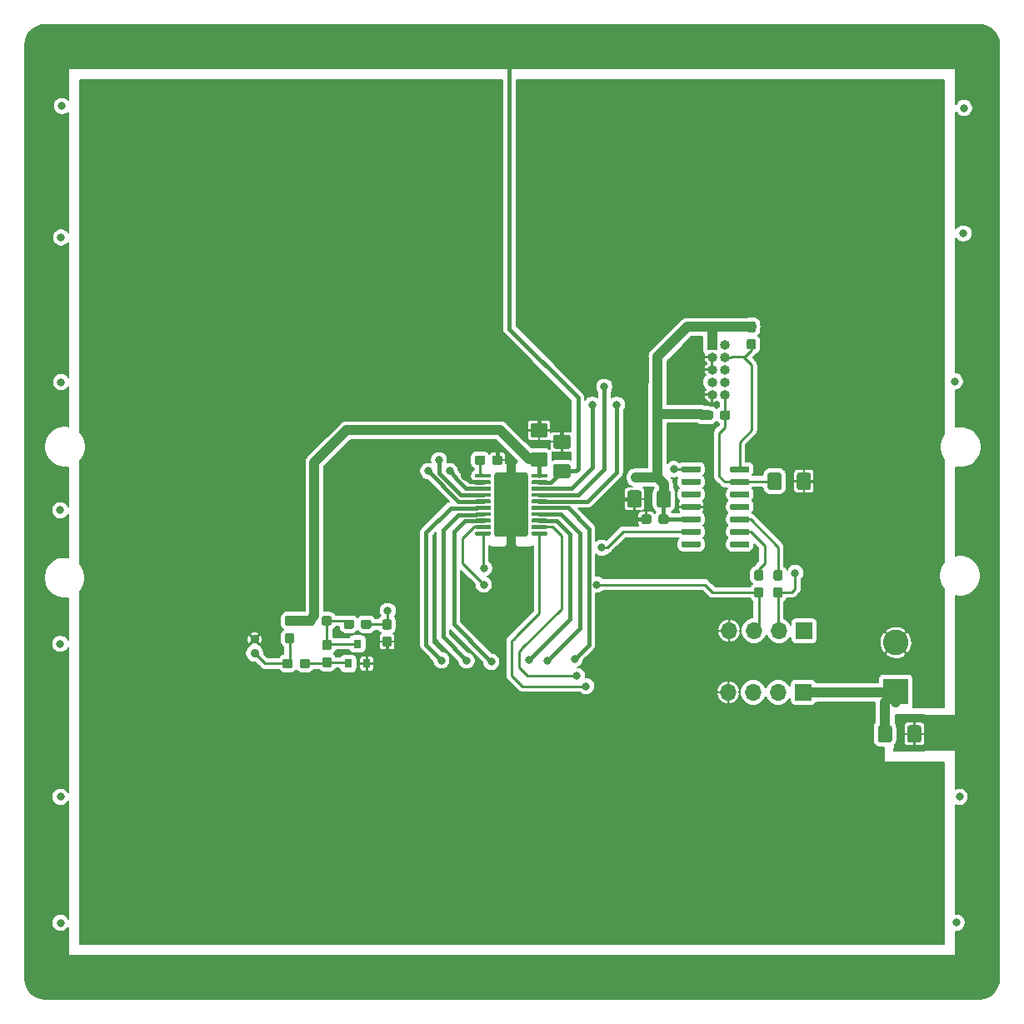
<source format=gtl>
G04 #@! TF.GenerationSoftware,KiCad,Pcbnew,(5.1.2-1)-1*
G04 #@! TF.CreationDate,2019-08-17T07:29:06+01:00*
G04 #@! TF.ProjectId,led_controller,6c65645f-636f-46e7-9472-6f6c6c65722e,rev?*
G04 #@! TF.SameCoordinates,Original*
G04 #@! TF.FileFunction,Copper,L1,Top*
G04 #@! TF.FilePolarity,Positive*
%FSLAX46Y46*%
G04 Gerber Fmt 4.6, Leading zero omitted, Abs format (unit mm)*
G04 Created by KiCad (PCBNEW (5.1.2-1)-1) date 2019-08-17 07:29:06*
%MOMM*%
%LPD*%
G04 APERTURE LIST*
%ADD10C,0.100000*%
%ADD11C,3.400000*%
%ADD12C,0.600000*%
%ADD13C,3.200000*%
%ADD14C,0.400000*%
%ADD15O,1.700000X1.700000*%
%ADD16R,1.700000X1.700000*%
%ADD17C,1.425000*%
%ADD18C,0.950000*%
%ADD19R,2.600000X2.600000*%
%ADD20C,2.600000*%
%ADD21R,1.000000X1.000000*%
%ADD22O,1.000000X1.000000*%
%ADD23R,0.800000X0.900000*%
%ADD24C,0.900000*%
%ADD25C,0.800000*%
%ADD26C,0.400000*%
%ADD27C,0.250000*%
%ADD28C,1.000000*%
%ADD29C,0.200000*%
G04 APERTURE END LIST*
D10*
G36*
X149360561Y-83526212D02*
G01*
X149384985Y-83529834D01*
X149408936Y-83535834D01*
X149432183Y-83544152D01*
X149454503Y-83554709D01*
X149475681Y-83567402D01*
X149495513Y-83582111D01*
X149513808Y-83598692D01*
X149530389Y-83616987D01*
X149545098Y-83636819D01*
X149557791Y-83657997D01*
X149568348Y-83680317D01*
X149576666Y-83703564D01*
X149582666Y-83727515D01*
X149586288Y-83751939D01*
X149587500Y-83776600D01*
X149587500Y-89773400D01*
X149586288Y-89798061D01*
X149582666Y-89822485D01*
X149576666Y-89846436D01*
X149568348Y-89869683D01*
X149557791Y-89892003D01*
X149545098Y-89913181D01*
X149530389Y-89933013D01*
X149513808Y-89951308D01*
X149495513Y-89967889D01*
X149475681Y-89982598D01*
X149454503Y-89995291D01*
X149432183Y-90005848D01*
X149408936Y-90014166D01*
X149384985Y-90020166D01*
X149360561Y-90023788D01*
X149335900Y-90025000D01*
X146439100Y-90025000D01*
X146414439Y-90023788D01*
X146390015Y-90020166D01*
X146366064Y-90014166D01*
X146342817Y-90005848D01*
X146320497Y-89995291D01*
X146299319Y-89982598D01*
X146279487Y-89967889D01*
X146261192Y-89951308D01*
X146244611Y-89933013D01*
X146229902Y-89913181D01*
X146217209Y-89892003D01*
X146206652Y-89869683D01*
X146198334Y-89846436D01*
X146192334Y-89822485D01*
X146188712Y-89798061D01*
X146187500Y-89773400D01*
X146187500Y-83776600D01*
X146188712Y-83751939D01*
X146192334Y-83727515D01*
X146198334Y-83703564D01*
X146206652Y-83680317D01*
X146217209Y-83657997D01*
X146229902Y-83636819D01*
X146244611Y-83616987D01*
X146261192Y-83598692D01*
X146279487Y-83582111D01*
X146299319Y-83567402D01*
X146320497Y-83554709D01*
X146342817Y-83544152D01*
X146366064Y-83535834D01*
X146390015Y-83529834D01*
X146414439Y-83526212D01*
X146439100Y-83525000D01*
X149335900Y-83525000D01*
X149360561Y-83526212D01*
X149360561Y-83526212D01*
G37*
D11*
X147887500Y-86775000D03*
D12*
X146587500Y-84175000D03*
X147887500Y-84175000D03*
X149187500Y-84175000D03*
X146587500Y-85475000D03*
X147887500Y-85475000D03*
X149187500Y-85475000D03*
X146587500Y-86775000D03*
X147887500Y-86775000D03*
X149187500Y-86775000D03*
X146587500Y-88075000D03*
X147887500Y-88075000D03*
X149187500Y-88075000D03*
X146587500Y-89375000D03*
X147887500Y-89375000D03*
X149187500Y-89375000D03*
D10*
G36*
X149262365Y-83876202D02*
G01*
X149286595Y-83879796D01*
X149310355Y-83885748D01*
X149333418Y-83894000D01*
X149355561Y-83904472D01*
X149376570Y-83917065D01*
X149396245Y-83931657D01*
X149414394Y-83948106D01*
X149430843Y-83966255D01*
X149445435Y-83985930D01*
X149458028Y-84006939D01*
X149468500Y-84029082D01*
X149476752Y-84052145D01*
X149482704Y-84075905D01*
X149486298Y-84100135D01*
X149487500Y-84124600D01*
X149487500Y-89425400D01*
X149486298Y-89449865D01*
X149482704Y-89474095D01*
X149476752Y-89497855D01*
X149468500Y-89520918D01*
X149458028Y-89543061D01*
X149445435Y-89564070D01*
X149430843Y-89583745D01*
X149414394Y-89601894D01*
X149396245Y-89618343D01*
X149376570Y-89632935D01*
X149355561Y-89645528D01*
X149333418Y-89656000D01*
X149310355Y-89664252D01*
X149286595Y-89670204D01*
X149262365Y-89673798D01*
X149237900Y-89675000D01*
X146537100Y-89675000D01*
X146512635Y-89673798D01*
X146488405Y-89670204D01*
X146464645Y-89664252D01*
X146441582Y-89656000D01*
X146419439Y-89645528D01*
X146398430Y-89632935D01*
X146378755Y-89618343D01*
X146360606Y-89601894D01*
X146344157Y-89583745D01*
X146329565Y-89564070D01*
X146316972Y-89543061D01*
X146306500Y-89520918D01*
X146298248Y-89497855D01*
X146292296Y-89474095D01*
X146288702Y-89449865D01*
X146287500Y-89425400D01*
X146287500Y-84124600D01*
X146288702Y-84100135D01*
X146292296Y-84075905D01*
X146298248Y-84052145D01*
X146306500Y-84029082D01*
X146316972Y-84006939D01*
X146329565Y-83985930D01*
X146344157Y-83966255D01*
X146360606Y-83948106D01*
X146378755Y-83931657D01*
X146398430Y-83917065D01*
X146419439Y-83904472D01*
X146441582Y-83894000D01*
X146464645Y-83885748D01*
X146488405Y-83879796D01*
X146512635Y-83876202D01*
X146537100Y-83875000D01*
X149237900Y-83875000D01*
X149262365Y-83876202D01*
X149262365Y-83876202D01*
G37*
D13*
X147887500Y-86775000D03*
D10*
G36*
X145722302Y-83650482D02*
G01*
X145732009Y-83651921D01*
X145741528Y-83654306D01*
X145750768Y-83657612D01*
X145759640Y-83661808D01*
X145768057Y-83666853D01*
X145775939Y-83672699D01*
X145783211Y-83679289D01*
X145789801Y-83686561D01*
X145795647Y-83694443D01*
X145800692Y-83702860D01*
X145804888Y-83711732D01*
X145808194Y-83720972D01*
X145810579Y-83730491D01*
X145812018Y-83740198D01*
X145812500Y-83750000D01*
X145812500Y-83950000D01*
X145812018Y-83959802D01*
X145810579Y-83969509D01*
X145808194Y-83979028D01*
X145804888Y-83988268D01*
X145800692Y-83997140D01*
X145795647Y-84005557D01*
X145789801Y-84013439D01*
X145783211Y-84020711D01*
X145775939Y-84027301D01*
X145768057Y-84033147D01*
X145759640Y-84038192D01*
X145750768Y-84042388D01*
X145741528Y-84045694D01*
X145732009Y-84048079D01*
X145722302Y-84049518D01*
X145712500Y-84050000D01*
X144337500Y-84050000D01*
X144327698Y-84049518D01*
X144317991Y-84048079D01*
X144308472Y-84045694D01*
X144299232Y-84042388D01*
X144290360Y-84038192D01*
X144281943Y-84033147D01*
X144274061Y-84027301D01*
X144266789Y-84020711D01*
X144260199Y-84013439D01*
X144254353Y-84005557D01*
X144249308Y-83997140D01*
X144245112Y-83988268D01*
X144241806Y-83979028D01*
X144239421Y-83969509D01*
X144237982Y-83959802D01*
X144237500Y-83950000D01*
X144237500Y-83750000D01*
X144237982Y-83740198D01*
X144239421Y-83730491D01*
X144241806Y-83720972D01*
X144245112Y-83711732D01*
X144249308Y-83702860D01*
X144254353Y-83694443D01*
X144260199Y-83686561D01*
X144266789Y-83679289D01*
X144274061Y-83672699D01*
X144281943Y-83666853D01*
X144290360Y-83661808D01*
X144299232Y-83657612D01*
X144308472Y-83654306D01*
X144317991Y-83651921D01*
X144327698Y-83650482D01*
X144337500Y-83650000D01*
X145712500Y-83650000D01*
X145722302Y-83650482D01*
X145722302Y-83650482D01*
G37*
D14*
X145025000Y-83850000D03*
D10*
G36*
X145722302Y-84300482D02*
G01*
X145732009Y-84301921D01*
X145741528Y-84304306D01*
X145750768Y-84307612D01*
X145759640Y-84311808D01*
X145768057Y-84316853D01*
X145775939Y-84322699D01*
X145783211Y-84329289D01*
X145789801Y-84336561D01*
X145795647Y-84344443D01*
X145800692Y-84352860D01*
X145804888Y-84361732D01*
X145808194Y-84370972D01*
X145810579Y-84380491D01*
X145812018Y-84390198D01*
X145812500Y-84400000D01*
X145812500Y-84600000D01*
X145812018Y-84609802D01*
X145810579Y-84619509D01*
X145808194Y-84629028D01*
X145804888Y-84638268D01*
X145800692Y-84647140D01*
X145795647Y-84655557D01*
X145789801Y-84663439D01*
X145783211Y-84670711D01*
X145775939Y-84677301D01*
X145768057Y-84683147D01*
X145759640Y-84688192D01*
X145750768Y-84692388D01*
X145741528Y-84695694D01*
X145732009Y-84698079D01*
X145722302Y-84699518D01*
X145712500Y-84700000D01*
X144337500Y-84700000D01*
X144327698Y-84699518D01*
X144317991Y-84698079D01*
X144308472Y-84695694D01*
X144299232Y-84692388D01*
X144290360Y-84688192D01*
X144281943Y-84683147D01*
X144274061Y-84677301D01*
X144266789Y-84670711D01*
X144260199Y-84663439D01*
X144254353Y-84655557D01*
X144249308Y-84647140D01*
X144245112Y-84638268D01*
X144241806Y-84629028D01*
X144239421Y-84619509D01*
X144237982Y-84609802D01*
X144237500Y-84600000D01*
X144237500Y-84400000D01*
X144237982Y-84390198D01*
X144239421Y-84380491D01*
X144241806Y-84370972D01*
X144245112Y-84361732D01*
X144249308Y-84352860D01*
X144254353Y-84344443D01*
X144260199Y-84336561D01*
X144266789Y-84329289D01*
X144274061Y-84322699D01*
X144281943Y-84316853D01*
X144290360Y-84311808D01*
X144299232Y-84307612D01*
X144308472Y-84304306D01*
X144317991Y-84301921D01*
X144327698Y-84300482D01*
X144337500Y-84300000D01*
X145712500Y-84300000D01*
X145722302Y-84300482D01*
X145722302Y-84300482D01*
G37*
D14*
X145025000Y-84500000D03*
D10*
G36*
X145722302Y-84950482D02*
G01*
X145732009Y-84951921D01*
X145741528Y-84954306D01*
X145750768Y-84957612D01*
X145759640Y-84961808D01*
X145768057Y-84966853D01*
X145775939Y-84972699D01*
X145783211Y-84979289D01*
X145789801Y-84986561D01*
X145795647Y-84994443D01*
X145800692Y-85002860D01*
X145804888Y-85011732D01*
X145808194Y-85020972D01*
X145810579Y-85030491D01*
X145812018Y-85040198D01*
X145812500Y-85050000D01*
X145812500Y-85250000D01*
X145812018Y-85259802D01*
X145810579Y-85269509D01*
X145808194Y-85279028D01*
X145804888Y-85288268D01*
X145800692Y-85297140D01*
X145795647Y-85305557D01*
X145789801Y-85313439D01*
X145783211Y-85320711D01*
X145775939Y-85327301D01*
X145768057Y-85333147D01*
X145759640Y-85338192D01*
X145750768Y-85342388D01*
X145741528Y-85345694D01*
X145732009Y-85348079D01*
X145722302Y-85349518D01*
X145712500Y-85350000D01*
X144337500Y-85350000D01*
X144327698Y-85349518D01*
X144317991Y-85348079D01*
X144308472Y-85345694D01*
X144299232Y-85342388D01*
X144290360Y-85338192D01*
X144281943Y-85333147D01*
X144274061Y-85327301D01*
X144266789Y-85320711D01*
X144260199Y-85313439D01*
X144254353Y-85305557D01*
X144249308Y-85297140D01*
X144245112Y-85288268D01*
X144241806Y-85279028D01*
X144239421Y-85269509D01*
X144237982Y-85259802D01*
X144237500Y-85250000D01*
X144237500Y-85050000D01*
X144237982Y-85040198D01*
X144239421Y-85030491D01*
X144241806Y-85020972D01*
X144245112Y-85011732D01*
X144249308Y-85002860D01*
X144254353Y-84994443D01*
X144260199Y-84986561D01*
X144266789Y-84979289D01*
X144274061Y-84972699D01*
X144281943Y-84966853D01*
X144290360Y-84961808D01*
X144299232Y-84957612D01*
X144308472Y-84954306D01*
X144317991Y-84951921D01*
X144327698Y-84950482D01*
X144337500Y-84950000D01*
X145712500Y-84950000D01*
X145722302Y-84950482D01*
X145722302Y-84950482D01*
G37*
D14*
X145025000Y-85150000D03*
D10*
G36*
X145722302Y-85600482D02*
G01*
X145732009Y-85601921D01*
X145741528Y-85604306D01*
X145750768Y-85607612D01*
X145759640Y-85611808D01*
X145768057Y-85616853D01*
X145775939Y-85622699D01*
X145783211Y-85629289D01*
X145789801Y-85636561D01*
X145795647Y-85644443D01*
X145800692Y-85652860D01*
X145804888Y-85661732D01*
X145808194Y-85670972D01*
X145810579Y-85680491D01*
X145812018Y-85690198D01*
X145812500Y-85700000D01*
X145812500Y-85900000D01*
X145812018Y-85909802D01*
X145810579Y-85919509D01*
X145808194Y-85929028D01*
X145804888Y-85938268D01*
X145800692Y-85947140D01*
X145795647Y-85955557D01*
X145789801Y-85963439D01*
X145783211Y-85970711D01*
X145775939Y-85977301D01*
X145768057Y-85983147D01*
X145759640Y-85988192D01*
X145750768Y-85992388D01*
X145741528Y-85995694D01*
X145732009Y-85998079D01*
X145722302Y-85999518D01*
X145712500Y-86000000D01*
X144337500Y-86000000D01*
X144327698Y-85999518D01*
X144317991Y-85998079D01*
X144308472Y-85995694D01*
X144299232Y-85992388D01*
X144290360Y-85988192D01*
X144281943Y-85983147D01*
X144274061Y-85977301D01*
X144266789Y-85970711D01*
X144260199Y-85963439D01*
X144254353Y-85955557D01*
X144249308Y-85947140D01*
X144245112Y-85938268D01*
X144241806Y-85929028D01*
X144239421Y-85919509D01*
X144237982Y-85909802D01*
X144237500Y-85900000D01*
X144237500Y-85700000D01*
X144237982Y-85690198D01*
X144239421Y-85680491D01*
X144241806Y-85670972D01*
X144245112Y-85661732D01*
X144249308Y-85652860D01*
X144254353Y-85644443D01*
X144260199Y-85636561D01*
X144266789Y-85629289D01*
X144274061Y-85622699D01*
X144281943Y-85616853D01*
X144290360Y-85611808D01*
X144299232Y-85607612D01*
X144308472Y-85604306D01*
X144317991Y-85601921D01*
X144327698Y-85600482D01*
X144337500Y-85600000D01*
X145712500Y-85600000D01*
X145722302Y-85600482D01*
X145722302Y-85600482D01*
G37*
D14*
X145025000Y-85800000D03*
D10*
G36*
X145722302Y-86250482D02*
G01*
X145732009Y-86251921D01*
X145741528Y-86254306D01*
X145750768Y-86257612D01*
X145759640Y-86261808D01*
X145768057Y-86266853D01*
X145775939Y-86272699D01*
X145783211Y-86279289D01*
X145789801Y-86286561D01*
X145795647Y-86294443D01*
X145800692Y-86302860D01*
X145804888Y-86311732D01*
X145808194Y-86320972D01*
X145810579Y-86330491D01*
X145812018Y-86340198D01*
X145812500Y-86350000D01*
X145812500Y-86550000D01*
X145812018Y-86559802D01*
X145810579Y-86569509D01*
X145808194Y-86579028D01*
X145804888Y-86588268D01*
X145800692Y-86597140D01*
X145795647Y-86605557D01*
X145789801Y-86613439D01*
X145783211Y-86620711D01*
X145775939Y-86627301D01*
X145768057Y-86633147D01*
X145759640Y-86638192D01*
X145750768Y-86642388D01*
X145741528Y-86645694D01*
X145732009Y-86648079D01*
X145722302Y-86649518D01*
X145712500Y-86650000D01*
X144337500Y-86650000D01*
X144327698Y-86649518D01*
X144317991Y-86648079D01*
X144308472Y-86645694D01*
X144299232Y-86642388D01*
X144290360Y-86638192D01*
X144281943Y-86633147D01*
X144274061Y-86627301D01*
X144266789Y-86620711D01*
X144260199Y-86613439D01*
X144254353Y-86605557D01*
X144249308Y-86597140D01*
X144245112Y-86588268D01*
X144241806Y-86579028D01*
X144239421Y-86569509D01*
X144237982Y-86559802D01*
X144237500Y-86550000D01*
X144237500Y-86350000D01*
X144237982Y-86340198D01*
X144239421Y-86330491D01*
X144241806Y-86320972D01*
X144245112Y-86311732D01*
X144249308Y-86302860D01*
X144254353Y-86294443D01*
X144260199Y-86286561D01*
X144266789Y-86279289D01*
X144274061Y-86272699D01*
X144281943Y-86266853D01*
X144290360Y-86261808D01*
X144299232Y-86257612D01*
X144308472Y-86254306D01*
X144317991Y-86251921D01*
X144327698Y-86250482D01*
X144337500Y-86250000D01*
X145712500Y-86250000D01*
X145722302Y-86250482D01*
X145722302Y-86250482D01*
G37*
D14*
X145025000Y-86450000D03*
D10*
G36*
X145722302Y-86900482D02*
G01*
X145732009Y-86901921D01*
X145741528Y-86904306D01*
X145750768Y-86907612D01*
X145759640Y-86911808D01*
X145768057Y-86916853D01*
X145775939Y-86922699D01*
X145783211Y-86929289D01*
X145789801Y-86936561D01*
X145795647Y-86944443D01*
X145800692Y-86952860D01*
X145804888Y-86961732D01*
X145808194Y-86970972D01*
X145810579Y-86980491D01*
X145812018Y-86990198D01*
X145812500Y-87000000D01*
X145812500Y-87200000D01*
X145812018Y-87209802D01*
X145810579Y-87219509D01*
X145808194Y-87229028D01*
X145804888Y-87238268D01*
X145800692Y-87247140D01*
X145795647Y-87255557D01*
X145789801Y-87263439D01*
X145783211Y-87270711D01*
X145775939Y-87277301D01*
X145768057Y-87283147D01*
X145759640Y-87288192D01*
X145750768Y-87292388D01*
X145741528Y-87295694D01*
X145732009Y-87298079D01*
X145722302Y-87299518D01*
X145712500Y-87300000D01*
X144337500Y-87300000D01*
X144327698Y-87299518D01*
X144317991Y-87298079D01*
X144308472Y-87295694D01*
X144299232Y-87292388D01*
X144290360Y-87288192D01*
X144281943Y-87283147D01*
X144274061Y-87277301D01*
X144266789Y-87270711D01*
X144260199Y-87263439D01*
X144254353Y-87255557D01*
X144249308Y-87247140D01*
X144245112Y-87238268D01*
X144241806Y-87229028D01*
X144239421Y-87219509D01*
X144237982Y-87209802D01*
X144237500Y-87200000D01*
X144237500Y-87000000D01*
X144237982Y-86990198D01*
X144239421Y-86980491D01*
X144241806Y-86970972D01*
X144245112Y-86961732D01*
X144249308Y-86952860D01*
X144254353Y-86944443D01*
X144260199Y-86936561D01*
X144266789Y-86929289D01*
X144274061Y-86922699D01*
X144281943Y-86916853D01*
X144290360Y-86911808D01*
X144299232Y-86907612D01*
X144308472Y-86904306D01*
X144317991Y-86901921D01*
X144327698Y-86900482D01*
X144337500Y-86900000D01*
X145712500Y-86900000D01*
X145722302Y-86900482D01*
X145722302Y-86900482D01*
G37*
D14*
X145025000Y-87100000D03*
D10*
G36*
X145722302Y-87550482D02*
G01*
X145732009Y-87551921D01*
X145741528Y-87554306D01*
X145750768Y-87557612D01*
X145759640Y-87561808D01*
X145768057Y-87566853D01*
X145775939Y-87572699D01*
X145783211Y-87579289D01*
X145789801Y-87586561D01*
X145795647Y-87594443D01*
X145800692Y-87602860D01*
X145804888Y-87611732D01*
X145808194Y-87620972D01*
X145810579Y-87630491D01*
X145812018Y-87640198D01*
X145812500Y-87650000D01*
X145812500Y-87850000D01*
X145812018Y-87859802D01*
X145810579Y-87869509D01*
X145808194Y-87879028D01*
X145804888Y-87888268D01*
X145800692Y-87897140D01*
X145795647Y-87905557D01*
X145789801Y-87913439D01*
X145783211Y-87920711D01*
X145775939Y-87927301D01*
X145768057Y-87933147D01*
X145759640Y-87938192D01*
X145750768Y-87942388D01*
X145741528Y-87945694D01*
X145732009Y-87948079D01*
X145722302Y-87949518D01*
X145712500Y-87950000D01*
X144337500Y-87950000D01*
X144327698Y-87949518D01*
X144317991Y-87948079D01*
X144308472Y-87945694D01*
X144299232Y-87942388D01*
X144290360Y-87938192D01*
X144281943Y-87933147D01*
X144274061Y-87927301D01*
X144266789Y-87920711D01*
X144260199Y-87913439D01*
X144254353Y-87905557D01*
X144249308Y-87897140D01*
X144245112Y-87888268D01*
X144241806Y-87879028D01*
X144239421Y-87869509D01*
X144237982Y-87859802D01*
X144237500Y-87850000D01*
X144237500Y-87650000D01*
X144237982Y-87640198D01*
X144239421Y-87630491D01*
X144241806Y-87620972D01*
X144245112Y-87611732D01*
X144249308Y-87602860D01*
X144254353Y-87594443D01*
X144260199Y-87586561D01*
X144266789Y-87579289D01*
X144274061Y-87572699D01*
X144281943Y-87566853D01*
X144290360Y-87561808D01*
X144299232Y-87557612D01*
X144308472Y-87554306D01*
X144317991Y-87551921D01*
X144327698Y-87550482D01*
X144337500Y-87550000D01*
X145712500Y-87550000D01*
X145722302Y-87550482D01*
X145722302Y-87550482D01*
G37*
D14*
X145025000Y-87750000D03*
D10*
G36*
X145722302Y-88200482D02*
G01*
X145732009Y-88201921D01*
X145741528Y-88204306D01*
X145750768Y-88207612D01*
X145759640Y-88211808D01*
X145768057Y-88216853D01*
X145775939Y-88222699D01*
X145783211Y-88229289D01*
X145789801Y-88236561D01*
X145795647Y-88244443D01*
X145800692Y-88252860D01*
X145804888Y-88261732D01*
X145808194Y-88270972D01*
X145810579Y-88280491D01*
X145812018Y-88290198D01*
X145812500Y-88300000D01*
X145812500Y-88500000D01*
X145812018Y-88509802D01*
X145810579Y-88519509D01*
X145808194Y-88529028D01*
X145804888Y-88538268D01*
X145800692Y-88547140D01*
X145795647Y-88555557D01*
X145789801Y-88563439D01*
X145783211Y-88570711D01*
X145775939Y-88577301D01*
X145768057Y-88583147D01*
X145759640Y-88588192D01*
X145750768Y-88592388D01*
X145741528Y-88595694D01*
X145732009Y-88598079D01*
X145722302Y-88599518D01*
X145712500Y-88600000D01*
X144337500Y-88600000D01*
X144327698Y-88599518D01*
X144317991Y-88598079D01*
X144308472Y-88595694D01*
X144299232Y-88592388D01*
X144290360Y-88588192D01*
X144281943Y-88583147D01*
X144274061Y-88577301D01*
X144266789Y-88570711D01*
X144260199Y-88563439D01*
X144254353Y-88555557D01*
X144249308Y-88547140D01*
X144245112Y-88538268D01*
X144241806Y-88529028D01*
X144239421Y-88519509D01*
X144237982Y-88509802D01*
X144237500Y-88500000D01*
X144237500Y-88300000D01*
X144237982Y-88290198D01*
X144239421Y-88280491D01*
X144241806Y-88270972D01*
X144245112Y-88261732D01*
X144249308Y-88252860D01*
X144254353Y-88244443D01*
X144260199Y-88236561D01*
X144266789Y-88229289D01*
X144274061Y-88222699D01*
X144281943Y-88216853D01*
X144290360Y-88211808D01*
X144299232Y-88207612D01*
X144308472Y-88204306D01*
X144317991Y-88201921D01*
X144327698Y-88200482D01*
X144337500Y-88200000D01*
X145712500Y-88200000D01*
X145722302Y-88200482D01*
X145722302Y-88200482D01*
G37*
D14*
X145025000Y-88400000D03*
D10*
G36*
X145722302Y-88850482D02*
G01*
X145732009Y-88851921D01*
X145741528Y-88854306D01*
X145750768Y-88857612D01*
X145759640Y-88861808D01*
X145768057Y-88866853D01*
X145775939Y-88872699D01*
X145783211Y-88879289D01*
X145789801Y-88886561D01*
X145795647Y-88894443D01*
X145800692Y-88902860D01*
X145804888Y-88911732D01*
X145808194Y-88920972D01*
X145810579Y-88930491D01*
X145812018Y-88940198D01*
X145812500Y-88950000D01*
X145812500Y-89150000D01*
X145812018Y-89159802D01*
X145810579Y-89169509D01*
X145808194Y-89179028D01*
X145804888Y-89188268D01*
X145800692Y-89197140D01*
X145795647Y-89205557D01*
X145789801Y-89213439D01*
X145783211Y-89220711D01*
X145775939Y-89227301D01*
X145768057Y-89233147D01*
X145759640Y-89238192D01*
X145750768Y-89242388D01*
X145741528Y-89245694D01*
X145732009Y-89248079D01*
X145722302Y-89249518D01*
X145712500Y-89250000D01*
X144337500Y-89250000D01*
X144327698Y-89249518D01*
X144317991Y-89248079D01*
X144308472Y-89245694D01*
X144299232Y-89242388D01*
X144290360Y-89238192D01*
X144281943Y-89233147D01*
X144274061Y-89227301D01*
X144266789Y-89220711D01*
X144260199Y-89213439D01*
X144254353Y-89205557D01*
X144249308Y-89197140D01*
X144245112Y-89188268D01*
X144241806Y-89179028D01*
X144239421Y-89169509D01*
X144237982Y-89159802D01*
X144237500Y-89150000D01*
X144237500Y-88950000D01*
X144237982Y-88940198D01*
X144239421Y-88930491D01*
X144241806Y-88920972D01*
X144245112Y-88911732D01*
X144249308Y-88902860D01*
X144254353Y-88894443D01*
X144260199Y-88886561D01*
X144266789Y-88879289D01*
X144274061Y-88872699D01*
X144281943Y-88866853D01*
X144290360Y-88861808D01*
X144299232Y-88857612D01*
X144308472Y-88854306D01*
X144317991Y-88851921D01*
X144327698Y-88850482D01*
X144337500Y-88850000D01*
X145712500Y-88850000D01*
X145722302Y-88850482D01*
X145722302Y-88850482D01*
G37*
D14*
X145025000Y-89050000D03*
D10*
G36*
X145722302Y-89500482D02*
G01*
X145732009Y-89501921D01*
X145741528Y-89504306D01*
X145750768Y-89507612D01*
X145759640Y-89511808D01*
X145768057Y-89516853D01*
X145775939Y-89522699D01*
X145783211Y-89529289D01*
X145789801Y-89536561D01*
X145795647Y-89544443D01*
X145800692Y-89552860D01*
X145804888Y-89561732D01*
X145808194Y-89570972D01*
X145810579Y-89580491D01*
X145812018Y-89590198D01*
X145812500Y-89600000D01*
X145812500Y-89800000D01*
X145812018Y-89809802D01*
X145810579Y-89819509D01*
X145808194Y-89829028D01*
X145804888Y-89838268D01*
X145800692Y-89847140D01*
X145795647Y-89855557D01*
X145789801Y-89863439D01*
X145783211Y-89870711D01*
X145775939Y-89877301D01*
X145768057Y-89883147D01*
X145759640Y-89888192D01*
X145750768Y-89892388D01*
X145741528Y-89895694D01*
X145732009Y-89898079D01*
X145722302Y-89899518D01*
X145712500Y-89900000D01*
X144337500Y-89900000D01*
X144327698Y-89899518D01*
X144317991Y-89898079D01*
X144308472Y-89895694D01*
X144299232Y-89892388D01*
X144290360Y-89888192D01*
X144281943Y-89883147D01*
X144274061Y-89877301D01*
X144266789Y-89870711D01*
X144260199Y-89863439D01*
X144254353Y-89855557D01*
X144249308Y-89847140D01*
X144245112Y-89838268D01*
X144241806Y-89829028D01*
X144239421Y-89819509D01*
X144237982Y-89809802D01*
X144237500Y-89800000D01*
X144237500Y-89600000D01*
X144237982Y-89590198D01*
X144239421Y-89580491D01*
X144241806Y-89570972D01*
X144245112Y-89561732D01*
X144249308Y-89552860D01*
X144254353Y-89544443D01*
X144260199Y-89536561D01*
X144266789Y-89529289D01*
X144274061Y-89522699D01*
X144281943Y-89516853D01*
X144290360Y-89511808D01*
X144299232Y-89507612D01*
X144308472Y-89504306D01*
X144317991Y-89501921D01*
X144327698Y-89500482D01*
X144337500Y-89500000D01*
X145712500Y-89500000D01*
X145722302Y-89500482D01*
X145722302Y-89500482D01*
G37*
D14*
X145025000Y-89700000D03*
D10*
G36*
X151447302Y-89500482D02*
G01*
X151457009Y-89501921D01*
X151466528Y-89504306D01*
X151475768Y-89507612D01*
X151484640Y-89511808D01*
X151493057Y-89516853D01*
X151500939Y-89522699D01*
X151508211Y-89529289D01*
X151514801Y-89536561D01*
X151520647Y-89544443D01*
X151525692Y-89552860D01*
X151529888Y-89561732D01*
X151533194Y-89570972D01*
X151535579Y-89580491D01*
X151537018Y-89590198D01*
X151537500Y-89600000D01*
X151537500Y-89800000D01*
X151537018Y-89809802D01*
X151535579Y-89819509D01*
X151533194Y-89829028D01*
X151529888Y-89838268D01*
X151525692Y-89847140D01*
X151520647Y-89855557D01*
X151514801Y-89863439D01*
X151508211Y-89870711D01*
X151500939Y-89877301D01*
X151493057Y-89883147D01*
X151484640Y-89888192D01*
X151475768Y-89892388D01*
X151466528Y-89895694D01*
X151457009Y-89898079D01*
X151447302Y-89899518D01*
X151437500Y-89900000D01*
X150062500Y-89900000D01*
X150052698Y-89899518D01*
X150042991Y-89898079D01*
X150033472Y-89895694D01*
X150024232Y-89892388D01*
X150015360Y-89888192D01*
X150006943Y-89883147D01*
X149999061Y-89877301D01*
X149991789Y-89870711D01*
X149985199Y-89863439D01*
X149979353Y-89855557D01*
X149974308Y-89847140D01*
X149970112Y-89838268D01*
X149966806Y-89829028D01*
X149964421Y-89819509D01*
X149962982Y-89809802D01*
X149962500Y-89800000D01*
X149962500Y-89600000D01*
X149962982Y-89590198D01*
X149964421Y-89580491D01*
X149966806Y-89570972D01*
X149970112Y-89561732D01*
X149974308Y-89552860D01*
X149979353Y-89544443D01*
X149985199Y-89536561D01*
X149991789Y-89529289D01*
X149999061Y-89522699D01*
X150006943Y-89516853D01*
X150015360Y-89511808D01*
X150024232Y-89507612D01*
X150033472Y-89504306D01*
X150042991Y-89501921D01*
X150052698Y-89500482D01*
X150062500Y-89500000D01*
X151437500Y-89500000D01*
X151447302Y-89500482D01*
X151447302Y-89500482D01*
G37*
D14*
X150750000Y-89700000D03*
D10*
G36*
X151447302Y-88850482D02*
G01*
X151457009Y-88851921D01*
X151466528Y-88854306D01*
X151475768Y-88857612D01*
X151484640Y-88861808D01*
X151493057Y-88866853D01*
X151500939Y-88872699D01*
X151508211Y-88879289D01*
X151514801Y-88886561D01*
X151520647Y-88894443D01*
X151525692Y-88902860D01*
X151529888Y-88911732D01*
X151533194Y-88920972D01*
X151535579Y-88930491D01*
X151537018Y-88940198D01*
X151537500Y-88950000D01*
X151537500Y-89150000D01*
X151537018Y-89159802D01*
X151535579Y-89169509D01*
X151533194Y-89179028D01*
X151529888Y-89188268D01*
X151525692Y-89197140D01*
X151520647Y-89205557D01*
X151514801Y-89213439D01*
X151508211Y-89220711D01*
X151500939Y-89227301D01*
X151493057Y-89233147D01*
X151484640Y-89238192D01*
X151475768Y-89242388D01*
X151466528Y-89245694D01*
X151457009Y-89248079D01*
X151447302Y-89249518D01*
X151437500Y-89250000D01*
X150062500Y-89250000D01*
X150052698Y-89249518D01*
X150042991Y-89248079D01*
X150033472Y-89245694D01*
X150024232Y-89242388D01*
X150015360Y-89238192D01*
X150006943Y-89233147D01*
X149999061Y-89227301D01*
X149991789Y-89220711D01*
X149985199Y-89213439D01*
X149979353Y-89205557D01*
X149974308Y-89197140D01*
X149970112Y-89188268D01*
X149966806Y-89179028D01*
X149964421Y-89169509D01*
X149962982Y-89159802D01*
X149962500Y-89150000D01*
X149962500Y-88950000D01*
X149962982Y-88940198D01*
X149964421Y-88930491D01*
X149966806Y-88920972D01*
X149970112Y-88911732D01*
X149974308Y-88902860D01*
X149979353Y-88894443D01*
X149985199Y-88886561D01*
X149991789Y-88879289D01*
X149999061Y-88872699D01*
X150006943Y-88866853D01*
X150015360Y-88861808D01*
X150024232Y-88857612D01*
X150033472Y-88854306D01*
X150042991Y-88851921D01*
X150052698Y-88850482D01*
X150062500Y-88850000D01*
X151437500Y-88850000D01*
X151447302Y-88850482D01*
X151447302Y-88850482D01*
G37*
D14*
X150750000Y-89050000D03*
D10*
G36*
X151447302Y-88200482D02*
G01*
X151457009Y-88201921D01*
X151466528Y-88204306D01*
X151475768Y-88207612D01*
X151484640Y-88211808D01*
X151493057Y-88216853D01*
X151500939Y-88222699D01*
X151508211Y-88229289D01*
X151514801Y-88236561D01*
X151520647Y-88244443D01*
X151525692Y-88252860D01*
X151529888Y-88261732D01*
X151533194Y-88270972D01*
X151535579Y-88280491D01*
X151537018Y-88290198D01*
X151537500Y-88300000D01*
X151537500Y-88500000D01*
X151537018Y-88509802D01*
X151535579Y-88519509D01*
X151533194Y-88529028D01*
X151529888Y-88538268D01*
X151525692Y-88547140D01*
X151520647Y-88555557D01*
X151514801Y-88563439D01*
X151508211Y-88570711D01*
X151500939Y-88577301D01*
X151493057Y-88583147D01*
X151484640Y-88588192D01*
X151475768Y-88592388D01*
X151466528Y-88595694D01*
X151457009Y-88598079D01*
X151447302Y-88599518D01*
X151437500Y-88600000D01*
X150062500Y-88600000D01*
X150052698Y-88599518D01*
X150042991Y-88598079D01*
X150033472Y-88595694D01*
X150024232Y-88592388D01*
X150015360Y-88588192D01*
X150006943Y-88583147D01*
X149999061Y-88577301D01*
X149991789Y-88570711D01*
X149985199Y-88563439D01*
X149979353Y-88555557D01*
X149974308Y-88547140D01*
X149970112Y-88538268D01*
X149966806Y-88529028D01*
X149964421Y-88519509D01*
X149962982Y-88509802D01*
X149962500Y-88500000D01*
X149962500Y-88300000D01*
X149962982Y-88290198D01*
X149964421Y-88280491D01*
X149966806Y-88270972D01*
X149970112Y-88261732D01*
X149974308Y-88252860D01*
X149979353Y-88244443D01*
X149985199Y-88236561D01*
X149991789Y-88229289D01*
X149999061Y-88222699D01*
X150006943Y-88216853D01*
X150015360Y-88211808D01*
X150024232Y-88207612D01*
X150033472Y-88204306D01*
X150042991Y-88201921D01*
X150052698Y-88200482D01*
X150062500Y-88200000D01*
X151437500Y-88200000D01*
X151447302Y-88200482D01*
X151447302Y-88200482D01*
G37*
D14*
X150750000Y-88400000D03*
D10*
G36*
X151447302Y-87550482D02*
G01*
X151457009Y-87551921D01*
X151466528Y-87554306D01*
X151475768Y-87557612D01*
X151484640Y-87561808D01*
X151493057Y-87566853D01*
X151500939Y-87572699D01*
X151508211Y-87579289D01*
X151514801Y-87586561D01*
X151520647Y-87594443D01*
X151525692Y-87602860D01*
X151529888Y-87611732D01*
X151533194Y-87620972D01*
X151535579Y-87630491D01*
X151537018Y-87640198D01*
X151537500Y-87650000D01*
X151537500Y-87850000D01*
X151537018Y-87859802D01*
X151535579Y-87869509D01*
X151533194Y-87879028D01*
X151529888Y-87888268D01*
X151525692Y-87897140D01*
X151520647Y-87905557D01*
X151514801Y-87913439D01*
X151508211Y-87920711D01*
X151500939Y-87927301D01*
X151493057Y-87933147D01*
X151484640Y-87938192D01*
X151475768Y-87942388D01*
X151466528Y-87945694D01*
X151457009Y-87948079D01*
X151447302Y-87949518D01*
X151437500Y-87950000D01*
X150062500Y-87950000D01*
X150052698Y-87949518D01*
X150042991Y-87948079D01*
X150033472Y-87945694D01*
X150024232Y-87942388D01*
X150015360Y-87938192D01*
X150006943Y-87933147D01*
X149999061Y-87927301D01*
X149991789Y-87920711D01*
X149985199Y-87913439D01*
X149979353Y-87905557D01*
X149974308Y-87897140D01*
X149970112Y-87888268D01*
X149966806Y-87879028D01*
X149964421Y-87869509D01*
X149962982Y-87859802D01*
X149962500Y-87850000D01*
X149962500Y-87650000D01*
X149962982Y-87640198D01*
X149964421Y-87630491D01*
X149966806Y-87620972D01*
X149970112Y-87611732D01*
X149974308Y-87602860D01*
X149979353Y-87594443D01*
X149985199Y-87586561D01*
X149991789Y-87579289D01*
X149999061Y-87572699D01*
X150006943Y-87566853D01*
X150015360Y-87561808D01*
X150024232Y-87557612D01*
X150033472Y-87554306D01*
X150042991Y-87551921D01*
X150052698Y-87550482D01*
X150062500Y-87550000D01*
X151437500Y-87550000D01*
X151447302Y-87550482D01*
X151447302Y-87550482D01*
G37*
D14*
X150750000Y-87750000D03*
D10*
G36*
X151447302Y-86900482D02*
G01*
X151457009Y-86901921D01*
X151466528Y-86904306D01*
X151475768Y-86907612D01*
X151484640Y-86911808D01*
X151493057Y-86916853D01*
X151500939Y-86922699D01*
X151508211Y-86929289D01*
X151514801Y-86936561D01*
X151520647Y-86944443D01*
X151525692Y-86952860D01*
X151529888Y-86961732D01*
X151533194Y-86970972D01*
X151535579Y-86980491D01*
X151537018Y-86990198D01*
X151537500Y-87000000D01*
X151537500Y-87200000D01*
X151537018Y-87209802D01*
X151535579Y-87219509D01*
X151533194Y-87229028D01*
X151529888Y-87238268D01*
X151525692Y-87247140D01*
X151520647Y-87255557D01*
X151514801Y-87263439D01*
X151508211Y-87270711D01*
X151500939Y-87277301D01*
X151493057Y-87283147D01*
X151484640Y-87288192D01*
X151475768Y-87292388D01*
X151466528Y-87295694D01*
X151457009Y-87298079D01*
X151447302Y-87299518D01*
X151437500Y-87300000D01*
X150062500Y-87300000D01*
X150052698Y-87299518D01*
X150042991Y-87298079D01*
X150033472Y-87295694D01*
X150024232Y-87292388D01*
X150015360Y-87288192D01*
X150006943Y-87283147D01*
X149999061Y-87277301D01*
X149991789Y-87270711D01*
X149985199Y-87263439D01*
X149979353Y-87255557D01*
X149974308Y-87247140D01*
X149970112Y-87238268D01*
X149966806Y-87229028D01*
X149964421Y-87219509D01*
X149962982Y-87209802D01*
X149962500Y-87200000D01*
X149962500Y-87000000D01*
X149962982Y-86990198D01*
X149964421Y-86980491D01*
X149966806Y-86970972D01*
X149970112Y-86961732D01*
X149974308Y-86952860D01*
X149979353Y-86944443D01*
X149985199Y-86936561D01*
X149991789Y-86929289D01*
X149999061Y-86922699D01*
X150006943Y-86916853D01*
X150015360Y-86911808D01*
X150024232Y-86907612D01*
X150033472Y-86904306D01*
X150042991Y-86901921D01*
X150052698Y-86900482D01*
X150062500Y-86900000D01*
X151437500Y-86900000D01*
X151447302Y-86900482D01*
X151447302Y-86900482D01*
G37*
D14*
X150750000Y-87100000D03*
D10*
G36*
X151447302Y-86250482D02*
G01*
X151457009Y-86251921D01*
X151466528Y-86254306D01*
X151475768Y-86257612D01*
X151484640Y-86261808D01*
X151493057Y-86266853D01*
X151500939Y-86272699D01*
X151508211Y-86279289D01*
X151514801Y-86286561D01*
X151520647Y-86294443D01*
X151525692Y-86302860D01*
X151529888Y-86311732D01*
X151533194Y-86320972D01*
X151535579Y-86330491D01*
X151537018Y-86340198D01*
X151537500Y-86350000D01*
X151537500Y-86550000D01*
X151537018Y-86559802D01*
X151535579Y-86569509D01*
X151533194Y-86579028D01*
X151529888Y-86588268D01*
X151525692Y-86597140D01*
X151520647Y-86605557D01*
X151514801Y-86613439D01*
X151508211Y-86620711D01*
X151500939Y-86627301D01*
X151493057Y-86633147D01*
X151484640Y-86638192D01*
X151475768Y-86642388D01*
X151466528Y-86645694D01*
X151457009Y-86648079D01*
X151447302Y-86649518D01*
X151437500Y-86650000D01*
X150062500Y-86650000D01*
X150052698Y-86649518D01*
X150042991Y-86648079D01*
X150033472Y-86645694D01*
X150024232Y-86642388D01*
X150015360Y-86638192D01*
X150006943Y-86633147D01*
X149999061Y-86627301D01*
X149991789Y-86620711D01*
X149985199Y-86613439D01*
X149979353Y-86605557D01*
X149974308Y-86597140D01*
X149970112Y-86588268D01*
X149966806Y-86579028D01*
X149964421Y-86569509D01*
X149962982Y-86559802D01*
X149962500Y-86550000D01*
X149962500Y-86350000D01*
X149962982Y-86340198D01*
X149964421Y-86330491D01*
X149966806Y-86320972D01*
X149970112Y-86311732D01*
X149974308Y-86302860D01*
X149979353Y-86294443D01*
X149985199Y-86286561D01*
X149991789Y-86279289D01*
X149999061Y-86272699D01*
X150006943Y-86266853D01*
X150015360Y-86261808D01*
X150024232Y-86257612D01*
X150033472Y-86254306D01*
X150042991Y-86251921D01*
X150052698Y-86250482D01*
X150062500Y-86250000D01*
X151437500Y-86250000D01*
X151447302Y-86250482D01*
X151447302Y-86250482D01*
G37*
D14*
X150750000Y-86450000D03*
D10*
G36*
X151447302Y-85600482D02*
G01*
X151457009Y-85601921D01*
X151466528Y-85604306D01*
X151475768Y-85607612D01*
X151484640Y-85611808D01*
X151493057Y-85616853D01*
X151500939Y-85622699D01*
X151508211Y-85629289D01*
X151514801Y-85636561D01*
X151520647Y-85644443D01*
X151525692Y-85652860D01*
X151529888Y-85661732D01*
X151533194Y-85670972D01*
X151535579Y-85680491D01*
X151537018Y-85690198D01*
X151537500Y-85700000D01*
X151537500Y-85900000D01*
X151537018Y-85909802D01*
X151535579Y-85919509D01*
X151533194Y-85929028D01*
X151529888Y-85938268D01*
X151525692Y-85947140D01*
X151520647Y-85955557D01*
X151514801Y-85963439D01*
X151508211Y-85970711D01*
X151500939Y-85977301D01*
X151493057Y-85983147D01*
X151484640Y-85988192D01*
X151475768Y-85992388D01*
X151466528Y-85995694D01*
X151457009Y-85998079D01*
X151447302Y-85999518D01*
X151437500Y-86000000D01*
X150062500Y-86000000D01*
X150052698Y-85999518D01*
X150042991Y-85998079D01*
X150033472Y-85995694D01*
X150024232Y-85992388D01*
X150015360Y-85988192D01*
X150006943Y-85983147D01*
X149999061Y-85977301D01*
X149991789Y-85970711D01*
X149985199Y-85963439D01*
X149979353Y-85955557D01*
X149974308Y-85947140D01*
X149970112Y-85938268D01*
X149966806Y-85929028D01*
X149964421Y-85919509D01*
X149962982Y-85909802D01*
X149962500Y-85900000D01*
X149962500Y-85700000D01*
X149962982Y-85690198D01*
X149964421Y-85680491D01*
X149966806Y-85670972D01*
X149970112Y-85661732D01*
X149974308Y-85652860D01*
X149979353Y-85644443D01*
X149985199Y-85636561D01*
X149991789Y-85629289D01*
X149999061Y-85622699D01*
X150006943Y-85616853D01*
X150015360Y-85611808D01*
X150024232Y-85607612D01*
X150033472Y-85604306D01*
X150042991Y-85601921D01*
X150052698Y-85600482D01*
X150062500Y-85600000D01*
X151437500Y-85600000D01*
X151447302Y-85600482D01*
X151447302Y-85600482D01*
G37*
D14*
X150750000Y-85800000D03*
D10*
G36*
X151447302Y-84950482D02*
G01*
X151457009Y-84951921D01*
X151466528Y-84954306D01*
X151475768Y-84957612D01*
X151484640Y-84961808D01*
X151493057Y-84966853D01*
X151500939Y-84972699D01*
X151508211Y-84979289D01*
X151514801Y-84986561D01*
X151520647Y-84994443D01*
X151525692Y-85002860D01*
X151529888Y-85011732D01*
X151533194Y-85020972D01*
X151535579Y-85030491D01*
X151537018Y-85040198D01*
X151537500Y-85050000D01*
X151537500Y-85250000D01*
X151537018Y-85259802D01*
X151535579Y-85269509D01*
X151533194Y-85279028D01*
X151529888Y-85288268D01*
X151525692Y-85297140D01*
X151520647Y-85305557D01*
X151514801Y-85313439D01*
X151508211Y-85320711D01*
X151500939Y-85327301D01*
X151493057Y-85333147D01*
X151484640Y-85338192D01*
X151475768Y-85342388D01*
X151466528Y-85345694D01*
X151457009Y-85348079D01*
X151447302Y-85349518D01*
X151437500Y-85350000D01*
X150062500Y-85350000D01*
X150052698Y-85349518D01*
X150042991Y-85348079D01*
X150033472Y-85345694D01*
X150024232Y-85342388D01*
X150015360Y-85338192D01*
X150006943Y-85333147D01*
X149999061Y-85327301D01*
X149991789Y-85320711D01*
X149985199Y-85313439D01*
X149979353Y-85305557D01*
X149974308Y-85297140D01*
X149970112Y-85288268D01*
X149966806Y-85279028D01*
X149964421Y-85269509D01*
X149962982Y-85259802D01*
X149962500Y-85250000D01*
X149962500Y-85050000D01*
X149962982Y-85040198D01*
X149964421Y-85030491D01*
X149966806Y-85020972D01*
X149970112Y-85011732D01*
X149974308Y-85002860D01*
X149979353Y-84994443D01*
X149985199Y-84986561D01*
X149991789Y-84979289D01*
X149999061Y-84972699D01*
X150006943Y-84966853D01*
X150015360Y-84961808D01*
X150024232Y-84957612D01*
X150033472Y-84954306D01*
X150042991Y-84951921D01*
X150052698Y-84950482D01*
X150062500Y-84950000D01*
X151437500Y-84950000D01*
X151447302Y-84950482D01*
X151447302Y-84950482D01*
G37*
D14*
X150750000Y-85150000D03*
D10*
G36*
X151447302Y-84300482D02*
G01*
X151457009Y-84301921D01*
X151466528Y-84304306D01*
X151475768Y-84307612D01*
X151484640Y-84311808D01*
X151493057Y-84316853D01*
X151500939Y-84322699D01*
X151508211Y-84329289D01*
X151514801Y-84336561D01*
X151520647Y-84344443D01*
X151525692Y-84352860D01*
X151529888Y-84361732D01*
X151533194Y-84370972D01*
X151535579Y-84380491D01*
X151537018Y-84390198D01*
X151537500Y-84400000D01*
X151537500Y-84600000D01*
X151537018Y-84609802D01*
X151535579Y-84619509D01*
X151533194Y-84629028D01*
X151529888Y-84638268D01*
X151525692Y-84647140D01*
X151520647Y-84655557D01*
X151514801Y-84663439D01*
X151508211Y-84670711D01*
X151500939Y-84677301D01*
X151493057Y-84683147D01*
X151484640Y-84688192D01*
X151475768Y-84692388D01*
X151466528Y-84695694D01*
X151457009Y-84698079D01*
X151447302Y-84699518D01*
X151437500Y-84700000D01*
X150062500Y-84700000D01*
X150052698Y-84699518D01*
X150042991Y-84698079D01*
X150033472Y-84695694D01*
X150024232Y-84692388D01*
X150015360Y-84688192D01*
X150006943Y-84683147D01*
X149999061Y-84677301D01*
X149991789Y-84670711D01*
X149985199Y-84663439D01*
X149979353Y-84655557D01*
X149974308Y-84647140D01*
X149970112Y-84638268D01*
X149966806Y-84629028D01*
X149964421Y-84619509D01*
X149962982Y-84609802D01*
X149962500Y-84600000D01*
X149962500Y-84400000D01*
X149962982Y-84390198D01*
X149964421Y-84380491D01*
X149966806Y-84370972D01*
X149970112Y-84361732D01*
X149974308Y-84352860D01*
X149979353Y-84344443D01*
X149985199Y-84336561D01*
X149991789Y-84329289D01*
X149999061Y-84322699D01*
X150006943Y-84316853D01*
X150015360Y-84311808D01*
X150024232Y-84307612D01*
X150033472Y-84304306D01*
X150042991Y-84301921D01*
X150052698Y-84300482D01*
X150062500Y-84300000D01*
X151437500Y-84300000D01*
X151447302Y-84300482D01*
X151447302Y-84300482D01*
G37*
D14*
X150750000Y-84500000D03*
D10*
G36*
X151447302Y-83650482D02*
G01*
X151457009Y-83651921D01*
X151466528Y-83654306D01*
X151475768Y-83657612D01*
X151484640Y-83661808D01*
X151493057Y-83666853D01*
X151500939Y-83672699D01*
X151508211Y-83679289D01*
X151514801Y-83686561D01*
X151520647Y-83694443D01*
X151525692Y-83702860D01*
X151529888Y-83711732D01*
X151533194Y-83720972D01*
X151535579Y-83730491D01*
X151537018Y-83740198D01*
X151537500Y-83750000D01*
X151537500Y-83950000D01*
X151537018Y-83959802D01*
X151535579Y-83969509D01*
X151533194Y-83979028D01*
X151529888Y-83988268D01*
X151525692Y-83997140D01*
X151520647Y-84005557D01*
X151514801Y-84013439D01*
X151508211Y-84020711D01*
X151500939Y-84027301D01*
X151493057Y-84033147D01*
X151484640Y-84038192D01*
X151475768Y-84042388D01*
X151466528Y-84045694D01*
X151457009Y-84048079D01*
X151447302Y-84049518D01*
X151437500Y-84050000D01*
X150062500Y-84050000D01*
X150052698Y-84049518D01*
X150042991Y-84048079D01*
X150033472Y-84045694D01*
X150024232Y-84042388D01*
X150015360Y-84038192D01*
X150006943Y-84033147D01*
X149999061Y-84027301D01*
X149991789Y-84020711D01*
X149985199Y-84013439D01*
X149979353Y-84005557D01*
X149974308Y-83997140D01*
X149970112Y-83988268D01*
X149966806Y-83979028D01*
X149964421Y-83969509D01*
X149962982Y-83959802D01*
X149962500Y-83950000D01*
X149962500Y-83750000D01*
X149962982Y-83740198D01*
X149964421Y-83730491D01*
X149966806Y-83720972D01*
X149970112Y-83711732D01*
X149974308Y-83702860D01*
X149979353Y-83694443D01*
X149985199Y-83686561D01*
X149991789Y-83679289D01*
X149999061Y-83672699D01*
X150006943Y-83666853D01*
X150015360Y-83661808D01*
X150024232Y-83657612D01*
X150033472Y-83654306D01*
X150042991Y-83651921D01*
X150052698Y-83650482D01*
X150062500Y-83650000D01*
X151437500Y-83650000D01*
X151447302Y-83650482D01*
X151447302Y-83650482D01*
G37*
D14*
X150750000Y-83850000D03*
D15*
X169955000Y-105850000D03*
X172495000Y-105850000D03*
X175035000Y-105850000D03*
D16*
X177575000Y-105850000D03*
D10*
G36*
X178124504Y-83526204D02*
G01*
X178148773Y-83529804D01*
X178172571Y-83535765D01*
X178195671Y-83544030D01*
X178217849Y-83554520D01*
X178238893Y-83567133D01*
X178258598Y-83581747D01*
X178276777Y-83598223D01*
X178293253Y-83616402D01*
X178307867Y-83636107D01*
X178320480Y-83657151D01*
X178330970Y-83679329D01*
X178339235Y-83702429D01*
X178345196Y-83726227D01*
X178348796Y-83750496D01*
X178350000Y-83775000D01*
X178350000Y-85025000D01*
X178348796Y-85049504D01*
X178345196Y-85073773D01*
X178339235Y-85097571D01*
X178330970Y-85120671D01*
X178320480Y-85142849D01*
X178307867Y-85163893D01*
X178293253Y-85183598D01*
X178276777Y-85201777D01*
X178258598Y-85218253D01*
X178238893Y-85232867D01*
X178217849Y-85245480D01*
X178195671Y-85255970D01*
X178172571Y-85264235D01*
X178148773Y-85270196D01*
X178124504Y-85273796D01*
X178100000Y-85275000D01*
X177175000Y-85275000D01*
X177150496Y-85273796D01*
X177126227Y-85270196D01*
X177102429Y-85264235D01*
X177079329Y-85255970D01*
X177057151Y-85245480D01*
X177036107Y-85232867D01*
X177016402Y-85218253D01*
X176998223Y-85201777D01*
X176981747Y-85183598D01*
X176967133Y-85163893D01*
X176954520Y-85142849D01*
X176944030Y-85120671D01*
X176935765Y-85097571D01*
X176929804Y-85073773D01*
X176926204Y-85049504D01*
X176925000Y-85025000D01*
X176925000Y-83775000D01*
X176926204Y-83750496D01*
X176929804Y-83726227D01*
X176935765Y-83702429D01*
X176944030Y-83679329D01*
X176954520Y-83657151D01*
X176967133Y-83636107D01*
X176981747Y-83616402D01*
X176998223Y-83598223D01*
X177016402Y-83581747D01*
X177036107Y-83567133D01*
X177057151Y-83554520D01*
X177079329Y-83544030D01*
X177102429Y-83535765D01*
X177126227Y-83529804D01*
X177150496Y-83526204D01*
X177175000Y-83525000D01*
X178100000Y-83525000D01*
X178124504Y-83526204D01*
X178124504Y-83526204D01*
G37*
D17*
X177637500Y-84400000D03*
D10*
G36*
X175149504Y-83526204D02*
G01*
X175173773Y-83529804D01*
X175197571Y-83535765D01*
X175220671Y-83544030D01*
X175242849Y-83554520D01*
X175263893Y-83567133D01*
X175283598Y-83581747D01*
X175301777Y-83598223D01*
X175318253Y-83616402D01*
X175332867Y-83636107D01*
X175345480Y-83657151D01*
X175355970Y-83679329D01*
X175364235Y-83702429D01*
X175370196Y-83726227D01*
X175373796Y-83750496D01*
X175375000Y-83775000D01*
X175375000Y-85025000D01*
X175373796Y-85049504D01*
X175370196Y-85073773D01*
X175364235Y-85097571D01*
X175355970Y-85120671D01*
X175345480Y-85142849D01*
X175332867Y-85163893D01*
X175318253Y-85183598D01*
X175301777Y-85201777D01*
X175283598Y-85218253D01*
X175263893Y-85232867D01*
X175242849Y-85245480D01*
X175220671Y-85255970D01*
X175197571Y-85264235D01*
X175173773Y-85270196D01*
X175149504Y-85273796D01*
X175125000Y-85275000D01*
X174200000Y-85275000D01*
X174175496Y-85273796D01*
X174151227Y-85270196D01*
X174127429Y-85264235D01*
X174104329Y-85255970D01*
X174082151Y-85245480D01*
X174061107Y-85232867D01*
X174041402Y-85218253D01*
X174023223Y-85201777D01*
X174006747Y-85183598D01*
X173992133Y-85163893D01*
X173979520Y-85142849D01*
X173969030Y-85120671D01*
X173960765Y-85097571D01*
X173954804Y-85073773D01*
X173951204Y-85049504D01*
X173950000Y-85025000D01*
X173950000Y-83775000D01*
X173951204Y-83750496D01*
X173954804Y-83726227D01*
X173960765Y-83702429D01*
X173969030Y-83679329D01*
X173979520Y-83657151D01*
X173992133Y-83636107D01*
X174006747Y-83616402D01*
X174023223Y-83598223D01*
X174041402Y-83581747D01*
X174061107Y-83567133D01*
X174082151Y-83554520D01*
X174104329Y-83544030D01*
X174127429Y-83535765D01*
X174151227Y-83529804D01*
X174175496Y-83526204D01*
X174200000Y-83525000D01*
X175125000Y-83525000D01*
X175149504Y-83526204D01*
X175149504Y-83526204D01*
G37*
D17*
X174662500Y-84400000D03*
D10*
G36*
X163887004Y-85326204D02*
G01*
X163911273Y-85329804D01*
X163935071Y-85335765D01*
X163958171Y-85344030D01*
X163980349Y-85354520D01*
X164001393Y-85367133D01*
X164021098Y-85381747D01*
X164039277Y-85398223D01*
X164055753Y-85416402D01*
X164070367Y-85436107D01*
X164082980Y-85457151D01*
X164093470Y-85479329D01*
X164101735Y-85502429D01*
X164107696Y-85526227D01*
X164111296Y-85550496D01*
X164112500Y-85575000D01*
X164112500Y-86825000D01*
X164111296Y-86849504D01*
X164107696Y-86873773D01*
X164101735Y-86897571D01*
X164093470Y-86920671D01*
X164082980Y-86942849D01*
X164070367Y-86963893D01*
X164055753Y-86983598D01*
X164039277Y-87001777D01*
X164021098Y-87018253D01*
X164001393Y-87032867D01*
X163980349Y-87045480D01*
X163958171Y-87055970D01*
X163935071Y-87064235D01*
X163911273Y-87070196D01*
X163887004Y-87073796D01*
X163862500Y-87075000D01*
X162937500Y-87075000D01*
X162912996Y-87073796D01*
X162888727Y-87070196D01*
X162864929Y-87064235D01*
X162841829Y-87055970D01*
X162819651Y-87045480D01*
X162798607Y-87032867D01*
X162778902Y-87018253D01*
X162760723Y-87001777D01*
X162744247Y-86983598D01*
X162729633Y-86963893D01*
X162717020Y-86942849D01*
X162706530Y-86920671D01*
X162698265Y-86897571D01*
X162692304Y-86873773D01*
X162688704Y-86849504D01*
X162687500Y-86825000D01*
X162687500Y-85575000D01*
X162688704Y-85550496D01*
X162692304Y-85526227D01*
X162698265Y-85502429D01*
X162706530Y-85479329D01*
X162717020Y-85457151D01*
X162729633Y-85436107D01*
X162744247Y-85416402D01*
X162760723Y-85398223D01*
X162778902Y-85381747D01*
X162798607Y-85367133D01*
X162819651Y-85354520D01*
X162841829Y-85344030D01*
X162864929Y-85335765D01*
X162888727Y-85329804D01*
X162912996Y-85326204D01*
X162937500Y-85325000D01*
X163862500Y-85325000D01*
X163887004Y-85326204D01*
X163887004Y-85326204D01*
G37*
D17*
X163400000Y-86200000D03*
D10*
G36*
X160912004Y-85326204D02*
G01*
X160936273Y-85329804D01*
X160960071Y-85335765D01*
X160983171Y-85344030D01*
X161005349Y-85354520D01*
X161026393Y-85367133D01*
X161046098Y-85381747D01*
X161064277Y-85398223D01*
X161080753Y-85416402D01*
X161095367Y-85436107D01*
X161107980Y-85457151D01*
X161118470Y-85479329D01*
X161126735Y-85502429D01*
X161132696Y-85526227D01*
X161136296Y-85550496D01*
X161137500Y-85575000D01*
X161137500Y-86825000D01*
X161136296Y-86849504D01*
X161132696Y-86873773D01*
X161126735Y-86897571D01*
X161118470Y-86920671D01*
X161107980Y-86942849D01*
X161095367Y-86963893D01*
X161080753Y-86983598D01*
X161064277Y-87001777D01*
X161046098Y-87018253D01*
X161026393Y-87032867D01*
X161005349Y-87045480D01*
X160983171Y-87055970D01*
X160960071Y-87064235D01*
X160936273Y-87070196D01*
X160912004Y-87073796D01*
X160887500Y-87075000D01*
X159962500Y-87075000D01*
X159937996Y-87073796D01*
X159913727Y-87070196D01*
X159889929Y-87064235D01*
X159866829Y-87055970D01*
X159844651Y-87045480D01*
X159823607Y-87032867D01*
X159803902Y-87018253D01*
X159785723Y-87001777D01*
X159769247Y-86983598D01*
X159754633Y-86963893D01*
X159742020Y-86942849D01*
X159731530Y-86920671D01*
X159723265Y-86897571D01*
X159717304Y-86873773D01*
X159713704Y-86849504D01*
X159712500Y-86825000D01*
X159712500Y-85575000D01*
X159713704Y-85550496D01*
X159717304Y-85526227D01*
X159723265Y-85502429D01*
X159731530Y-85479329D01*
X159742020Y-85457151D01*
X159754633Y-85436107D01*
X159769247Y-85416402D01*
X159785723Y-85398223D01*
X159803902Y-85381747D01*
X159823607Y-85367133D01*
X159844651Y-85354520D01*
X159866829Y-85344030D01*
X159889929Y-85335765D01*
X159913727Y-85329804D01*
X159937996Y-85326204D01*
X159962500Y-85325000D01*
X160887500Y-85325000D01*
X160912004Y-85326204D01*
X160912004Y-85326204D01*
G37*
D17*
X160425000Y-86200000D03*
D10*
G36*
X161935779Y-87776144D02*
G01*
X161958834Y-87779563D01*
X161981443Y-87785227D01*
X162003387Y-87793079D01*
X162024457Y-87803044D01*
X162044448Y-87815026D01*
X162063168Y-87828910D01*
X162080438Y-87844562D01*
X162096090Y-87861832D01*
X162109974Y-87880552D01*
X162121956Y-87900543D01*
X162131921Y-87921613D01*
X162139773Y-87943557D01*
X162145437Y-87966166D01*
X162148856Y-87989221D01*
X162150000Y-88012500D01*
X162150000Y-88487500D01*
X162148856Y-88510779D01*
X162145437Y-88533834D01*
X162139773Y-88556443D01*
X162131921Y-88578387D01*
X162121956Y-88599457D01*
X162109974Y-88619448D01*
X162096090Y-88638168D01*
X162080438Y-88655438D01*
X162063168Y-88671090D01*
X162044448Y-88684974D01*
X162024457Y-88696956D01*
X162003387Y-88706921D01*
X161981443Y-88714773D01*
X161958834Y-88720437D01*
X161935779Y-88723856D01*
X161912500Y-88725000D01*
X161337500Y-88725000D01*
X161314221Y-88723856D01*
X161291166Y-88720437D01*
X161268557Y-88714773D01*
X161246613Y-88706921D01*
X161225543Y-88696956D01*
X161205552Y-88684974D01*
X161186832Y-88671090D01*
X161169562Y-88655438D01*
X161153910Y-88638168D01*
X161140026Y-88619448D01*
X161128044Y-88599457D01*
X161118079Y-88578387D01*
X161110227Y-88556443D01*
X161104563Y-88533834D01*
X161101144Y-88510779D01*
X161100000Y-88487500D01*
X161100000Y-88012500D01*
X161101144Y-87989221D01*
X161104563Y-87966166D01*
X161110227Y-87943557D01*
X161118079Y-87921613D01*
X161128044Y-87900543D01*
X161140026Y-87880552D01*
X161153910Y-87861832D01*
X161169562Y-87844562D01*
X161186832Y-87828910D01*
X161205552Y-87815026D01*
X161225543Y-87803044D01*
X161246613Y-87793079D01*
X161268557Y-87785227D01*
X161291166Y-87779563D01*
X161314221Y-87776144D01*
X161337500Y-87775000D01*
X161912500Y-87775000D01*
X161935779Y-87776144D01*
X161935779Y-87776144D01*
G37*
D18*
X161625000Y-88250000D03*
D10*
G36*
X163685779Y-87776144D02*
G01*
X163708834Y-87779563D01*
X163731443Y-87785227D01*
X163753387Y-87793079D01*
X163774457Y-87803044D01*
X163794448Y-87815026D01*
X163813168Y-87828910D01*
X163830438Y-87844562D01*
X163846090Y-87861832D01*
X163859974Y-87880552D01*
X163871956Y-87900543D01*
X163881921Y-87921613D01*
X163889773Y-87943557D01*
X163895437Y-87966166D01*
X163898856Y-87989221D01*
X163900000Y-88012500D01*
X163900000Y-88487500D01*
X163898856Y-88510779D01*
X163895437Y-88533834D01*
X163889773Y-88556443D01*
X163881921Y-88578387D01*
X163871956Y-88599457D01*
X163859974Y-88619448D01*
X163846090Y-88638168D01*
X163830438Y-88655438D01*
X163813168Y-88671090D01*
X163794448Y-88684974D01*
X163774457Y-88696956D01*
X163753387Y-88706921D01*
X163731443Y-88714773D01*
X163708834Y-88720437D01*
X163685779Y-88723856D01*
X163662500Y-88725000D01*
X163087500Y-88725000D01*
X163064221Y-88723856D01*
X163041166Y-88720437D01*
X163018557Y-88714773D01*
X162996613Y-88706921D01*
X162975543Y-88696956D01*
X162955552Y-88684974D01*
X162936832Y-88671090D01*
X162919562Y-88655438D01*
X162903910Y-88638168D01*
X162890026Y-88619448D01*
X162878044Y-88599457D01*
X162868079Y-88578387D01*
X162860227Y-88556443D01*
X162854563Y-88533834D01*
X162851144Y-88510779D01*
X162850000Y-88487500D01*
X162850000Y-88012500D01*
X162851144Y-87989221D01*
X162854563Y-87966166D01*
X162860227Y-87943557D01*
X162868079Y-87921613D01*
X162878044Y-87900543D01*
X162890026Y-87880552D01*
X162903910Y-87861832D01*
X162919562Y-87844562D01*
X162936832Y-87828910D01*
X162955552Y-87815026D01*
X162975543Y-87803044D01*
X162996613Y-87793079D01*
X163018557Y-87785227D01*
X163041166Y-87779563D01*
X163064221Y-87776144D01*
X163087500Y-87775000D01*
X163662500Y-87775000D01*
X163685779Y-87776144D01*
X163685779Y-87776144D01*
G37*
D18*
X163375000Y-88250000D03*
D10*
G36*
X151374504Y-78501204D02*
G01*
X151398773Y-78504804D01*
X151422571Y-78510765D01*
X151445671Y-78519030D01*
X151467849Y-78529520D01*
X151488893Y-78542133D01*
X151508598Y-78556747D01*
X151526777Y-78573223D01*
X151543253Y-78591402D01*
X151557867Y-78611107D01*
X151570480Y-78632151D01*
X151580970Y-78654329D01*
X151589235Y-78677429D01*
X151595196Y-78701227D01*
X151598796Y-78725496D01*
X151600000Y-78750000D01*
X151600000Y-79675000D01*
X151598796Y-79699504D01*
X151595196Y-79723773D01*
X151589235Y-79747571D01*
X151580970Y-79770671D01*
X151570480Y-79792849D01*
X151557867Y-79813893D01*
X151543253Y-79833598D01*
X151526777Y-79851777D01*
X151508598Y-79868253D01*
X151488893Y-79882867D01*
X151467849Y-79895480D01*
X151445671Y-79905970D01*
X151422571Y-79914235D01*
X151398773Y-79920196D01*
X151374504Y-79923796D01*
X151350000Y-79925000D01*
X150100000Y-79925000D01*
X150075496Y-79923796D01*
X150051227Y-79920196D01*
X150027429Y-79914235D01*
X150004329Y-79905970D01*
X149982151Y-79895480D01*
X149961107Y-79882867D01*
X149941402Y-79868253D01*
X149923223Y-79851777D01*
X149906747Y-79833598D01*
X149892133Y-79813893D01*
X149879520Y-79792849D01*
X149869030Y-79770671D01*
X149860765Y-79747571D01*
X149854804Y-79723773D01*
X149851204Y-79699504D01*
X149850000Y-79675000D01*
X149850000Y-78750000D01*
X149851204Y-78725496D01*
X149854804Y-78701227D01*
X149860765Y-78677429D01*
X149869030Y-78654329D01*
X149879520Y-78632151D01*
X149892133Y-78611107D01*
X149906747Y-78591402D01*
X149923223Y-78573223D01*
X149941402Y-78556747D01*
X149961107Y-78542133D01*
X149982151Y-78529520D01*
X150004329Y-78519030D01*
X150027429Y-78510765D01*
X150051227Y-78504804D01*
X150075496Y-78501204D01*
X150100000Y-78500000D01*
X151350000Y-78500000D01*
X151374504Y-78501204D01*
X151374504Y-78501204D01*
G37*
D17*
X150725000Y-79212500D03*
D10*
G36*
X151374504Y-81476204D02*
G01*
X151398773Y-81479804D01*
X151422571Y-81485765D01*
X151445671Y-81494030D01*
X151467849Y-81504520D01*
X151488893Y-81517133D01*
X151508598Y-81531747D01*
X151526777Y-81548223D01*
X151543253Y-81566402D01*
X151557867Y-81586107D01*
X151570480Y-81607151D01*
X151580970Y-81629329D01*
X151589235Y-81652429D01*
X151595196Y-81676227D01*
X151598796Y-81700496D01*
X151600000Y-81725000D01*
X151600000Y-82650000D01*
X151598796Y-82674504D01*
X151595196Y-82698773D01*
X151589235Y-82722571D01*
X151580970Y-82745671D01*
X151570480Y-82767849D01*
X151557867Y-82788893D01*
X151543253Y-82808598D01*
X151526777Y-82826777D01*
X151508598Y-82843253D01*
X151488893Y-82857867D01*
X151467849Y-82870480D01*
X151445671Y-82880970D01*
X151422571Y-82889235D01*
X151398773Y-82895196D01*
X151374504Y-82898796D01*
X151350000Y-82900000D01*
X150100000Y-82900000D01*
X150075496Y-82898796D01*
X150051227Y-82895196D01*
X150027429Y-82889235D01*
X150004329Y-82880970D01*
X149982151Y-82870480D01*
X149961107Y-82857867D01*
X149941402Y-82843253D01*
X149923223Y-82826777D01*
X149906747Y-82808598D01*
X149892133Y-82788893D01*
X149879520Y-82767849D01*
X149869030Y-82745671D01*
X149860765Y-82722571D01*
X149854804Y-82698773D01*
X149851204Y-82674504D01*
X149850000Y-82650000D01*
X149850000Y-81725000D01*
X149851204Y-81700496D01*
X149854804Y-81676227D01*
X149860765Y-81652429D01*
X149869030Y-81629329D01*
X149879520Y-81607151D01*
X149892133Y-81586107D01*
X149906747Y-81566402D01*
X149923223Y-81548223D01*
X149941402Y-81531747D01*
X149961107Y-81517133D01*
X149982151Y-81504520D01*
X150004329Y-81494030D01*
X150027429Y-81485765D01*
X150051227Y-81479804D01*
X150075496Y-81476204D01*
X150100000Y-81475000D01*
X151350000Y-81475000D01*
X151374504Y-81476204D01*
X151374504Y-81476204D01*
G37*
D17*
X150725000Y-82187500D03*
D10*
G36*
X153699504Y-82651204D02*
G01*
X153723773Y-82654804D01*
X153747571Y-82660765D01*
X153770671Y-82669030D01*
X153792849Y-82679520D01*
X153813893Y-82692133D01*
X153833598Y-82706747D01*
X153851777Y-82723223D01*
X153868253Y-82741402D01*
X153882867Y-82761107D01*
X153895480Y-82782151D01*
X153905970Y-82804329D01*
X153914235Y-82827429D01*
X153920196Y-82851227D01*
X153923796Y-82875496D01*
X153925000Y-82900000D01*
X153925000Y-83825000D01*
X153923796Y-83849504D01*
X153920196Y-83873773D01*
X153914235Y-83897571D01*
X153905970Y-83920671D01*
X153895480Y-83942849D01*
X153882867Y-83963893D01*
X153868253Y-83983598D01*
X153851777Y-84001777D01*
X153833598Y-84018253D01*
X153813893Y-84032867D01*
X153792849Y-84045480D01*
X153770671Y-84055970D01*
X153747571Y-84064235D01*
X153723773Y-84070196D01*
X153699504Y-84073796D01*
X153675000Y-84075000D01*
X152425000Y-84075000D01*
X152400496Y-84073796D01*
X152376227Y-84070196D01*
X152352429Y-84064235D01*
X152329329Y-84055970D01*
X152307151Y-84045480D01*
X152286107Y-84032867D01*
X152266402Y-84018253D01*
X152248223Y-84001777D01*
X152231747Y-83983598D01*
X152217133Y-83963893D01*
X152204520Y-83942849D01*
X152194030Y-83920671D01*
X152185765Y-83897571D01*
X152179804Y-83873773D01*
X152176204Y-83849504D01*
X152175000Y-83825000D01*
X152175000Y-82900000D01*
X152176204Y-82875496D01*
X152179804Y-82851227D01*
X152185765Y-82827429D01*
X152194030Y-82804329D01*
X152204520Y-82782151D01*
X152217133Y-82761107D01*
X152231747Y-82741402D01*
X152248223Y-82723223D01*
X152266402Y-82706747D01*
X152286107Y-82692133D01*
X152307151Y-82679520D01*
X152329329Y-82669030D01*
X152352429Y-82660765D01*
X152376227Y-82654804D01*
X152400496Y-82651204D01*
X152425000Y-82650000D01*
X153675000Y-82650000D01*
X153699504Y-82651204D01*
X153699504Y-82651204D01*
G37*
D17*
X153050000Y-83362500D03*
D10*
G36*
X153699504Y-79676204D02*
G01*
X153723773Y-79679804D01*
X153747571Y-79685765D01*
X153770671Y-79694030D01*
X153792849Y-79704520D01*
X153813893Y-79717133D01*
X153833598Y-79731747D01*
X153851777Y-79748223D01*
X153868253Y-79766402D01*
X153882867Y-79786107D01*
X153895480Y-79807151D01*
X153905970Y-79829329D01*
X153914235Y-79852429D01*
X153920196Y-79876227D01*
X153923796Y-79900496D01*
X153925000Y-79925000D01*
X153925000Y-80850000D01*
X153923796Y-80874504D01*
X153920196Y-80898773D01*
X153914235Y-80922571D01*
X153905970Y-80945671D01*
X153895480Y-80967849D01*
X153882867Y-80988893D01*
X153868253Y-81008598D01*
X153851777Y-81026777D01*
X153833598Y-81043253D01*
X153813893Y-81057867D01*
X153792849Y-81070480D01*
X153770671Y-81080970D01*
X153747571Y-81089235D01*
X153723773Y-81095196D01*
X153699504Y-81098796D01*
X153675000Y-81100000D01*
X152425000Y-81100000D01*
X152400496Y-81098796D01*
X152376227Y-81095196D01*
X152352429Y-81089235D01*
X152329329Y-81080970D01*
X152307151Y-81070480D01*
X152286107Y-81057867D01*
X152266402Y-81043253D01*
X152248223Y-81026777D01*
X152231747Y-81008598D01*
X152217133Y-80988893D01*
X152204520Y-80967849D01*
X152194030Y-80945671D01*
X152185765Y-80922571D01*
X152179804Y-80898773D01*
X152176204Y-80874504D01*
X152175000Y-80850000D01*
X152175000Y-79925000D01*
X152176204Y-79900496D01*
X152179804Y-79876227D01*
X152185765Y-79852429D01*
X152194030Y-79829329D01*
X152204520Y-79807151D01*
X152217133Y-79786107D01*
X152231747Y-79766402D01*
X152248223Y-79748223D01*
X152266402Y-79731747D01*
X152286107Y-79717133D01*
X152307151Y-79704520D01*
X152329329Y-79694030D01*
X152352429Y-79685765D01*
X152376227Y-79679804D01*
X152400496Y-79676204D01*
X152425000Y-79675000D01*
X153675000Y-79675000D01*
X153699504Y-79676204D01*
X153699504Y-79676204D01*
G37*
D17*
X153050000Y-80387500D03*
D10*
G36*
X127235779Y-102451144D02*
G01*
X127258834Y-102454563D01*
X127281443Y-102460227D01*
X127303387Y-102468079D01*
X127324457Y-102478044D01*
X127344448Y-102490026D01*
X127363168Y-102503910D01*
X127380438Y-102519562D01*
X127396090Y-102536832D01*
X127409974Y-102555552D01*
X127421956Y-102575543D01*
X127431921Y-102596613D01*
X127439773Y-102618557D01*
X127445437Y-102641166D01*
X127448856Y-102664221D01*
X127450000Y-102687500D01*
X127450000Y-103162500D01*
X127448856Y-103185779D01*
X127445437Y-103208834D01*
X127439773Y-103231443D01*
X127431921Y-103253387D01*
X127421956Y-103274457D01*
X127409974Y-103294448D01*
X127396090Y-103313168D01*
X127380438Y-103330438D01*
X127363168Y-103346090D01*
X127344448Y-103359974D01*
X127324457Y-103371956D01*
X127303387Y-103381921D01*
X127281443Y-103389773D01*
X127258834Y-103395437D01*
X127235779Y-103398856D01*
X127212500Y-103400000D01*
X126637500Y-103400000D01*
X126614221Y-103398856D01*
X126591166Y-103395437D01*
X126568557Y-103389773D01*
X126546613Y-103381921D01*
X126525543Y-103371956D01*
X126505552Y-103359974D01*
X126486832Y-103346090D01*
X126469562Y-103330438D01*
X126453910Y-103313168D01*
X126440026Y-103294448D01*
X126428044Y-103274457D01*
X126418079Y-103253387D01*
X126410227Y-103231443D01*
X126404563Y-103208834D01*
X126401144Y-103185779D01*
X126400000Y-103162500D01*
X126400000Y-102687500D01*
X126401144Y-102664221D01*
X126404563Y-102641166D01*
X126410227Y-102618557D01*
X126418079Y-102596613D01*
X126428044Y-102575543D01*
X126440026Y-102555552D01*
X126453910Y-102536832D01*
X126469562Y-102519562D01*
X126486832Y-102503910D01*
X126505552Y-102490026D01*
X126525543Y-102478044D01*
X126546613Y-102468079D01*
X126568557Y-102460227D01*
X126591166Y-102454563D01*
X126614221Y-102451144D01*
X126637500Y-102450000D01*
X127212500Y-102450000D01*
X127235779Y-102451144D01*
X127235779Y-102451144D01*
G37*
D18*
X126925000Y-102925000D03*
D10*
G36*
X125485779Y-102451144D02*
G01*
X125508834Y-102454563D01*
X125531443Y-102460227D01*
X125553387Y-102468079D01*
X125574457Y-102478044D01*
X125594448Y-102490026D01*
X125613168Y-102503910D01*
X125630438Y-102519562D01*
X125646090Y-102536832D01*
X125659974Y-102555552D01*
X125671956Y-102575543D01*
X125681921Y-102596613D01*
X125689773Y-102618557D01*
X125695437Y-102641166D01*
X125698856Y-102664221D01*
X125700000Y-102687500D01*
X125700000Y-103162500D01*
X125698856Y-103185779D01*
X125695437Y-103208834D01*
X125689773Y-103231443D01*
X125681921Y-103253387D01*
X125671956Y-103274457D01*
X125659974Y-103294448D01*
X125646090Y-103313168D01*
X125630438Y-103330438D01*
X125613168Y-103346090D01*
X125594448Y-103359974D01*
X125574457Y-103371956D01*
X125553387Y-103381921D01*
X125531443Y-103389773D01*
X125508834Y-103395437D01*
X125485779Y-103398856D01*
X125462500Y-103400000D01*
X124887500Y-103400000D01*
X124864221Y-103398856D01*
X124841166Y-103395437D01*
X124818557Y-103389773D01*
X124796613Y-103381921D01*
X124775543Y-103371956D01*
X124755552Y-103359974D01*
X124736832Y-103346090D01*
X124719562Y-103330438D01*
X124703910Y-103313168D01*
X124690026Y-103294448D01*
X124678044Y-103274457D01*
X124668079Y-103253387D01*
X124660227Y-103231443D01*
X124654563Y-103208834D01*
X124651144Y-103185779D01*
X124650000Y-103162500D01*
X124650000Y-102687500D01*
X124651144Y-102664221D01*
X124654563Y-102641166D01*
X124660227Y-102618557D01*
X124668079Y-102596613D01*
X124678044Y-102575543D01*
X124690026Y-102555552D01*
X124703910Y-102536832D01*
X124719562Y-102519562D01*
X124736832Y-102503910D01*
X124755552Y-102490026D01*
X124775543Y-102478044D01*
X124796613Y-102468079D01*
X124818557Y-102460227D01*
X124841166Y-102454563D01*
X124864221Y-102451144D01*
X124887500Y-102450000D01*
X125462500Y-102450000D01*
X125485779Y-102451144D01*
X125485779Y-102451144D01*
G37*
D18*
X125175000Y-102925000D03*
D10*
G36*
X135535779Y-100176144D02*
G01*
X135558834Y-100179563D01*
X135581443Y-100185227D01*
X135603387Y-100193079D01*
X135624457Y-100203044D01*
X135644448Y-100215026D01*
X135663168Y-100228910D01*
X135680438Y-100244562D01*
X135696090Y-100261832D01*
X135709974Y-100280552D01*
X135721956Y-100300543D01*
X135731921Y-100321613D01*
X135739773Y-100343557D01*
X135745437Y-100366166D01*
X135748856Y-100389221D01*
X135750000Y-100412500D01*
X135750000Y-100987500D01*
X135748856Y-101010779D01*
X135745437Y-101033834D01*
X135739773Y-101056443D01*
X135731921Y-101078387D01*
X135721956Y-101099457D01*
X135709974Y-101119448D01*
X135696090Y-101138168D01*
X135680438Y-101155438D01*
X135663168Y-101171090D01*
X135644448Y-101184974D01*
X135624457Y-101196956D01*
X135603387Y-101206921D01*
X135581443Y-101214773D01*
X135558834Y-101220437D01*
X135535779Y-101223856D01*
X135512500Y-101225000D01*
X135037500Y-101225000D01*
X135014221Y-101223856D01*
X134991166Y-101220437D01*
X134968557Y-101214773D01*
X134946613Y-101206921D01*
X134925543Y-101196956D01*
X134905552Y-101184974D01*
X134886832Y-101171090D01*
X134869562Y-101155438D01*
X134853910Y-101138168D01*
X134840026Y-101119448D01*
X134828044Y-101099457D01*
X134818079Y-101078387D01*
X134810227Y-101056443D01*
X134804563Y-101033834D01*
X134801144Y-101010779D01*
X134800000Y-100987500D01*
X134800000Y-100412500D01*
X134801144Y-100389221D01*
X134804563Y-100366166D01*
X134810227Y-100343557D01*
X134818079Y-100321613D01*
X134828044Y-100300543D01*
X134840026Y-100280552D01*
X134853910Y-100261832D01*
X134869562Y-100244562D01*
X134886832Y-100228910D01*
X134905552Y-100215026D01*
X134925543Y-100203044D01*
X134946613Y-100193079D01*
X134968557Y-100185227D01*
X134991166Y-100179563D01*
X135014221Y-100176144D01*
X135037500Y-100175000D01*
X135512500Y-100175000D01*
X135535779Y-100176144D01*
X135535779Y-100176144D01*
G37*
D18*
X135275000Y-100700000D03*
D10*
G36*
X135535779Y-98426144D02*
G01*
X135558834Y-98429563D01*
X135581443Y-98435227D01*
X135603387Y-98443079D01*
X135624457Y-98453044D01*
X135644448Y-98465026D01*
X135663168Y-98478910D01*
X135680438Y-98494562D01*
X135696090Y-98511832D01*
X135709974Y-98530552D01*
X135721956Y-98550543D01*
X135731921Y-98571613D01*
X135739773Y-98593557D01*
X135745437Y-98616166D01*
X135748856Y-98639221D01*
X135750000Y-98662500D01*
X135750000Y-99237500D01*
X135748856Y-99260779D01*
X135745437Y-99283834D01*
X135739773Y-99306443D01*
X135731921Y-99328387D01*
X135721956Y-99349457D01*
X135709974Y-99369448D01*
X135696090Y-99388168D01*
X135680438Y-99405438D01*
X135663168Y-99421090D01*
X135644448Y-99434974D01*
X135624457Y-99446956D01*
X135603387Y-99456921D01*
X135581443Y-99464773D01*
X135558834Y-99470437D01*
X135535779Y-99473856D01*
X135512500Y-99475000D01*
X135037500Y-99475000D01*
X135014221Y-99473856D01*
X134991166Y-99470437D01*
X134968557Y-99464773D01*
X134946613Y-99456921D01*
X134925543Y-99446956D01*
X134905552Y-99434974D01*
X134886832Y-99421090D01*
X134869562Y-99405438D01*
X134853910Y-99388168D01*
X134840026Y-99369448D01*
X134828044Y-99349457D01*
X134818079Y-99328387D01*
X134810227Y-99306443D01*
X134804563Y-99283834D01*
X134801144Y-99260779D01*
X134800000Y-99237500D01*
X134800000Y-98662500D01*
X134801144Y-98639221D01*
X134804563Y-98616166D01*
X134810227Y-98593557D01*
X134818079Y-98571613D01*
X134828044Y-98550543D01*
X134840026Y-98530552D01*
X134853910Y-98511832D01*
X134869562Y-98494562D01*
X134886832Y-98478910D01*
X134905552Y-98465026D01*
X134925543Y-98453044D01*
X134946613Y-98443079D01*
X134968557Y-98435227D01*
X134991166Y-98429563D01*
X135014221Y-98426144D01*
X135037500Y-98425000D01*
X135512500Y-98425000D01*
X135535779Y-98426144D01*
X135535779Y-98426144D01*
G37*
D18*
X135275000Y-98950000D03*
D16*
X177650000Y-99600000D03*
D15*
X175110000Y-99600000D03*
X172570000Y-99600000D03*
X170030000Y-99600000D03*
D19*
X186975000Y-105800000D03*
D20*
X186975000Y-100800000D03*
D21*
X168300000Y-70525000D03*
D22*
X169570000Y-70525000D03*
X168300000Y-71795000D03*
X169570000Y-71795000D03*
X168300000Y-73065000D03*
X169570000Y-73065000D03*
X168300000Y-74335000D03*
X169570000Y-74335000D03*
X168300000Y-75605000D03*
X169570000Y-75605000D03*
D23*
X131325000Y-102925000D03*
X133225000Y-102925000D03*
X132275000Y-100925000D03*
D10*
G36*
X172560779Y-68201144D02*
G01*
X172583834Y-68204563D01*
X172606443Y-68210227D01*
X172628387Y-68218079D01*
X172649457Y-68228044D01*
X172669448Y-68240026D01*
X172688168Y-68253910D01*
X172705438Y-68269562D01*
X172721090Y-68286832D01*
X172734974Y-68305552D01*
X172746956Y-68325543D01*
X172756921Y-68346613D01*
X172764773Y-68368557D01*
X172770437Y-68391166D01*
X172773856Y-68414221D01*
X172775000Y-68437500D01*
X172775000Y-69012500D01*
X172773856Y-69035779D01*
X172770437Y-69058834D01*
X172764773Y-69081443D01*
X172756921Y-69103387D01*
X172746956Y-69124457D01*
X172734974Y-69144448D01*
X172721090Y-69163168D01*
X172705438Y-69180438D01*
X172688168Y-69196090D01*
X172669448Y-69209974D01*
X172649457Y-69221956D01*
X172628387Y-69231921D01*
X172606443Y-69239773D01*
X172583834Y-69245437D01*
X172560779Y-69248856D01*
X172537500Y-69250000D01*
X172062500Y-69250000D01*
X172039221Y-69248856D01*
X172016166Y-69245437D01*
X171993557Y-69239773D01*
X171971613Y-69231921D01*
X171950543Y-69221956D01*
X171930552Y-69209974D01*
X171911832Y-69196090D01*
X171894562Y-69180438D01*
X171878910Y-69163168D01*
X171865026Y-69144448D01*
X171853044Y-69124457D01*
X171843079Y-69103387D01*
X171835227Y-69081443D01*
X171829563Y-69058834D01*
X171826144Y-69035779D01*
X171825000Y-69012500D01*
X171825000Y-68437500D01*
X171826144Y-68414221D01*
X171829563Y-68391166D01*
X171835227Y-68368557D01*
X171843079Y-68346613D01*
X171853044Y-68325543D01*
X171865026Y-68305552D01*
X171878910Y-68286832D01*
X171894562Y-68269562D01*
X171911832Y-68253910D01*
X171930552Y-68240026D01*
X171950543Y-68228044D01*
X171971613Y-68218079D01*
X171993557Y-68210227D01*
X172016166Y-68204563D01*
X172039221Y-68201144D01*
X172062500Y-68200000D01*
X172537500Y-68200000D01*
X172560779Y-68201144D01*
X172560779Y-68201144D01*
G37*
D18*
X172300000Y-68725000D03*
D10*
G36*
X172560779Y-69951144D02*
G01*
X172583834Y-69954563D01*
X172606443Y-69960227D01*
X172628387Y-69968079D01*
X172649457Y-69978044D01*
X172669448Y-69990026D01*
X172688168Y-70003910D01*
X172705438Y-70019562D01*
X172721090Y-70036832D01*
X172734974Y-70055552D01*
X172746956Y-70075543D01*
X172756921Y-70096613D01*
X172764773Y-70118557D01*
X172770437Y-70141166D01*
X172773856Y-70164221D01*
X172775000Y-70187500D01*
X172775000Y-70762500D01*
X172773856Y-70785779D01*
X172770437Y-70808834D01*
X172764773Y-70831443D01*
X172756921Y-70853387D01*
X172746956Y-70874457D01*
X172734974Y-70894448D01*
X172721090Y-70913168D01*
X172705438Y-70930438D01*
X172688168Y-70946090D01*
X172669448Y-70959974D01*
X172649457Y-70971956D01*
X172628387Y-70981921D01*
X172606443Y-70989773D01*
X172583834Y-70995437D01*
X172560779Y-70998856D01*
X172537500Y-71000000D01*
X172062500Y-71000000D01*
X172039221Y-70998856D01*
X172016166Y-70995437D01*
X171993557Y-70989773D01*
X171971613Y-70981921D01*
X171950543Y-70971956D01*
X171930552Y-70959974D01*
X171911832Y-70946090D01*
X171894562Y-70930438D01*
X171878910Y-70913168D01*
X171865026Y-70894448D01*
X171853044Y-70874457D01*
X171843079Y-70853387D01*
X171835227Y-70831443D01*
X171829563Y-70808834D01*
X171826144Y-70785779D01*
X171825000Y-70762500D01*
X171825000Y-70187500D01*
X171826144Y-70164221D01*
X171829563Y-70141166D01*
X171835227Y-70118557D01*
X171843079Y-70096613D01*
X171853044Y-70075543D01*
X171865026Y-70055552D01*
X171878910Y-70036832D01*
X171894562Y-70019562D01*
X171911832Y-70003910D01*
X171930552Y-69990026D01*
X171950543Y-69978044D01*
X171971613Y-69968079D01*
X171993557Y-69960227D01*
X172016166Y-69954563D01*
X172039221Y-69951144D01*
X172062500Y-69950000D01*
X172537500Y-69950000D01*
X172560779Y-69951144D01*
X172560779Y-69951144D01*
G37*
D18*
X172300000Y-70475000D03*
D10*
G36*
X168185779Y-77201144D02*
G01*
X168208834Y-77204563D01*
X168231443Y-77210227D01*
X168253387Y-77218079D01*
X168274457Y-77228044D01*
X168294448Y-77240026D01*
X168313168Y-77253910D01*
X168330438Y-77269562D01*
X168346090Y-77286832D01*
X168359974Y-77305552D01*
X168371956Y-77325543D01*
X168381921Y-77346613D01*
X168389773Y-77368557D01*
X168395437Y-77391166D01*
X168398856Y-77414221D01*
X168400000Y-77437500D01*
X168400000Y-77912500D01*
X168398856Y-77935779D01*
X168395437Y-77958834D01*
X168389773Y-77981443D01*
X168381921Y-78003387D01*
X168371956Y-78024457D01*
X168359974Y-78044448D01*
X168346090Y-78063168D01*
X168330438Y-78080438D01*
X168313168Y-78096090D01*
X168294448Y-78109974D01*
X168274457Y-78121956D01*
X168253387Y-78131921D01*
X168231443Y-78139773D01*
X168208834Y-78145437D01*
X168185779Y-78148856D01*
X168162500Y-78150000D01*
X167587500Y-78150000D01*
X167564221Y-78148856D01*
X167541166Y-78145437D01*
X167518557Y-78139773D01*
X167496613Y-78131921D01*
X167475543Y-78121956D01*
X167455552Y-78109974D01*
X167436832Y-78096090D01*
X167419562Y-78080438D01*
X167403910Y-78063168D01*
X167390026Y-78044448D01*
X167378044Y-78024457D01*
X167368079Y-78003387D01*
X167360227Y-77981443D01*
X167354563Y-77958834D01*
X167351144Y-77935779D01*
X167350000Y-77912500D01*
X167350000Y-77437500D01*
X167351144Y-77414221D01*
X167354563Y-77391166D01*
X167360227Y-77368557D01*
X167368079Y-77346613D01*
X167378044Y-77325543D01*
X167390026Y-77305552D01*
X167403910Y-77286832D01*
X167419562Y-77269562D01*
X167436832Y-77253910D01*
X167455552Y-77240026D01*
X167475543Y-77228044D01*
X167496613Y-77218079D01*
X167518557Y-77210227D01*
X167541166Y-77204563D01*
X167564221Y-77201144D01*
X167587500Y-77200000D01*
X168162500Y-77200000D01*
X168185779Y-77201144D01*
X168185779Y-77201144D01*
G37*
D18*
X167875000Y-77675000D03*
D10*
G36*
X169935779Y-77201144D02*
G01*
X169958834Y-77204563D01*
X169981443Y-77210227D01*
X170003387Y-77218079D01*
X170024457Y-77228044D01*
X170044448Y-77240026D01*
X170063168Y-77253910D01*
X170080438Y-77269562D01*
X170096090Y-77286832D01*
X170109974Y-77305552D01*
X170121956Y-77325543D01*
X170131921Y-77346613D01*
X170139773Y-77368557D01*
X170145437Y-77391166D01*
X170148856Y-77414221D01*
X170150000Y-77437500D01*
X170150000Y-77912500D01*
X170148856Y-77935779D01*
X170145437Y-77958834D01*
X170139773Y-77981443D01*
X170131921Y-78003387D01*
X170121956Y-78024457D01*
X170109974Y-78044448D01*
X170096090Y-78063168D01*
X170080438Y-78080438D01*
X170063168Y-78096090D01*
X170044448Y-78109974D01*
X170024457Y-78121956D01*
X170003387Y-78131921D01*
X169981443Y-78139773D01*
X169958834Y-78145437D01*
X169935779Y-78148856D01*
X169912500Y-78150000D01*
X169337500Y-78150000D01*
X169314221Y-78148856D01*
X169291166Y-78145437D01*
X169268557Y-78139773D01*
X169246613Y-78131921D01*
X169225543Y-78121956D01*
X169205552Y-78109974D01*
X169186832Y-78096090D01*
X169169562Y-78080438D01*
X169153910Y-78063168D01*
X169140026Y-78044448D01*
X169128044Y-78024457D01*
X169118079Y-78003387D01*
X169110227Y-77981443D01*
X169104563Y-77958834D01*
X169101144Y-77935779D01*
X169100000Y-77912500D01*
X169100000Y-77437500D01*
X169101144Y-77414221D01*
X169104563Y-77391166D01*
X169110227Y-77368557D01*
X169118079Y-77346613D01*
X169128044Y-77325543D01*
X169140026Y-77305552D01*
X169153910Y-77286832D01*
X169169562Y-77269562D01*
X169186832Y-77253910D01*
X169205552Y-77240026D01*
X169225543Y-77228044D01*
X169246613Y-77218079D01*
X169268557Y-77210227D01*
X169291166Y-77204563D01*
X169314221Y-77201144D01*
X169337500Y-77200000D01*
X169912500Y-77200000D01*
X169935779Y-77201144D01*
X169935779Y-77201144D01*
G37*
D18*
X169625000Y-77675000D03*
D10*
G36*
X175260779Y-93426144D02*
G01*
X175283834Y-93429563D01*
X175306443Y-93435227D01*
X175328387Y-93443079D01*
X175349457Y-93453044D01*
X175369448Y-93465026D01*
X175388168Y-93478910D01*
X175405438Y-93494562D01*
X175421090Y-93511832D01*
X175434974Y-93530552D01*
X175446956Y-93550543D01*
X175456921Y-93571613D01*
X175464773Y-93593557D01*
X175470437Y-93616166D01*
X175473856Y-93639221D01*
X175475000Y-93662500D01*
X175475000Y-94237500D01*
X175473856Y-94260779D01*
X175470437Y-94283834D01*
X175464773Y-94306443D01*
X175456921Y-94328387D01*
X175446956Y-94349457D01*
X175434974Y-94369448D01*
X175421090Y-94388168D01*
X175405438Y-94405438D01*
X175388168Y-94421090D01*
X175369448Y-94434974D01*
X175349457Y-94446956D01*
X175328387Y-94456921D01*
X175306443Y-94464773D01*
X175283834Y-94470437D01*
X175260779Y-94473856D01*
X175237500Y-94475000D01*
X174762500Y-94475000D01*
X174739221Y-94473856D01*
X174716166Y-94470437D01*
X174693557Y-94464773D01*
X174671613Y-94456921D01*
X174650543Y-94446956D01*
X174630552Y-94434974D01*
X174611832Y-94421090D01*
X174594562Y-94405438D01*
X174578910Y-94388168D01*
X174565026Y-94369448D01*
X174553044Y-94349457D01*
X174543079Y-94328387D01*
X174535227Y-94306443D01*
X174529563Y-94283834D01*
X174526144Y-94260779D01*
X174525000Y-94237500D01*
X174525000Y-93662500D01*
X174526144Y-93639221D01*
X174529563Y-93616166D01*
X174535227Y-93593557D01*
X174543079Y-93571613D01*
X174553044Y-93550543D01*
X174565026Y-93530552D01*
X174578910Y-93511832D01*
X174594562Y-93494562D01*
X174611832Y-93478910D01*
X174630552Y-93465026D01*
X174650543Y-93453044D01*
X174671613Y-93443079D01*
X174693557Y-93435227D01*
X174716166Y-93429563D01*
X174739221Y-93426144D01*
X174762500Y-93425000D01*
X175237500Y-93425000D01*
X175260779Y-93426144D01*
X175260779Y-93426144D01*
G37*
D18*
X175000000Y-93950000D03*
D10*
G36*
X175260779Y-95176144D02*
G01*
X175283834Y-95179563D01*
X175306443Y-95185227D01*
X175328387Y-95193079D01*
X175349457Y-95203044D01*
X175369448Y-95215026D01*
X175388168Y-95228910D01*
X175405438Y-95244562D01*
X175421090Y-95261832D01*
X175434974Y-95280552D01*
X175446956Y-95300543D01*
X175456921Y-95321613D01*
X175464773Y-95343557D01*
X175470437Y-95366166D01*
X175473856Y-95389221D01*
X175475000Y-95412500D01*
X175475000Y-95987500D01*
X175473856Y-96010779D01*
X175470437Y-96033834D01*
X175464773Y-96056443D01*
X175456921Y-96078387D01*
X175446956Y-96099457D01*
X175434974Y-96119448D01*
X175421090Y-96138168D01*
X175405438Y-96155438D01*
X175388168Y-96171090D01*
X175369448Y-96184974D01*
X175349457Y-96196956D01*
X175328387Y-96206921D01*
X175306443Y-96214773D01*
X175283834Y-96220437D01*
X175260779Y-96223856D01*
X175237500Y-96225000D01*
X174762500Y-96225000D01*
X174739221Y-96223856D01*
X174716166Y-96220437D01*
X174693557Y-96214773D01*
X174671613Y-96206921D01*
X174650543Y-96196956D01*
X174630552Y-96184974D01*
X174611832Y-96171090D01*
X174594562Y-96155438D01*
X174578910Y-96138168D01*
X174565026Y-96119448D01*
X174553044Y-96099457D01*
X174543079Y-96078387D01*
X174535227Y-96056443D01*
X174529563Y-96033834D01*
X174526144Y-96010779D01*
X174525000Y-95987500D01*
X174525000Y-95412500D01*
X174526144Y-95389221D01*
X174529563Y-95366166D01*
X174535227Y-95343557D01*
X174543079Y-95321613D01*
X174553044Y-95300543D01*
X174565026Y-95280552D01*
X174578910Y-95261832D01*
X174594562Y-95244562D01*
X174611832Y-95228910D01*
X174630552Y-95215026D01*
X174650543Y-95203044D01*
X174671613Y-95193079D01*
X174693557Y-95185227D01*
X174716166Y-95179563D01*
X174739221Y-95176144D01*
X174762500Y-95175000D01*
X175237500Y-95175000D01*
X175260779Y-95176144D01*
X175260779Y-95176144D01*
G37*
D18*
X175000000Y-95700000D03*
D10*
G36*
X173310779Y-95176144D02*
G01*
X173333834Y-95179563D01*
X173356443Y-95185227D01*
X173378387Y-95193079D01*
X173399457Y-95203044D01*
X173419448Y-95215026D01*
X173438168Y-95228910D01*
X173455438Y-95244562D01*
X173471090Y-95261832D01*
X173484974Y-95280552D01*
X173496956Y-95300543D01*
X173506921Y-95321613D01*
X173514773Y-95343557D01*
X173520437Y-95366166D01*
X173523856Y-95389221D01*
X173525000Y-95412500D01*
X173525000Y-95987500D01*
X173523856Y-96010779D01*
X173520437Y-96033834D01*
X173514773Y-96056443D01*
X173506921Y-96078387D01*
X173496956Y-96099457D01*
X173484974Y-96119448D01*
X173471090Y-96138168D01*
X173455438Y-96155438D01*
X173438168Y-96171090D01*
X173419448Y-96184974D01*
X173399457Y-96196956D01*
X173378387Y-96206921D01*
X173356443Y-96214773D01*
X173333834Y-96220437D01*
X173310779Y-96223856D01*
X173287500Y-96225000D01*
X172812500Y-96225000D01*
X172789221Y-96223856D01*
X172766166Y-96220437D01*
X172743557Y-96214773D01*
X172721613Y-96206921D01*
X172700543Y-96196956D01*
X172680552Y-96184974D01*
X172661832Y-96171090D01*
X172644562Y-96155438D01*
X172628910Y-96138168D01*
X172615026Y-96119448D01*
X172603044Y-96099457D01*
X172593079Y-96078387D01*
X172585227Y-96056443D01*
X172579563Y-96033834D01*
X172576144Y-96010779D01*
X172575000Y-95987500D01*
X172575000Y-95412500D01*
X172576144Y-95389221D01*
X172579563Y-95366166D01*
X172585227Y-95343557D01*
X172593079Y-95321613D01*
X172603044Y-95300543D01*
X172615026Y-95280552D01*
X172628910Y-95261832D01*
X172644562Y-95244562D01*
X172661832Y-95228910D01*
X172680552Y-95215026D01*
X172700543Y-95203044D01*
X172721613Y-95193079D01*
X172743557Y-95185227D01*
X172766166Y-95179563D01*
X172789221Y-95176144D01*
X172812500Y-95175000D01*
X173287500Y-95175000D01*
X173310779Y-95176144D01*
X173310779Y-95176144D01*
G37*
D18*
X173050000Y-95700000D03*
D10*
G36*
X173310779Y-93426144D02*
G01*
X173333834Y-93429563D01*
X173356443Y-93435227D01*
X173378387Y-93443079D01*
X173399457Y-93453044D01*
X173419448Y-93465026D01*
X173438168Y-93478910D01*
X173455438Y-93494562D01*
X173471090Y-93511832D01*
X173484974Y-93530552D01*
X173496956Y-93550543D01*
X173506921Y-93571613D01*
X173514773Y-93593557D01*
X173520437Y-93616166D01*
X173523856Y-93639221D01*
X173525000Y-93662500D01*
X173525000Y-94237500D01*
X173523856Y-94260779D01*
X173520437Y-94283834D01*
X173514773Y-94306443D01*
X173506921Y-94328387D01*
X173496956Y-94349457D01*
X173484974Y-94369448D01*
X173471090Y-94388168D01*
X173455438Y-94405438D01*
X173438168Y-94421090D01*
X173419448Y-94434974D01*
X173399457Y-94446956D01*
X173378387Y-94456921D01*
X173356443Y-94464773D01*
X173333834Y-94470437D01*
X173310779Y-94473856D01*
X173287500Y-94475000D01*
X172812500Y-94475000D01*
X172789221Y-94473856D01*
X172766166Y-94470437D01*
X172743557Y-94464773D01*
X172721613Y-94456921D01*
X172700543Y-94446956D01*
X172680552Y-94434974D01*
X172661832Y-94421090D01*
X172644562Y-94405438D01*
X172628910Y-94388168D01*
X172615026Y-94369448D01*
X172603044Y-94349457D01*
X172593079Y-94328387D01*
X172585227Y-94306443D01*
X172579563Y-94283834D01*
X172576144Y-94260779D01*
X172575000Y-94237500D01*
X172575000Y-93662500D01*
X172576144Y-93639221D01*
X172579563Y-93616166D01*
X172585227Y-93593557D01*
X172593079Y-93571613D01*
X172603044Y-93550543D01*
X172615026Y-93530552D01*
X172628910Y-93511832D01*
X172644562Y-93494562D01*
X172661832Y-93478910D01*
X172680552Y-93465026D01*
X172700543Y-93453044D01*
X172721613Y-93443079D01*
X172743557Y-93435227D01*
X172766166Y-93429563D01*
X172789221Y-93426144D01*
X172812500Y-93425000D01*
X173287500Y-93425000D01*
X173310779Y-93426144D01*
X173310779Y-93426144D01*
G37*
D18*
X173050000Y-93950000D03*
D10*
G36*
X146785779Y-81776144D02*
G01*
X146808834Y-81779563D01*
X146831443Y-81785227D01*
X146853387Y-81793079D01*
X146874457Y-81803044D01*
X146894448Y-81815026D01*
X146913168Y-81828910D01*
X146930438Y-81844562D01*
X146946090Y-81861832D01*
X146959974Y-81880552D01*
X146971956Y-81900543D01*
X146981921Y-81921613D01*
X146989773Y-81943557D01*
X146995437Y-81966166D01*
X146998856Y-81989221D01*
X147000000Y-82012500D01*
X147000000Y-82487500D01*
X146998856Y-82510779D01*
X146995437Y-82533834D01*
X146989773Y-82556443D01*
X146981921Y-82578387D01*
X146971956Y-82599457D01*
X146959974Y-82619448D01*
X146946090Y-82638168D01*
X146930438Y-82655438D01*
X146913168Y-82671090D01*
X146894448Y-82684974D01*
X146874457Y-82696956D01*
X146853387Y-82706921D01*
X146831443Y-82714773D01*
X146808834Y-82720437D01*
X146785779Y-82723856D01*
X146762500Y-82725000D01*
X146187500Y-82725000D01*
X146164221Y-82723856D01*
X146141166Y-82720437D01*
X146118557Y-82714773D01*
X146096613Y-82706921D01*
X146075543Y-82696956D01*
X146055552Y-82684974D01*
X146036832Y-82671090D01*
X146019562Y-82655438D01*
X146003910Y-82638168D01*
X145990026Y-82619448D01*
X145978044Y-82599457D01*
X145968079Y-82578387D01*
X145960227Y-82556443D01*
X145954563Y-82533834D01*
X145951144Y-82510779D01*
X145950000Y-82487500D01*
X145950000Y-82012500D01*
X145951144Y-81989221D01*
X145954563Y-81966166D01*
X145960227Y-81943557D01*
X145968079Y-81921613D01*
X145978044Y-81900543D01*
X145990026Y-81880552D01*
X146003910Y-81861832D01*
X146019562Y-81844562D01*
X146036832Y-81828910D01*
X146055552Y-81815026D01*
X146075543Y-81803044D01*
X146096613Y-81793079D01*
X146118557Y-81785227D01*
X146141166Y-81779563D01*
X146164221Y-81776144D01*
X146187500Y-81775000D01*
X146762500Y-81775000D01*
X146785779Y-81776144D01*
X146785779Y-81776144D01*
G37*
D18*
X146475000Y-82250000D03*
D10*
G36*
X145035779Y-81776144D02*
G01*
X145058834Y-81779563D01*
X145081443Y-81785227D01*
X145103387Y-81793079D01*
X145124457Y-81803044D01*
X145144448Y-81815026D01*
X145163168Y-81828910D01*
X145180438Y-81844562D01*
X145196090Y-81861832D01*
X145209974Y-81880552D01*
X145221956Y-81900543D01*
X145231921Y-81921613D01*
X145239773Y-81943557D01*
X145245437Y-81966166D01*
X145248856Y-81989221D01*
X145250000Y-82012500D01*
X145250000Y-82487500D01*
X145248856Y-82510779D01*
X145245437Y-82533834D01*
X145239773Y-82556443D01*
X145231921Y-82578387D01*
X145221956Y-82599457D01*
X145209974Y-82619448D01*
X145196090Y-82638168D01*
X145180438Y-82655438D01*
X145163168Y-82671090D01*
X145144448Y-82684974D01*
X145124457Y-82696956D01*
X145103387Y-82706921D01*
X145081443Y-82714773D01*
X145058834Y-82720437D01*
X145035779Y-82723856D01*
X145012500Y-82725000D01*
X144437500Y-82725000D01*
X144414221Y-82723856D01*
X144391166Y-82720437D01*
X144368557Y-82714773D01*
X144346613Y-82706921D01*
X144325543Y-82696956D01*
X144305552Y-82684974D01*
X144286832Y-82671090D01*
X144269562Y-82655438D01*
X144253910Y-82638168D01*
X144240026Y-82619448D01*
X144228044Y-82599457D01*
X144218079Y-82578387D01*
X144210227Y-82556443D01*
X144204563Y-82533834D01*
X144201144Y-82510779D01*
X144200000Y-82487500D01*
X144200000Y-82012500D01*
X144201144Y-81989221D01*
X144204563Y-81966166D01*
X144210227Y-81943557D01*
X144218079Y-81921613D01*
X144228044Y-81900543D01*
X144240026Y-81880552D01*
X144253910Y-81861832D01*
X144269562Y-81844562D01*
X144286832Y-81828910D01*
X144305552Y-81815026D01*
X144325543Y-81803044D01*
X144346613Y-81793079D01*
X144368557Y-81785227D01*
X144391166Y-81779563D01*
X144414221Y-81776144D01*
X144437500Y-81775000D01*
X145012500Y-81775000D01*
X145035779Y-81776144D01*
X145035779Y-81776144D01*
G37*
D18*
X144725000Y-82250000D03*
D10*
G36*
X125635779Y-99826144D02*
G01*
X125658834Y-99829563D01*
X125681443Y-99835227D01*
X125703387Y-99843079D01*
X125724457Y-99853044D01*
X125744448Y-99865026D01*
X125763168Y-99878910D01*
X125780438Y-99894562D01*
X125796090Y-99911832D01*
X125809974Y-99930552D01*
X125821956Y-99950543D01*
X125831921Y-99971613D01*
X125839773Y-99993557D01*
X125845437Y-100016166D01*
X125848856Y-100039221D01*
X125850000Y-100062500D01*
X125850000Y-100637500D01*
X125848856Y-100660779D01*
X125845437Y-100683834D01*
X125839773Y-100706443D01*
X125831921Y-100728387D01*
X125821956Y-100749457D01*
X125809974Y-100769448D01*
X125796090Y-100788168D01*
X125780438Y-100805438D01*
X125763168Y-100821090D01*
X125744448Y-100834974D01*
X125724457Y-100846956D01*
X125703387Y-100856921D01*
X125681443Y-100864773D01*
X125658834Y-100870437D01*
X125635779Y-100873856D01*
X125612500Y-100875000D01*
X125137500Y-100875000D01*
X125114221Y-100873856D01*
X125091166Y-100870437D01*
X125068557Y-100864773D01*
X125046613Y-100856921D01*
X125025543Y-100846956D01*
X125005552Y-100834974D01*
X124986832Y-100821090D01*
X124969562Y-100805438D01*
X124953910Y-100788168D01*
X124940026Y-100769448D01*
X124928044Y-100749457D01*
X124918079Y-100728387D01*
X124910227Y-100706443D01*
X124904563Y-100683834D01*
X124901144Y-100660779D01*
X124900000Y-100637500D01*
X124900000Y-100062500D01*
X124901144Y-100039221D01*
X124904563Y-100016166D01*
X124910227Y-99993557D01*
X124918079Y-99971613D01*
X124928044Y-99950543D01*
X124940026Y-99930552D01*
X124953910Y-99911832D01*
X124969562Y-99894562D01*
X124986832Y-99878910D01*
X125005552Y-99865026D01*
X125025543Y-99853044D01*
X125046613Y-99843079D01*
X125068557Y-99835227D01*
X125091166Y-99829563D01*
X125114221Y-99826144D01*
X125137500Y-99825000D01*
X125612500Y-99825000D01*
X125635779Y-99826144D01*
X125635779Y-99826144D01*
G37*
D18*
X125375000Y-100350000D03*
D10*
G36*
X125635779Y-98076144D02*
G01*
X125658834Y-98079563D01*
X125681443Y-98085227D01*
X125703387Y-98093079D01*
X125724457Y-98103044D01*
X125744448Y-98115026D01*
X125763168Y-98128910D01*
X125780438Y-98144562D01*
X125796090Y-98161832D01*
X125809974Y-98180552D01*
X125821956Y-98200543D01*
X125831921Y-98221613D01*
X125839773Y-98243557D01*
X125845437Y-98266166D01*
X125848856Y-98289221D01*
X125850000Y-98312500D01*
X125850000Y-98887500D01*
X125848856Y-98910779D01*
X125845437Y-98933834D01*
X125839773Y-98956443D01*
X125831921Y-98978387D01*
X125821956Y-98999457D01*
X125809974Y-99019448D01*
X125796090Y-99038168D01*
X125780438Y-99055438D01*
X125763168Y-99071090D01*
X125744448Y-99084974D01*
X125724457Y-99096956D01*
X125703387Y-99106921D01*
X125681443Y-99114773D01*
X125658834Y-99120437D01*
X125635779Y-99123856D01*
X125612500Y-99125000D01*
X125137500Y-99125000D01*
X125114221Y-99123856D01*
X125091166Y-99120437D01*
X125068557Y-99114773D01*
X125046613Y-99106921D01*
X125025543Y-99096956D01*
X125005552Y-99084974D01*
X124986832Y-99071090D01*
X124969562Y-99055438D01*
X124953910Y-99038168D01*
X124940026Y-99019448D01*
X124928044Y-98999457D01*
X124918079Y-98978387D01*
X124910227Y-98956443D01*
X124904563Y-98933834D01*
X124901144Y-98910779D01*
X124900000Y-98887500D01*
X124900000Y-98312500D01*
X124901144Y-98289221D01*
X124904563Y-98266166D01*
X124910227Y-98243557D01*
X124918079Y-98221613D01*
X124928044Y-98200543D01*
X124940026Y-98180552D01*
X124953910Y-98161832D01*
X124969562Y-98144562D01*
X124986832Y-98128910D01*
X125005552Y-98115026D01*
X125025543Y-98103044D01*
X125046613Y-98093079D01*
X125068557Y-98085227D01*
X125091166Y-98079563D01*
X125114221Y-98076144D01*
X125137500Y-98075000D01*
X125612500Y-98075000D01*
X125635779Y-98076144D01*
X125635779Y-98076144D01*
G37*
D18*
X125375000Y-98600000D03*
D10*
G36*
X129435779Y-102276144D02*
G01*
X129458834Y-102279563D01*
X129481443Y-102285227D01*
X129503387Y-102293079D01*
X129524457Y-102303044D01*
X129544448Y-102315026D01*
X129563168Y-102328910D01*
X129580438Y-102344562D01*
X129596090Y-102361832D01*
X129609974Y-102380552D01*
X129621956Y-102400543D01*
X129631921Y-102421613D01*
X129639773Y-102443557D01*
X129645437Y-102466166D01*
X129648856Y-102489221D01*
X129650000Y-102512500D01*
X129650000Y-103087500D01*
X129648856Y-103110779D01*
X129645437Y-103133834D01*
X129639773Y-103156443D01*
X129631921Y-103178387D01*
X129621956Y-103199457D01*
X129609974Y-103219448D01*
X129596090Y-103238168D01*
X129580438Y-103255438D01*
X129563168Y-103271090D01*
X129544448Y-103284974D01*
X129524457Y-103296956D01*
X129503387Y-103306921D01*
X129481443Y-103314773D01*
X129458834Y-103320437D01*
X129435779Y-103323856D01*
X129412500Y-103325000D01*
X128937500Y-103325000D01*
X128914221Y-103323856D01*
X128891166Y-103320437D01*
X128868557Y-103314773D01*
X128846613Y-103306921D01*
X128825543Y-103296956D01*
X128805552Y-103284974D01*
X128786832Y-103271090D01*
X128769562Y-103255438D01*
X128753910Y-103238168D01*
X128740026Y-103219448D01*
X128728044Y-103199457D01*
X128718079Y-103178387D01*
X128710227Y-103156443D01*
X128704563Y-103133834D01*
X128701144Y-103110779D01*
X128700000Y-103087500D01*
X128700000Y-102512500D01*
X128701144Y-102489221D01*
X128704563Y-102466166D01*
X128710227Y-102443557D01*
X128718079Y-102421613D01*
X128728044Y-102400543D01*
X128740026Y-102380552D01*
X128753910Y-102361832D01*
X128769562Y-102344562D01*
X128786832Y-102328910D01*
X128805552Y-102315026D01*
X128825543Y-102303044D01*
X128846613Y-102293079D01*
X128868557Y-102285227D01*
X128891166Y-102279563D01*
X128914221Y-102276144D01*
X128937500Y-102275000D01*
X129412500Y-102275000D01*
X129435779Y-102276144D01*
X129435779Y-102276144D01*
G37*
D18*
X129175000Y-102800000D03*
D10*
G36*
X129435779Y-100526144D02*
G01*
X129458834Y-100529563D01*
X129481443Y-100535227D01*
X129503387Y-100543079D01*
X129524457Y-100553044D01*
X129544448Y-100565026D01*
X129563168Y-100578910D01*
X129580438Y-100594562D01*
X129596090Y-100611832D01*
X129609974Y-100630552D01*
X129621956Y-100650543D01*
X129631921Y-100671613D01*
X129639773Y-100693557D01*
X129645437Y-100716166D01*
X129648856Y-100739221D01*
X129650000Y-100762500D01*
X129650000Y-101337500D01*
X129648856Y-101360779D01*
X129645437Y-101383834D01*
X129639773Y-101406443D01*
X129631921Y-101428387D01*
X129621956Y-101449457D01*
X129609974Y-101469448D01*
X129596090Y-101488168D01*
X129580438Y-101505438D01*
X129563168Y-101521090D01*
X129544448Y-101534974D01*
X129524457Y-101546956D01*
X129503387Y-101556921D01*
X129481443Y-101564773D01*
X129458834Y-101570437D01*
X129435779Y-101573856D01*
X129412500Y-101575000D01*
X128937500Y-101575000D01*
X128914221Y-101573856D01*
X128891166Y-101570437D01*
X128868557Y-101564773D01*
X128846613Y-101556921D01*
X128825543Y-101546956D01*
X128805552Y-101534974D01*
X128786832Y-101521090D01*
X128769562Y-101505438D01*
X128753910Y-101488168D01*
X128740026Y-101469448D01*
X128728044Y-101449457D01*
X128718079Y-101428387D01*
X128710227Y-101406443D01*
X128704563Y-101383834D01*
X128701144Y-101360779D01*
X128700000Y-101337500D01*
X128700000Y-100762500D01*
X128701144Y-100739221D01*
X128704563Y-100716166D01*
X128710227Y-100693557D01*
X128718079Y-100671613D01*
X128728044Y-100650543D01*
X128740026Y-100630552D01*
X128753910Y-100611832D01*
X128769562Y-100594562D01*
X128786832Y-100578910D01*
X128805552Y-100565026D01*
X128825543Y-100553044D01*
X128846613Y-100543079D01*
X128868557Y-100535227D01*
X128891166Y-100529563D01*
X128914221Y-100526144D01*
X128937500Y-100525000D01*
X129412500Y-100525000D01*
X129435779Y-100526144D01*
X129435779Y-100526144D01*
G37*
D18*
X129175000Y-101050000D03*
D10*
G36*
X127710779Y-98101144D02*
G01*
X127733834Y-98104563D01*
X127756443Y-98110227D01*
X127778387Y-98118079D01*
X127799457Y-98128044D01*
X127819448Y-98140026D01*
X127838168Y-98153910D01*
X127855438Y-98169562D01*
X127871090Y-98186832D01*
X127884974Y-98205552D01*
X127896956Y-98225543D01*
X127906921Y-98246613D01*
X127914773Y-98268557D01*
X127920437Y-98291166D01*
X127923856Y-98314221D01*
X127925000Y-98337500D01*
X127925000Y-98812500D01*
X127923856Y-98835779D01*
X127920437Y-98858834D01*
X127914773Y-98881443D01*
X127906921Y-98903387D01*
X127896956Y-98924457D01*
X127884974Y-98944448D01*
X127871090Y-98963168D01*
X127855438Y-98980438D01*
X127838168Y-98996090D01*
X127819448Y-99009974D01*
X127799457Y-99021956D01*
X127778387Y-99031921D01*
X127756443Y-99039773D01*
X127733834Y-99045437D01*
X127710779Y-99048856D01*
X127687500Y-99050000D01*
X127112500Y-99050000D01*
X127089221Y-99048856D01*
X127066166Y-99045437D01*
X127043557Y-99039773D01*
X127021613Y-99031921D01*
X127000543Y-99021956D01*
X126980552Y-99009974D01*
X126961832Y-98996090D01*
X126944562Y-98980438D01*
X126928910Y-98963168D01*
X126915026Y-98944448D01*
X126903044Y-98924457D01*
X126893079Y-98903387D01*
X126885227Y-98881443D01*
X126879563Y-98858834D01*
X126876144Y-98835779D01*
X126875000Y-98812500D01*
X126875000Y-98337500D01*
X126876144Y-98314221D01*
X126879563Y-98291166D01*
X126885227Y-98268557D01*
X126893079Y-98246613D01*
X126903044Y-98225543D01*
X126915026Y-98205552D01*
X126928910Y-98186832D01*
X126944562Y-98169562D01*
X126961832Y-98153910D01*
X126980552Y-98140026D01*
X127000543Y-98128044D01*
X127021613Y-98118079D01*
X127043557Y-98110227D01*
X127066166Y-98104563D01*
X127089221Y-98101144D01*
X127112500Y-98100000D01*
X127687500Y-98100000D01*
X127710779Y-98101144D01*
X127710779Y-98101144D01*
G37*
D18*
X127400000Y-98575000D03*
D10*
G36*
X129460779Y-98101144D02*
G01*
X129483834Y-98104563D01*
X129506443Y-98110227D01*
X129528387Y-98118079D01*
X129549457Y-98128044D01*
X129569448Y-98140026D01*
X129588168Y-98153910D01*
X129605438Y-98169562D01*
X129621090Y-98186832D01*
X129634974Y-98205552D01*
X129646956Y-98225543D01*
X129656921Y-98246613D01*
X129664773Y-98268557D01*
X129670437Y-98291166D01*
X129673856Y-98314221D01*
X129675000Y-98337500D01*
X129675000Y-98812500D01*
X129673856Y-98835779D01*
X129670437Y-98858834D01*
X129664773Y-98881443D01*
X129656921Y-98903387D01*
X129646956Y-98924457D01*
X129634974Y-98944448D01*
X129621090Y-98963168D01*
X129605438Y-98980438D01*
X129588168Y-98996090D01*
X129569448Y-99009974D01*
X129549457Y-99021956D01*
X129528387Y-99031921D01*
X129506443Y-99039773D01*
X129483834Y-99045437D01*
X129460779Y-99048856D01*
X129437500Y-99050000D01*
X128862500Y-99050000D01*
X128839221Y-99048856D01*
X128816166Y-99045437D01*
X128793557Y-99039773D01*
X128771613Y-99031921D01*
X128750543Y-99021956D01*
X128730552Y-99009974D01*
X128711832Y-98996090D01*
X128694562Y-98980438D01*
X128678910Y-98963168D01*
X128665026Y-98944448D01*
X128653044Y-98924457D01*
X128643079Y-98903387D01*
X128635227Y-98881443D01*
X128629563Y-98858834D01*
X128626144Y-98835779D01*
X128625000Y-98812500D01*
X128625000Y-98337500D01*
X128626144Y-98314221D01*
X128629563Y-98291166D01*
X128635227Y-98268557D01*
X128643079Y-98246613D01*
X128653044Y-98225543D01*
X128665026Y-98205552D01*
X128678910Y-98186832D01*
X128694562Y-98169562D01*
X128711832Y-98153910D01*
X128730552Y-98140026D01*
X128750543Y-98128044D01*
X128771613Y-98118079D01*
X128793557Y-98110227D01*
X128816166Y-98104563D01*
X128839221Y-98101144D01*
X128862500Y-98100000D01*
X129437500Y-98100000D01*
X129460779Y-98101144D01*
X129460779Y-98101144D01*
G37*
D18*
X129150000Y-98575000D03*
D10*
G36*
X133460779Y-98451144D02*
G01*
X133483834Y-98454563D01*
X133506443Y-98460227D01*
X133528387Y-98468079D01*
X133549457Y-98478044D01*
X133569448Y-98490026D01*
X133588168Y-98503910D01*
X133605438Y-98519562D01*
X133621090Y-98536832D01*
X133634974Y-98555552D01*
X133646956Y-98575543D01*
X133656921Y-98596613D01*
X133664773Y-98618557D01*
X133670437Y-98641166D01*
X133673856Y-98664221D01*
X133675000Y-98687500D01*
X133675000Y-99162500D01*
X133673856Y-99185779D01*
X133670437Y-99208834D01*
X133664773Y-99231443D01*
X133656921Y-99253387D01*
X133646956Y-99274457D01*
X133634974Y-99294448D01*
X133621090Y-99313168D01*
X133605438Y-99330438D01*
X133588168Y-99346090D01*
X133569448Y-99359974D01*
X133549457Y-99371956D01*
X133528387Y-99381921D01*
X133506443Y-99389773D01*
X133483834Y-99395437D01*
X133460779Y-99398856D01*
X133437500Y-99400000D01*
X132862500Y-99400000D01*
X132839221Y-99398856D01*
X132816166Y-99395437D01*
X132793557Y-99389773D01*
X132771613Y-99381921D01*
X132750543Y-99371956D01*
X132730552Y-99359974D01*
X132711832Y-99346090D01*
X132694562Y-99330438D01*
X132678910Y-99313168D01*
X132665026Y-99294448D01*
X132653044Y-99274457D01*
X132643079Y-99253387D01*
X132635227Y-99231443D01*
X132629563Y-99208834D01*
X132626144Y-99185779D01*
X132625000Y-99162500D01*
X132625000Y-98687500D01*
X132626144Y-98664221D01*
X132629563Y-98641166D01*
X132635227Y-98618557D01*
X132643079Y-98596613D01*
X132653044Y-98575543D01*
X132665026Y-98555552D01*
X132678910Y-98536832D01*
X132694562Y-98519562D01*
X132711832Y-98503910D01*
X132730552Y-98490026D01*
X132750543Y-98478044D01*
X132771613Y-98468079D01*
X132793557Y-98460227D01*
X132816166Y-98454563D01*
X132839221Y-98451144D01*
X132862500Y-98450000D01*
X133437500Y-98450000D01*
X133460779Y-98451144D01*
X133460779Y-98451144D01*
G37*
D18*
X133150000Y-98925000D03*
D10*
G36*
X131710779Y-98451144D02*
G01*
X131733834Y-98454563D01*
X131756443Y-98460227D01*
X131778387Y-98468079D01*
X131799457Y-98478044D01*
X131819448Y-98490026D01*
X131838168Y-98503910D01*
X131855438Y-98519562D01*
X131871090Y-98536832D01*
X131884974Y-98555552D01*
X131896956Y-98575543D01*
X131906921Y-98596613D01*
X131914773Y-98618557D01*
X131920437Y-98641166D01*
X131923856Y-98664221D01*
X131925000Y-98687500D01*
X131925000Y-99162500D01*
X131923856Y-99185779D01*
X131920437Y-99208834D01*
X131914773Y-99231443D01*
X131906921Y-99253387D01*
X131896956Y-99274457D01*
X131884974Y-99294448D01*
X131871090Y-99313168D01*
X131855438Y-99330438D01*
X131838168Y-99346090D01*
X131819448Y-99359974D01*
X131799457Y-99371956D01*
X131778387Y-99381921D01*
X131756443Y-99389773D01*
X131733834Y-99395437D01*
X131710779Y-99398856D01*
X131687500Y-99400000D01*
X131112500Y-99400000D01*
X131089221Y-99398856D01*
X131066166Y-99395437D01*
X131043557Y-99389773D01*
X131021613Y-99381921D01*
X131000543Y-99371956D01*
X130980552Y-99359974D01*
X130961832Y-99346090D01*
X130944562Y-99330438D01*
X130928910Y-99313168D01*
X130915026Y-99294448D01*
X130903044Y-99274457D01*
X130893079Y-99253387D01*
X130885227Y-99231443D01*
X130879563Y-99208834D01*
X130876144Y-99185779D01*
X130875000Y-99162500D01*
X130875000Y-98687500D01*
X130876144Y-98664221D01*
X130879563Y-98641166D01*
X130885227Y-98618557D01*
X130893079Y-98596613D01*
X130903044Y-98575543D01*
X130915026Y-98555552D01*
X130928910Y-98536832D01*
X130944562Y-98519562D01*
X130961832Y-98503910D01*
X130980552Y-98490026D01*
X131000543Y-98478044D01*
X131021613Y-98468079D01*
X131043557Y-98460227D01*
X131066166Y-98454563D01*
X131089221Y-98451144D01*
X131112500Y-98450000D01*
X131687500Y-98450000D01*
X131710779Y-98451144D01*
X131710779Y-98451144D01*
G37*
D18*
X131400000Y-98925000D03*
D10*
G36*
X171964703Y-90510722D02*
G01*
X171979264Y-90512882D01*
X171993543Y-90516459D01*
X172007403Y-90521418D01*
X172020710Y-90527712D01*
X172033336Y-90535280D01*
X172045159Y-90544048D01*
X172056066Y-90553934D01*
X172065952Y-90564841D01*
X172074720Y-90576664D01*
X172082288Y-90589290D01*
X172088582Y-90602597D01*
X172093541Y-90616457D01*
X172097118Y-90630736D01*
X172099278Y-90645297D01*
X172100000Y-90660000D01*
X172100000Y-90960000D01*
X172099278Y-90974703D01*
X172097118Y-90989264D01*
X172093541Y-91003543D01*
X172088582Y-91017403D01*
X172082288Y-91030710D01*
X172074720Y-91043336D01*
X172065952Y-91055159D01*
X172056066Y-91066066D01*
X172045159Y-91075952D01*
X172033336Y-91084720D01*
X172020710Y-91092288D01*
X172007403Y-91098582D01*
X171993543Y-91103541D01*
X171979264Y-91107118D01*
X171964703Y-91109278D01*
X171950000Y-91110000D01*
X170300000Y-91110000D01*
X170285297Y-91109278D01*
X170270736Y-91107118D01*
X170256457Y-91103541D01*
X170242597Y-91098582D01*
X170229290Y-91092288D01*
X170216664Y-91084720D01*
X170204841Y-91075952D01*
X170193934Y-91066066D01*
X170184048Y-91055159D01*
X170175280Y-91043336D01*
X170167712Y-91030710D01*
X170161418Y-91017403D01*
X170156459Y-91003543D01*
X170152882Y-90989264D01*
X170150722Y-90974703D01*
X170150000Y-90960000D01*
X170150000Y-90660000D01*
X170150722Y-90645297D01*
X170152882Y-90630736D01*
X170156459Y-90616457D01*
X170161418Y-90602597D01*
X170167712Y-90589290D01*
X170175280Y-90576664D01*
X170184048Y-90564841D01*
X170193934Y-90553934D01*
X170204841Y-90544048D01*
X170216664Y-90535280D01*
X170229290Y-90527712D01*
X170242597Y-90521418D01*
X170256457Y-90516459D01*
X170270736Y-90512882D01*
X170285297Y-90510722D01*
X170300000Y-90510000D01*
X171950000Y-90510000D01*
X171964703Y-90510722D01*
X171964703Y-90510722D01*
G37*
D12*
X171125000Y-90810000D03*
D10*
G36*
X171964703Y-89240722D02*
G01*
X171979264Y-89242882D01*
X171993543Y-89246459D01*
X172007403Y-89251418D01*
X172020710Y-89257712D01*
X172033336Y-89265280D01*
X172045159Y-89274048D01*
X172056066Y-89283934D01*
X172065952Y-89294841D01*
X172074720Y-89306664D01*
X172082288Y-89319290D01*
X172088582Y-89332597D01*
X172093541Y-89346457D01*
X172097118Y-89360736D01*
X172099278Y-89375297D01*
X172100000Y-89390000D01*
X172100000Y-89690000D01*
X172099278Y-89704703D01*
X172097118Y-89719264D01*
X172093541Y-89733543D01*
X172088582Y-89747403D01*
X172082288Y-89760710D01*
X172074720Y-89773336D01*
X172065952Y-89785159D01*
X172056066Y-89796066D01*
X172045159Y-89805952D01*
X172033336Y-89814720D01*
X172020710Y-89822288D01*
X172007403Y-89828582D01*
X171993543Y-89833541D01*
X171979264Y-89837118D01*
X171964703Y-89839278D01*
X171950000Y-89840000D01*
X170300000Y-89840000D01*
X170285297Y-89839278D01*
X170270736Y-89837118D01*
X170256457Y-89833541D01*
X170242597Y-89828582D01*
X170229290Y-89822288D01*
X170216664Y-89814720D01*
X170204841Y-89805952D01*
X170193934Y-89796066D01*
X170184048Y-89785159D01*
X170175280Y-89773336D01*
X170167712Y-89760710D01*
X170161418Y-89747403D01*
X170156459Y-89733543D01*
X170152882Y-89719264D01*
X170150722Y-89704703D01*
X170150000Y-89690000D01*
X170150000Y-89390000D01*
X170150722Y-89375297D01*
X170152882Y-89360736D01*
X170156459Y-89346457D01*
X170161418Y-89332597D01*
X170167712Y-89319290D01*
X170175280Y-89306664D01*
X170184048Y-89294841D01*
X170193934Y-89283934D01*
X170204841Y-89274048D01*
X170216664Y-89265280D01*
X170229290Y-89257712D01*
X170242597Y-89251418D01*
X170256457Y-89246459D01*
X170270736Y-89242882D01*
X170285297Y-89240722D01*
X170300000Y-89240000D01*
X171950000Y-89240000D01*
X171964703Y-89240722D01*
X171964703Y-89240722D01*
G37*
D12*
X171125000Y-89540000D03*
D10*
G36*
X171964703Y-87970722D02*
G01*
X171979264Y-87972882D01*
X171993543Y-87976459D01*
X172007403Y-87981418D01*
X172020710Y-87987712D01*
X172033336Y-87995280D01*
X172045159Y-88004048D01*
X172056066Y-88013934D01*
X172065952Y-88024841D01*
X172074720Y-88036664D01*
X172082288Y-88049290D01*
X172088582Y-88062597D01*
X172093541Y-88076457D01*
X172097118Y-88090736D01*
X172099278Y-88105297D01*
X172100000Y-88120000D01*
X172100000Y-88420000D01*
X172099278Y-88434703D01*
X172097118Y-88449264D01*
X172093541Y-88463543D01*
X172088582Y-88477403D01*
X172082288Y-88490710D01*
X172074720Y-88503336D01*
X172065952Y-88515159D01*
X172056066Y-88526066D01*
X172045159Y-88535952D01*
X172033336Y-88544720D01*
X172020710Y-88552288D01*
X172007403Y-88558582D01*
X171993543Y-88563541D01*
X171979264Y-88567118D01*
X171964703Y-88569278D01*
X171950000Y-88570000D01*
X170300000Y-88570000D01*
X170285297Y-88569278D01*
X170270736Y-88567118D01*
X170256457Y-88563541D01*
X170242597Y-88558582D01*
X170229290Y-88552288D01*
X170216664Y-88544720D01*
X170204841Y-88535952D01*
X170193934Y-88526066D01*
X170184048Y-88515159D01*
X170175280Y-88503336D01*
X170167712Y-88490710D01*
X170161418Y-88477403D01*
X170156459Y-88463543D01*
X170152882Y-88449264D01*
X170150722Y-88434703D01*
X170150000Y-88420000D01*
X170150000Y-88120000D01*
X170150722Y-88105297D01*
X170152882Y-88090736D01*
X170156459Y-88076457D01*
X170161418Y-88062597D01*
X170167712Y-88049290D01*
X170175280Y-88036664D01*
X170184048Y-88024841D01*
X170193934Y-88013934D01*
X170204841Y-88004048D01*
X170216664Y-87995280D01*
X170229290Y-87987712D01*
X170242597Y-87981418D01*
X170256457Y-87976459D01*
X170270736Y-87972882D01*
X170285297Y-87970722D01*
X170300000Y-87970000D01*
X171950000Y-87970000D01*
X171964703Y-87970722D01*
X171964703Y-87970722D01*
G37*
D12*
X171125000Y-88270000D03*
D10*
G36*
X171964703Y-86700722D02*
G01*
X171979264Y-86702882D01*
X171993543Y-86706459D01*
X172007403Y-86711418D01*
X172020710Y-86717712D01*
X172033336Y-86725280D01*
X172045159Y-86734048D01*
X172056066Y-86743934D01*
X172065952Y-86754841D01*
X172074720Y-86766664D01*
X172082288Y-86779290D01*
X172088582Y-86792597D01*
X172093541Y-86806457D01*
X172097118Y-86820736D01*
X172099278Y-86835297D01*
X172100000Y-86850000D01*
X172100000Y-87150000D01*
X172099278Y-87164703D01*
X172097118Y-87179264D01*
X172093541Y-87193543D01*
X172088582Y-87207403D01*
X172082288Y-87220710D01*
X172074720Y-87233336D01*
X172065952Y-87245159D01*
X172056066Y-87256066D01*
X172045159Y-87265952D01*
X172033336Y-87274720D01*
X172020710Y-87282288D01*
X172007403Y-87288582D01*
X171993543Y-87293541D01*
X171979264Y-87297118D01*
X171964703Y-87299278D01*
X171950000Y-87300000D01*
X170300000Y-87300000D01*
X170285297Y-87299278D01*
X170270736Y-87297118D01*
X170256457Y-87293541D01*
X170242597Y-87288582D01*
X170229290Y-87282288D01*
X170216664Y-87274720D01*
X170204841Y-87265952D01*
X170193934Y-87256066D01*
X170184048Y-87245159D01*
X170175280Y-87233336D01*
X170167712Y-87220710D01*
X170161418Y-87207403D01*
X170156459Y-87193543D01*
X170152882Y-87179264D01*
X170150722Y-87164703D01*
X170150000Y-87150000D01*
X170150000Y-86850000D01*
X170150722Y-86835297D01*
X170152882Y-86820736D01*
X170156459Y-86806457D01*
X170161418Y-86792597D01*
X170167712Y-86779290D01*
X170175280Y-86766664D01*
X170184048Y-86754841D01*
X170193934Y-86743934D01*
X170204841Y-86734048D01*
X170216664Y-86725280D01*
X170229290Y-86717712D01*
X170242597Y-86711418D01*
X170256457Y-86706459D01*
X170270736Y-86702882D01*
X170285297Y-86700722D01*
X170300000Y-86700000D01*
X171950000Y-86700000D01*
X171964703Y-86700722D01*
X171964703Y-86700722D01*
G37*
D12*
X171125000Y-87000000D03*
D10*
G36*
X171964703Y-85430722D02*
G01*
X171979264Y-85432882D01*
X171993543Y-85436459D01*
X172007403Y-85441418D01*
X172020710Y-85447712D01*
X172033336Y-85455280D01*
X172045159Y-85464048D01*
X172056066Y-85473934D01*
X172065952Y-85484841D01*
X172074720Y-85496664D01*
X172082288Y-85509290D01*
X172088582Y-85522597D01*
X172093541Y-85536457D01*
X172097118Y-85550736D01*
X172099278Y-85565297D01*
X172100000Y-85580000D01*
X172100000Y-85880000D01*
X172099278Y-85894703D01*
X172097118Y-85909264D01*
X172093541Y-85923543D01*
X172088582Y-85937403D01*
X172082288Y-85950710D01*
X172074720Y-85963336D01*
X172065952Y-85975159D01*
X172056066Y-85986066D01*
X172045159Y-85995952D01*
X172033336Y-86004720D01*
X172020710Y-86012288D01*
X172007403Y-86018582D01*
X171993543Y-86023541D01*
X171979264Y-86027118D01*
X171964703Y-86029278D01*
X171950000Y-86030000D01*
X170300000Y-86030000D01*
X170285297Y-86029278D01*
X170270736Y-86027118D01*
X170256457Y-86023541D01*
X170242597Y-86018582D01*
X170229290Y-86012288D01*
X170216664Y-86004720D01*
X170204841Y-85995952D01*
X170193934Y-85986066D01*
X170184048Y-85975159D01*
X170175280Y-85963336D01*
X170167712Y-85950710D01*
X170161418Y-85937403D01*
X170156459Y-85923543D01*
X170152882Y-85909264D01*
X170150722Y-85894703D01*
X170150000Y-85880000D01*
X170150000Y-85580000D01*
X170150722Y-85565297D01*
X170152882Y-85550736D01*
X170156459Y-85536457D01*
X170161418Y-85522597D01*
X170167712Y-85509290D01*
X170175280Y-85496664D01*
X170184048Y-85484841D01*
X170193934Y-85473934D01*
X170204841Y-85464048D01*
X170216664Y-85455280D01*
X170229290Y-85447712D01*
X170242597Y-85441418D01*
X170256457Y-85436459D01*
X170270736Y-85432882D01*
X170285297Y-85430722D01*
X170300000Y-85430000D01*
X171950000Y-85430000D01*
X171964703Y-85430722D01*
X171964703Y-85430722D01*
G37*
D12*
X171125000Y-85730000D03*
D10*
G36*
X171964703Y-84160722D02*
G01*
X171979264Y-84162882D01*
X171993543Y-84166459D01*
X172007403Y-84171418D01*
X172020710Y-84177712D01*
X172033336Y-84185280D01*
X172045159Y-84194048D01*
X172056066Y-84203934D01*
X172065952Y-84214841D01*
X172074720Y-84226664D01*
X172082288Y-84239290D01*
X172088582Y-84252597D01*
X172093541Y-84266457D01*
X172097118Y-84280736D01*
X172099278Y-84295297D01*
X172100000Y-84310000D01*
X172100000Y-84610000D01*
X172099278Y-84624703D01*
X172097118Y-84639264D01*
X172093541Y-84653543D01*
X172088582Y-84667403D01*
X172082288Y-84680710D01*
X172074720Y-84693336D01*
X172065952Y-84705159D01*
X172056066Y-84716066D01*
X172045159Y-84725952D01*
X172033336Y-84734720D01*
X172020710Y-84742288D01*
X172007403Y-84748582D01*
X171993543Y-84753541D01*
X171979264Y-84757118D01*
X171964703Y-84759278D01*
X171950000Y-84760000D01*
X170300000Y-84760000D01*
X170285297Y-84759278D01*
X170270736Y-84757118D01*
X170256457Y-84753541D01*
X170242597Y-84748582D01*
X170229290Y-84742288D01*
X170216664Y-84734720D01*
X170204841Y-84725952D01*
X170193934Y-84716066D01*
X170184048Y-84705159D01*
X170175280Y-84693336D01*
X170167712Y-84680710D01*
X170161418Y-84667403D01*
X170156459Y-84653543D01*
X170152882Y-84639264D01*
X170150722Y-84624703D01*
X170150000Y-84610000D01*
X170150000Y-84310000D01*
X170150722Y-84295297D01*
X170152882Y-84280736D01*
X170156459Y-84266457D01*
X170161418Y-84252597D01*
X170167712Y-84239290D01*
X170175280Y-84226664D01*
X170184048Y-84214841D01*
X170193934Y-84203934D01*
X170204841Y-84194048D01*
X170216664Y-84185280D01*
X170229290Y-84177712D01*
X170242597Y-84171418D01*
X170256457Y-84166459D01*
X170270736Y-84162882D01*
X170285297Y-84160722D01*
X170300000Y-84160000D01*
X171950000Y-84160000D01*
X171964703Y-84160722D01*
X171964703Y-84160722D01*
G37*
D12*
X171125000Y-84460000D03*
D10*
G36*
X171964703Y-82890722D02*
G01*
X171979264Y-82892882D01*
X171993543Y-82896459D01*
X172007403Y-82901418D01*
X172020710Y-82907712D01*
X172033336Y-82915280D01*
X172045159Y-82924048D01*
X172056066Y-82933934D01*
X172065952Y-82944841D01*
X172074720Y-82956664D01*
X172082288Y-82969290D01*
X172088582Y-82982597D01*
X172093541Y-82996457D01*
X172097118Y-83010736D01*
X172099278Y-83025297D01*
X172100000Y-83040000D01*
X172100000Y-83340000D01*
X172099278Y-83354703D01*
X172097118Y-83369264D01*
X172093541Y-83383543D01*
X172088582Y-83397403D01*
X172082288Y-83410710D01*
X172074720Y-83423336D01*
X172065952Y-83435159D01*
X172056066Y-83446066D01*
X172045159Y-83455952D01*
X172033336Y-83464720D01*
X172020710Y-83472288D01*
X172007403Y-83478582D01*
X171993543Y-83483541D01*
X171979264Y-83487118D01*
X171964703Y-83489278D01*
X171950000Y-83490000D01*
X170300000Y-83490000D01*
X170285297Y-83489278D01*
X170270736Y-83487118D01*
X170256457Y-83483541D01*
X170242597Y-83478582D01*
X170229290Y-83472288D01*
X170216664Y-83464720D01*
X170204841Y-83455952D01*
X170193934Y-83446066D01*
X170184048Y-83435159D01*
X170175280Y-83423336D01*
X170167712Y-83410710D01*
X170161418Y-83397403D01*
X170156459Y-83383543D01*
X170152882Y-83369264D01*
X170150722Y-83354703D01*
X170150000Y-83340000D01*
X170150000Y-83040000D01*
X170150722Y-83025297D01*
X170152882Y-83010736D01*
X170156459Y-82996457D01*
X170161418Y-82982597D01*
X170167712Y-82969290D01*
X170175280Y-82956664D01*
X170184048Y-82944841D01*
X170193934Y-82933934D01*
X170204841Y-82924048D01*
X170216664Y-82915280D01*
X170229290Y-82907712D01*
X170242597Y-82901418D01*
X170256457Y-82896459D01*
X170270736Y-82892882D01*
X170285297Y-82890722D01*
X170300000Y-82890000D01*
X171950000Y-82890000D01*
X171964703Y-82890722D01*
X171964703Y-82890722D01*
G37*
D12*
X171125000Y-83190000D03*
D10*
G36*
X167014703Y-82890722D02*
G01*
X167029264Y-82892882D01*
X167043543Y-82896459D01*
X167057403Y-82901418D01*
X167070710Y-82907712D01*
X167083336Y-82915280D01*
X167095159Y-82924048D01*
X167106066Y-82933934D01*
X167115952Y-82944841D01*
X167124720Y-82956664D01*
X167132288Y-82969290D01*
X167138582Y-82982597D01*
X167143541Y-82996457D01*
X167147118Y-83010736D01*
X167149278Y-83025297D01*
X167150000Y-83040000D01*
X167150000Y-83340000D01*
X167149278Y-83354703D01*
X167147118Y-83369264D01*
X167143541Y-83383543D01*
X167138582Y-83397403D01*
X167132288Y-83410710D01*
X167124720Y-83423336D01*
X167115952Y-83435159D01*
X167106066Y-83446066D01*
X167095159Y-83455952D01*
X167083336Y-83464720D01*
X167070710Y-83472288D01*
X167057403Y-83478582D01*
X167043543Y-83483541D01*
X167029264Y-83487118D01*
X167014703Y-83489278D01*
X167000000Y-83490000D01*
X165350000Y-83490000D01*
X165335297Y-83489278D01*
X165320736Y-83487118D01*
X165306457Y-83483541D01*
X165292597Y-83478582D01*
X165279290Y-83472288D01*
X165266664Y-83464720D01*
X165254841Y-83455952D01*
X165243934Y-83446066D01*
X165234048Y-83435159D01*
X165225280Y-83423336D01*
X165217712Y-83410710D01*
X165211418Y-83397403D01*
X165206459Y-83383543D01*
X165202882Y-83369264D01*
X165200722Y-83354703D01*
X165200000Y-83340000D01*
X165200000Y-83040000D01*
X165200722Y-83025297D01*
X165202882Y-83010736D01*
X165206459Y-82996457D01*
X165211418Y-82982597D01*
X165217712Y-82969290D01*
X165225280Y-82956664D01*
X165234048Y-82944841D01*
X165243934Y-82933934D01*
X165254841Y-82924048D01*
X165266664Y-82915280D01*
X165279290Y-82907712D01*
X165292597Y-82901418D01*
X165306457Y-82896459D01*
X165320736Y-82892882D01*
X165335297Y-82890722D01*
X165350000Y-82890000D01*
X167000000Y-82890000D01*
X167014703Y-82890722D01*
X167014703Y-82890722D01*
G37*
D12*
X166175000Y-83190000D03*
D10*
G36*
X167014703Y-84160722D02*
G01*
X167029264Y-84162882D01*
X167043543Y-84166459D01*
X167057403Y-84171418D01*
X167070710Y-84177712D01*
X167083336Y-84185280D01*
X167095159Y-84194048D01*
X167106066Y-84203934D01*
X167115952Y-84214841D01*
X167124720Y-84226664D01*
X167132288Y-84239290D01*
X167138582Y-84252597D01*
X167143541Y-84266457D01*
X167147118Y-84280736D01*
X167149278Y-84295297D01*
X167150000Y-84310000D01*
X167150000Y-84610000D01*
X167149278Y-84624703D01*
X167147118Y-84639264D01*
X167143541Y-84653543D01*
X167138582Y-84667403D01*
X167132288Y-84680710D01*
X167124720Y-84693336D01*
X167115952Y-84705159D01*
X167106066Y-84716066D01*
X167095159Y-84725952D01*
X167083336Y-84734720D01*
X167070710Y-84742288D01*
X167057403Y-84748582D01*
X167043543Y-84753541D01*
X167029264Y-84757118D01*
X167014703Y-84759278D01*
X167000000Y-84760000D01*
X165350000Y-84760000D01*
X165335297Y-84759278D01*
X165320736Y-84757118D01*
X165306457Y-84753541D01*
X165292597Y-84748582D01*
X165279290Y-84742288D01*
X165266664Y-84734720D01*
X165254841Y-84725952D01*
X165243934Y-84716066D01*
X165234048Y-84705159D01*
X165225280Y-84693336D01*
X165217712Y-84680710D01*
X165211418Y-84667403D01*
X165206459Y-84653543D01*
X165202882Y-84639264D01*
X165200722Y-84624703D01*
X165200000Y-84610000D01*
X165200000Y-84310000D01*
X165200722Y-84295297D01*
X165202882Y-84280736D01*
X165206459Y-84266457D01*
X165211418Y-84252597D01*
X165217712Y-84239290D01*
X165225280Y-84226664D01*
X165234048Y-84214841D01*
X165243934Y-84203934D01*
X165254841Y-84194048D01*
X165266664Y-84185280D01*
X165279290Y-84177712D01*
X165292597Y-84171418D01*
X165306457Y-84166459D01*
X165320736Y-84162882D01*
X165335297Y-84160722D01*
X165350000Y-84160000D01*
X167000000Y-84160000D01*
X167014703Y-84160722D01*
X167014703Y-84160722D01*
G37*
D12*
X166175000Y-84460000D03*
D10*
G36*
X167014703Y-85430722D02*
G01*
X167029264Y-85432882D01*
X167043543Y-85436459D01*
X167057403Y-85441418D01*
X167070710Y-85447712D01*
X167083336Y-85455280D01*
X167095159Y-85464048D01*
X167106066Y-85473934D01*
X167115952Y-85484841D01*
X167124720Y-85496664D01*
X167132288Y-85509290D01*
X167138582Y-85522597D01*
X167143541Y-85536457D01*
X167147118Y-85550736D01*
X167149278Y-85565297D01*
X167150000Y-85580000D01*
X167150000Y-85880000D01*
X167149278Y-85894703D01*
X167147118Y-85909264D01*
X167143541Y-85923543D01*
X167138582Y-85937403D01*
X167132288Y-85950710D01*
X167124720Y-85963336D01*
X167115952Y-85975159D01*
X167106066Y-85986066D01*
X167095159Y-85995952D01*
X167083336Y-86004720D01*
X167070710Y-86012288D01*
X167057403Y-86018582D01*
X167043543Y-86023541D01*
X167029264Y-86027118D01*
X167014703Y-86029278D01*
X167000000Y-86030000D01*
X165350000Y-86030000D01*
X165335297Y-86029278D01*
X165320736Y-86027118D01*
X165306457Y-86023541D01*
X165292597Y-86018582D01*
X165279290Y-86012288D01*
X165266664Y-86004720D01*
X165254841Y-85995952D01*
X165243934Y-85986066D01*
X165234048Y-85975159D01*
X165225280Y-85963336D01*
X165217712Y-85950710D01*
X165211418Y-85937403D01*
X165206459Y-85923543D01*
X165202882Y-85909264D01*
X165200722Y-85894703D01*
X165200000Y-85880000D01*
X165200000Y-85580000D01*
X165200722Y-85565297D01*
X165202882Y-85550736D01*
X165206459Y-85536457D01*
X165211418Y-85522597D01*
X165217712Y-85509290D01*
X165225280Y-85496664D01*
X165234048Y-85484841D01*
X165243934Y-85473934D01*
X165254841Y-85464048D01*
X165266664Y-85455280D01*
X165279290Y-85447712D01*
X165292597Y-85441418D01*
X165306457Y-85436459D01*
X165320736Y-85432882D01*
X165335297Y-85430722D01*
X165350000Y-85430000D01*
X167000000Y-85430000D01*
X167014703Y-85430722D01*
X167014703Y-85430722D01*
G37*
D12*
X166175000Y-85730000D03*
D10*
G36*
X167014703Y-86700722D02*
G01*
X167029264Y-86702882D01*
X167043543Y-86706459D01*
X167057403Y-86711418D01*
X167070710Y-86717712D01*
X167083336Y-86725280D01*
X167095159Y-86734048D01*
X167106066Y-86743934D01*
X167115952Y-86754841D01*
X167124720Y-86766664D01*
X167132288Y-86779290D01*
X167138582Y-86792597D01*
X167143541Y-86806457D01*
X167147118Y-86820736D01*
X167149278Y-86835297D01*
X167150000Y-86850000D01*
X167150000Y-87150000D01*
X167149278Y-87164703D01*
X167147118Y-87179264D01*
X167143541Y-87193543D01*
X167138582Y-87207403D01*
X167132288Y-87220710D01*
X167124720Y-87233336D01*
X167115952Y-87245159D01*
X167106066Y-87256066D01*
X167095159Y-87265952D01*
X167083336Y-87274720D01*
X167070710Y-87282288D01*
X167057403Y-87288582D01*
X167043543Y-87293541D01*
X167029264Y-87297118D01*
X167014703Y-87299278D01*
X167000000Y-87300000D01*
X165350000Y-87300000D01*
X165335297Y-87299278D01*
X165320736Y-87297118D01*
X165306457Y-87293541D01*
X165292597Y-87288582D01*
X165279290Y-87282288D01*
X165266664Y-87274720D01*
X165254841Y-87265952D01*
X165243934Y-87256066D01*
X165234048Y-87245159D01*
X165225280Y-87233336D01*
X165217712Y-87220710D01*
X165211418Y-87207403D01*
X165206459Y-87193543D01*
X165202882Y-87179264D01*
X165200722Y-87164703D01*
X165200000Y-87150000D01*
X165200000Y-86850000D01*
X165200722Y-86835297D01*
X165202882Y-86820736D01*
X165206459Y-86806457D01*
X165211418Y-86792597D01*
X165217712Y-86779290D01*
X165225280Y-86766664D01*
X165234048Y-86754841D01*
X165243934Y-86743934D01*
X165254841Y-86734048D01*
X165266664Y-86725280D01*
X165279290Y-86717712D01*
X165292597Y-86711418D01*
X165306457Y-86706459D01*
X165320736Y-86702882D01*
X165335297Y-86700722D01*
X165350000Y-86700000D01*
X167000000Y-86700000D01*
X167014703Y-86700722D01*
X167014703Y-86700722D01*
G37*
D12*
X166175000Y-87000000D03*
D10*
G36*
X167014703Y-87970722D02*
G01*
X167029264Y-87972882D01*
X167043543Y-87976459D01*
X167057403Y-87981418D01*
X167070710Y-87987712D01*
X167083336Y-87995280D01*
X167095159Y-88004048D01*
X167106066Y-88013934D01*
X167115952Y-88024841D01*
X167124720Y-88036664D01*
X167132288Y-88049290D01*
X167138582Y-88062597D01*
X167143541Y-88076457D01*
X167147118Y-88090736D01*
X167149278Y-88105297D01*
X167150000Y-88120000D01*
X167150000Y-88420000D01*
X167149278Y-88434703D01*
X167147118Y-88449264D01*
X167143541Y-88463543D01*
X167138582Y-88477403D01*
X167132288Y-88490710D01*
X167124720Y-88503336D01*
X167115952Y-88515159D01*
X167106066Y-88526066D01*
X167095159Y-88535952D01*
X167083336Y-88544720D01*
X167070710Y-88552288D01*
X167057403Y-88558582D01*
X167043543Y-88563541D01*
X167029264Y-88567118D01*
X167014703Y-88569278D01*
X167000000Y-88570000D01*
X165350000Y-88570000D01*
X165335297Y-88569278D01*
X165320736Y-88567118D01*
X165306457Y-88563541D01*
X165292597Y-88558582D01*
X165279290Y-88552288D01*
X165266664Y-88544720D01*
X165254841Y-88535952D01*
X165243934Y-88526066D01*
X165234048Y-88515159D01*
X165225280Y-88503336D01*
X165217712Y-88490710D01*
X165211418Y-88477403D01*
X165206459Y-88463543D01*
X165202882Y-88449264D01*
X165200722Y-88434703D01*
X165200000Y-88420000D01*
X165200000Y-88120000D01*
X165200722Y-88105297D01*
X165202882Y-88090736D01*
X165206459Y-88076457D01*
X165211418Y-88062597D01*
X165217712Y-88049290D01*
X165225280Y-88036664D01*
X165234048Y-88024841D01*
X165243934Y-88013934D01*
X165254841Y-88004048D01*
X165266664Y-87995280D01*
X165279290Y-87987712D01*
X165292597Y-87981418D01*
X165306457Y-87976459D01*
X165320736Y-87972882D01*
X165335297Y-87970722D01*
X165350000Y-87970000D01*
X167000000Y-87970000D01*
X167014703Y-87970722D01*
X167014703Y-87970722D01*
G37*
D12*
X166175000Y-88270000D03*
D10*
G36*
X167014703Y-89240722D02*
G01*
X167029264Y-89242882D01*
X167043543Y-89246459D01*
X167057403Y-89251418D01*
X167070710Y-89257712D01*
X167083336Y-89265280D01*
X167095159Y-89274048D01*
X167106066Y-89283934D01*
X167115952Y-89294841D01*
X167124720Y-89306664D01*
X167132288Y-89319290D01*
X167138582Y-89332597D01*
X167143541Y-89346457D01*
X167147118Y-89360736D01*
X167149278Y-89375297D01*
X167150000Y-89390000D01*
X167150000Y-89690000D01*
X167149278Y-89704703D01*
X167147118Y-89719264D01*
X167143541Y-89733543D01*
X167138582Y-89747403D01*
X167132288Y-89760710D01*
X167124720Y-89773336D01*
X167115952Y-89785159D01*
X167106066Y-89796066D01*
X167095159Y-89805952D01*
X167083336Y-89814720D01*
X167070710Y-89822288D01*
X167057403Y-89828582D01*
X167043543Y-89833541D01*
X167029264Y-89837118D01*
X167014703Y-89839278D01*
X167000000Y-89840000D01*
X165350000Y-89840000D01*
X165335297Y-89839278D01*
X165320736Y-89837118D01*
X165306457Y-89833541D01*
X165292597Y-89828582D01*
X165279290Y-89822288D01*
X165266664Y-89814720D01*
X165254841Y-89805952D01*
X165243934Y-89796066D01*
X165234048Y-89785159D01*
X165225280Y-89773336D01*
X165217712Y-89760710D01*
X165211418Y-89747403D01*
X165206459Y-89733543D01*
X165202882Y-89719264D01*
X165200722Y-89704703D01*
X165200000Y-89690000D01*
X165200000Y-89390000D01*
X165200722Y-89375297D01*
X165202882Y-89360736D01*
X165206459Y-89346457D01*
X165211418Y-89332597D01*
X165217712Y-89319290D01*
X165225280Y-89306664D01*
X165234048Y-89294841D01*
X165243934Y-89283934D01*
X165254841Y-89274048D01*
X165266664Y-89265280D01*
X165279290Y-89257712D01*
X165292597Y-89251418D01*
X165306457Y-89246459D01*
X165320736Y-89242882D01*
X165335297Y-89240722D01*
X165350000Y-89240000D01*
X167000000Y-89240000D01*
X167014703Y-89240722D01*
X167014703Y-89240722D01*
G37*
D12*
X166175000Y-89540000D03*
D10*
G36*
X167014703Y-90510722D02*
G01*
X167029264Y-90512882D01*
X167043543Y-90516459D01*
X167057403Y-90521418D01*
X167070710Y-90527712D01*
X167083336Y-90535280D01*
X167095159Y-90544048D01*
X167106066Y-90553934D01*
X167115952Y-90564841D01*
X167124720Y-90576664D01*
X167132288Y-90589290D01*
X167138582Y-90602597D01*
X167143541Y-90616457D01*
X167147118Y-90630736D01*
X167149278Y-90645297D01*
X167150000Y-90660000D01*
X167150000Y-90960000D01*
X167149278Y-90974703D01*
X167147118Y-90989264D01*
X167143541Y-91003543D01*
X167138582Y-91017403D01*
X167132288Y-91030710D01*
X167124720Y-91043336D01*
X167115952Y-91055159D01*
X167106066Y-91066066D01*
X167095159Y-91075952D01*
X167083336Y-91084720D01*
X167070710Y-91092288D01*
X167057403Y-91098582D01*
X167043543Y-91103541D01*
X167029264Y-91107118D01*
X167014703Y-91109278D01*
X167000000Y-91110000D01*
X165350000Y-91110000D01*
X165335297Y-91109278D01*
X165320736Y-91107118D01*
X165306457Y-91103541D01*
X165292597Y-91098582D01*
X165279290Y-91092288D01*
X165266664Y-91084720D01*
X165254841Y-91075952D01*
X165243934Y-91066066D01*
X165234048Y-91055159D01*
X165225280Y-91043336D01*
X165217712Y-91030710D01*
X165211418Y-91017403D01*
X165206459Y-91003543D01*
X165202882Y-90989264D01*
X165200722Y-90974703D01*
X165200000Y-90960000D01*
X165200000Y-90660000D01*
X165200722Y-90645297D01*
X165202882Y-90630736D01*
X165206459Y-90616457D01*
X165211418Y-90602597D01*
X165217712Y-90589290D01*
X165225280Y-90576664D01*
X165234048Y-90564841D01*
X165243934Y-90553934D01*
X165254841Y-90544048D01*
X165266664Y-90535280D01*
X165279290Y-90527712D01*
X165292597Y-90521418D01*
X165306457Y-90516459D01*
X165320736Y-90512882D01*
X165335297Y-90510722D01*
X165350000Y-90510000D01*
X167000000Y-90510000D01*
X167014703Y-90510722D01*
X167014703Y-90510722D01*
G37*
D12*
X166175000Y-90810000D03*
D10*
G36*
X186362004Y-109201204D02*
G01*
X186386273Y-109204804D01*
X186410071Y-109210765D01*
X186433171Y-109219030D01*
X186455349Y-109229520D01*
X186476393Y-109242133D01*
X186496098Y-109256747D01*
X186514277Y-109273223D01*
X186530753Y-109291402D01*
X186545367Y-109311107D01*
X186557980Y-109332151D01*
X186568470Y-109354329D01*
X186576735Y-109377429D01*
X186582696Y-109401227D01*
X186586296Y-109425496D01*
X186587500Y-109450000D01*
X186587500Y-110700000D01*
X186586296Y-110724504D01*
X186582696Y-110748773D01*
X186576735Y-110772571D01*
X186568470Y-110795671D01*
X186557980Y-110817849D01*
X186545367Y-110838893D01*
X186530753Y-110858598D01*
X186514277Y-110876777D01*
X186496098Y-110893253D01*
X186476393Y-110907867D01*
X186455349Y-110920480D01*
X186433171Y-110930970D01*
X186410071Y-110939235D01*
X186386273Y-110945196D01*
X186362004Y-110948796D01*
X186337500Y-110950000D01*
X185412500Y-110950000D01*
X185387996Y-110948796D01*
X185363727Y-110945196D01*
X185339929Y-110939235D01*
X185316829Y-110930970D01*
X185294651Y-110920480D01*
X185273607Y-110907867D01*
X185253902Y-110893253D01*
X185235723Y-110876777D01*
X185219247Y-110858598D01*
X185204633Y-110838893D01*
X185192020Y-110817849D01*
X185181530Y-110795671D01*
X185173265Y-110772571D01*
X185167304Y-110748773D01*
X185163704Y-110724504D01*
X185162500Y-110700000D01*
X185162500Y-109450000D01*
X185163704Y-109425496D01*
X185167304Y-109401227D01*
X185173265Y-109377429D01*
X185181530Y-109354329D01*
X185192020Y-109332151D01*
X185204633Y-109311107D01*
X185219247Y-109291402D01*
X185235723Y-109273223D01*
X185253902Y-109256747D01*
X185273607Y-109242133D01*
X185294651Y-109229520D01*
X185316829Y-109219030D01*
X185339929Y-109210765D01*
X185363727Y-109204804D01*
X185387996Y-109201204D01*
X185412500Y-109200000D01*
X186337500Y-109200000D01*
X186362004Y-109201204D01*
X186362004Y-109201204D01*
G37*
D17*
X185875000Y-110075000D03*
D10*
G36*
X189337004Y-109201204D02*
G01*
X189361273Y-109204804D01*
X189385071Y-109210765D01*
X189408171Y-109219030D01*
X189430349Y-109229520D01*
X189451393Y-109242133D01*
X189471098Y-109256747D01*
X189489277Y-109273223D01*
X189505753Y-109291402D01*
X189520367Y-109311107D01*
X189532980Y-109332151D01*
X189543470Y-109354329D01*
X189551735Y-109377429D01*
X189557696Y-109401227D01*
X189561296Y-109425496D01*
X189562500Y-109450000D01*
X189562500Y-110700000D01*
X189561296Y-110724504D01*
X189557696Y-110748773D01*
X189551735Y-110772571D01*
X189543470Y-110795671D01*
X189532980Y-110817849D01*
X189520367Y-110838893D01*
X189505753Y-110858598D01*
X189489277Y-110876777D01*
X189471098Y-110893253D01*
X189451393Y-110907867D01*
X189430349Y-110920480D01*
X189408171Y-110930970D01*
X189385071Y-110939235D01*
X189361273Y-110945196D01*
X189337004Y-110948796D01*
X189312500Y-110950000D01*
X188387500Y-110950000D01*
X188362996Y-110948796D01*
X188338727Y-110945196D01*
X188314929Y-110939235D01*
X188291829Y-110930970D01*
X188269651Y-110920480D01*
X188248607Y-110907867D01*
X188228902Y-110893253D01*
X188210723Y-110876777D01*
X188194247Y-110858598D01*
X188179633Y-110838893D01*
X188167020Y-110817849D01*
X188156530Y-110795671D01*
X188148265Y-110772571D01*
X188142304Y-110748773D01*
X188138704Y-110724504D01*
X188137500Y-110700000D01*
X188137500Y-109450000D01*
X188138704Y-109425496D01*
X188142304Y-109401227D01*
X188148265Y-109377429D01*
X188156530Y-109354329D01*
X188167020Y-109332151D01*
X188179633Y-109311107D01*
X188194247Y-109291402D01*
X188210723Y-109273223D01*
X188228902Y-109256747D01*
X188248607Y-109242133D01*
X188269651Y-109229520D01*
X188291829Y-109219030D01*
X188314929Y-109210765D01*
X188338727Y-109204804D01*
X188362996Y-109201204D01*
X188387500Y-109200000D01*
X189312500Y-109200000D01*
X189337004Y-109201204D01*
X189337004Y-109201204D01*
G37*
D17*
X188850000Y-110075000D03*
D24*
X121825000Y-101875000D03*
X121825000Y-100475000D03*
D25*
X150750000Y-77650000D03*
X153050000Y-78600000D03*
X143225000Y-83950000D03*
X158800000Y-86200000D03*
X160425000Y-88250000D03*
X167925000Y-87000000D03*
X179150000Y-84375000D03*
X133250000Y-104050000D03*
X135300000Y-101850000D03*
X146475000Y-80950000D03*
X102250000Y-46275000D03*
X115825000Y-46275000D03*
X128625000Y-46275000D03*
X141525000Y-46175000D03*
X154525000Y-46175000D03*
X167375000Y-46275000D03*
X180950000Y-46375000D03*
X193900000Y-46475000D03*
X102150000Y-59625000D03*
X102150000Y-74325000D03*
X115825000Y-74500000D03*
X128825000Y-74325000D03*
X115825000Y-59625000D03*
X128925000Y-60275000D03*
X141675000Y-59900000D03*
X155025000Y-59350000D03*
X168000000Y-59225000D03*
X180875000Y-59350000D03*
X193850000Y-59225000D03*
X192975000Y-74250000D03*
X180350000Y-74250000D03*
X102100000Y-129275000D03*
X102100000Y-116475000D03*
X115800000Y-116475000D03*
X115800000Y-129275000D03*
X127975000Y-129275000D03*
X141525000Y-129725000D03*
X141075000Y-116775000D03*
X127675000Y-116325000D03*
X154375000Y-116900000D03*
X154525000Y-129100000D03*
X166325000Y-128975000D03*
X180375000Y-129100000D03*
X193150000Y-129250000D03*
X193450000Y-116475000D03*
X180100000Y-116325000D03*
X167025000Y-116475000D03*
X116025000Y-87875000D03*
X115850000Y-101450000D03*
X102075000Y-100925000D03*
X102075000Y-87350000D03*
X180800000Y-88050000D03*
X134925000Y-88000000D03*
X163425000Y-101625000D03*
X144575000Y-79225000D03*
X145925000Y-79225000D03*
X160725000Y-84025000D03*
X161825000Y-84025000D03*
X194975000Y-120175000D03*
X194550000Y-107150000D03*
X195050000Y-63275000D03*
X195075000Y-50525000D03*
X195520588Y-41371384D03*
X195164976Y-133648257D03*
X100802352Y-133722156D03*
X100750000Y-120525000D03*
X100925000Y-107650000D03*
X100625000Y-67475000D03*
X100975000Y-54275000D03*
X100844508Y-41341867D03*
X147700000Y-39150000D03*
X135350000Y-97575000D03*
X157100000Y-91150000D03*
X141625000Y-83375000D03*
X140550000Y-82250000D03*
X139475000Y-83372084D03*
X140800000Y-102600000D03*
X143350000Y-102625000D03*
X145875000Y-102750000D03*
X149700000Y-102550000D03*
X151550000Y-102675000D03*
X154350000Y-102450000D03*
X158625000Y-76625000D03*
X157350000Y-74800000D03*
X156150000Y-76625000D03*
X176750000Y-93725000D03*
X145150000Y-93225000D03*
X156600000Y-94900000D03*
X145100000Y-94899992D03*
X154575000Y-104200000D03*
X155500000Y-105225000D03*
X164400000Y-83175000D03*
D26*
X144250010Y-84450010D02*
X143700010Y-84450010D01*
X144300000Y-84500000D02*
X144250010Y-84450010D01*
X145025000Y-84500000D02*
X144300000Y-84500000D01*
X143225000Y-83975000D02*
X143225000Y-83950000D01*
X143700010Y-84450010D02*
X143225000Y-83975000D01*
X153050000Y-80387500D02*
X153050000Y-78600000D01*
X150725000Y-77675000D02*
X150750000Y-77650000D01*
X150725000Y-79212500D02*
X150725000Y-77675000D01*
X160425000Y-86200000D02*
X158800000Y-86200000D01*
X161625000Y-88250000D02*
X160425000Y-88250000D01*
D27*
X166175000Y-87000000D02*
X167925000Y-87000000D01*
X179125000Y-84400000D02*
X179150000Y-84375000D01*
X177637500Y-84400000D02*
X179125000Y-84400000D01*
X133225000Y-104025000D02*
X133250000Y-104050000D01*
X133225000Y-102925000D02*
X133225000Y-104025000D01*
X135275000Y-101825000D02*
X135300000Y-101850000D01*
X135275000Y-100700000D02*
X135275000Y-101825000D01*
D26*
X146475000Y-82250000D02*
X146475000Y-80950000D01*
D27*
X169625000Y-75660000D02*
X169570000Y-75605000D01*
X169625000Y-77675000D02*
X169625000Y-75660000D01*
X171185000Y-84400000D02*
X171125000Y-84460000D01*
X174662500Y-84400000D02*
X171185000Y-84400000D01*
X169625000Y-77675000D02*
X169625000Y-78925000D01*
X169625000Y-78925000D02*
X169050000Y-79500000D01*
X169050000Y-79500000D02*
X169050000Y-83900000D01*
X169610000Y-84460000D02*
X171125000Y-84460000D01*
X169050000Y-83900000D02*
X169610000Y-84460000D01*
X150725000Y-83825000D02*
X150750000Y-83850000D01*
D26*
X150750000Y-82212500D02*
X150725000Y-82187500D01*
X150750000Y-83850000D02*
X150750000Y-82212500D01*
X163395000Y-88270000D02*
X163375000Y-88250000D01*
X166175000Y-88270000D02*
X163395000Y-88270000D01*
X163375000Y-86225000D02*
X163400000Y-86200000D01*
X163375000Y-88250000D02*
X163375000Y-86225000D01*
D28*
X125400000Y-98575000D02*
X125375000Y-98600000D01*
X127400000Y-98575000D02*
X125400000Y-98575000D01*
X127899072Y-82525928D02*
X131200000Y-79225000D01*
X131200000Y-79225000D02*
X144575000Y-79225000D01*
X149737500Y-82187500D02*
X150725000Y-82187500D01*
X127899072Y-98075928D02*
X127899072Y-82525928D01*
X127400000Y-98575000D02*
X127899072Y-98075928D01*
X146775000Y-79225000D02*
X149737500Y-82187500D01*
X145925000Y-79225000D02*
X146775000Y-79225000D01*
X163400000Y-86200000D02*
X163400000Y-84775000D01*
X163400000Y-84775000D02*
X163400000Y-84675000D01*
X163400000Y-84675000D02*
X162750000Y-84025000D01*
X162750000Y-84025000D02*
X161825000Y-84025000D01*
X160725000Y-84025000D02*
X160525000Y-84025000D01*
X161825000Y-84025000D02*
X160725000Y-84025000D01*
X162750000Y-74575000D02*
X162775000Y-74550000D01*
X162775000Y-74550000D02*
X162775000Y-71775000D01*
X162775000Y-71775000D02*
X165825000Y-68725000D01*
X168300000Y-70525000D02*
X168300000Y-69025000D01*
X168300000Y-68725000D02*
X172300000Y-68725000D01*
X168300000Y-69025000D02*
X168300000Y-68725000D01*
X165825000Y-68725000D02*
X168300000Y-68725000D01*
X167125000Y-77550000D02*
X162750000Y-77550000D01*
X167250000Y-77675000D02*
X167125000Y-77550000D01*
X162750000Y-77550000D02*
X162750000Y-74575000D01*
X167875000Y-77675000D02*
X167250000Y-77675000D01*
X162750000Y-84025000D02*
X162750000Y-77550000D01*
X145925000Y-79225000D02*
X144575000Y-79225000D01*
D26*
X151912500Y-84500000D02*
X153050000Y-83362500D01*
X150750000Y-84500000D02*
X151912500Y-84500000D01*
X154025000Y-83362500D02*
X154037500Y-83350000D01*
X153050000Y-83362500D02*
X154025000Y-83362500D01*
X154037500Y-83350000D02*
X154450000Y-83350000D01*
X154450000Y-83350000D02*
X154675000Y-83125000D01*
X154675000Y-83125000D02*
X154675000Y-77750000D01*
X154675000Y-77750000D02*
X154675000Y-75900000D01*
X147700000Y-68925000D02*
X147700000Y-39150000D01*
X154675000Y-75900000D02*
X147700000Y-68925000D01*
D27*
X129050000Y-102925000D02*
X129175000Y-102800000D01*
X126925000Y-102925000D02*
X129050000Y-102925000D01*
X131200000Y-102800000D02*
X131325000Y-102925000D01*
X129175000Y-102800000D02*
X131200000Y-102800000D01*
X125375000Y-102725000D02*
X125175000Y-102925000D01*
X125375000Y-100350000D02*
X125375000Y-102725000D01*
X122875000Y-102925000D02*
X125175000Y-102925000D01*
X121825000Y-101875000D02*
X122875000Y-102925000D01*
X135250000Y-98925000D02*
X135275000Y-98950000D01*
X133150000Y-98925000D02*
X135250000Y-98925000D01*
X135275000Y-97650000D02*
X135350000Y-97575000D01*
X135275000Y-98950000D02*
X135275000Y-97650000D01*
X165100000Y-89540000D02*
X166175000Y-89540000D01*
X159275685Y-89540000D02*
X165100000Y-89540000D01*
X157665685Y-91150000D02*
X159275685Y-89540000D01*
X157100000Y-91150000D02*
X157665685Y-91150000D01*
D26*
X145025000Y-85150000D02*
X144137500Y-85150000D01*
X143240998Y-85150000D02*
X142225000Y-84134002D01*
X145025000Y-85150000D02*
X143240998Y-85150000D01*
X142225000Y-83975000D02*
X141625000Y-83375000D01*
X142225000Y-84134002D02*
X142225000Y-83975000D01*
X142751458Y-85800000D02*
X140550000Y-83598542D01*
X145025000Y-85800000D02*
X142751458Y-85800000D01*
X140550000Y-83598542D02*
X140550000Y-82250000D01*
X142552916Y-86450000D02*
X139475000Y-83372084D01*
X145025000Y-86450000D02*
X142552916Y-86450000D01*
X139750000Y-101550000D02*
X140800000Y-102600000D01*
X139250000Y-101050000D02*
X139750000Y-101550000D01*
X139250000Y-89625000D02*
X139250000Y-101050000D01*
X141725010Y-87149990D02*
X139250000Y-89625000D01*
X144400000Y-87100000D02*
X144350010Y-87149990D01*
X144350010Y-87149990D02*
X141725010Y-87149990D01*
X145025000Y-87100000D02*
X144400000Y-87100000D01*
X144375000Y-87750000D02*
X145025000Y-87750000D01*
X142475010Y-87799990D02*
X144325010Y-87799990D01*
X140950000Y-100225000D02*
X140950000Y-89325000D01*
X144325010Y-87799990D02*
X144375000Y-87750000D01*
X140950000Y-89325000D02*
X142475010Y-87799990D01*
X143350000Y-102625000D02*
X140950000Y-100225000D01*
X145025000Y-88400000D02*
X143175000Y-88400000D01*
X142075000Y-98950000D02*
X145475001Y-102350001D01*
X143175000Y-88400000D02*
X142075000Y-89500000D01*
X142075000Y-89500000D02*
X142075000Y-98950000D01*
X145475001Y-102350001D02*
X145875000Y-102750000D01*
X150750000Y-88400000D02*
X152125000Y-88400000D01*
X152125000Y-88400000D02*
X152525000Y-88400000D01*
X152525000Y-88400000D02*
X153875000Y-89750000D01*
X153875000Y-98375000D02*
X149700000Y-102550000D01*
X153875000Y-89750000D02*
X153875000Y-98375000D01*
X151637500Y-87750000D02*
X151662500Y-87725000D01*
X150750000Y-87750000D02*
X151637500Y-87750000D01*
X151662500Y-87725000D02*
X152900000Y-87725000D01*
X152900000Y-87725000D02*
X154875000Y-89700000D01*
X154875000Y-99350000D02*
X151550000Y-102675000D01*
X154875000Y-89700000D02*
X154875000Y-99350000D01*
X155800000Y-101000000D02*
X154350000Y-102450000D01*
X155800000Y-89250000D02*
X155800000Y-101000000D01*
X153650000Y-87100000D02*
X155800000Y-89250000D01*
X150750000Y-87100000D02*
X153650000Y-87100000D01*
X150750000Y-86450000D02*
X154397084Y-86450000D01*
X154397084Y-86450000D02*
X155675000Y-86450000D01*
X158625000Y-83500000D02*
X158625000Y-76625000D01*
X155675000Y-86450000D02*
X158625000Y-83500000D01*
X150750000Y-85800000D02*
X153775000Y-85800000D01*
X153775000Y-85800000D02*
X154675000Y-85800000D01*
X153775000Y-85800000D02*
X154198542Y-85800000D01*
X157350000Y-83125000D02*
X157350000Y-74800000D01*
X154675000Y-85800000D02*
X157350000Y-83125000D01*
X150750000Y-85150000D02*
X154000000Y-85150000D01*
X156150000Y-76625000D02*
X156150000Y-79625000D01*
X156150000Y-79625000D02*
X156175000Y-79650000D01*
X156175000Y-82975000D02*
X154000000Y-85150000D01*
X156175000Y-79650000D02*
X156175000Y-82975000D01*
D28*
X177650000Y-105775000D02*
X177575000Y-105850000D01*
X186925000Y-105850000D02*
X186975000Y-105800000D01*
X177575000Y-105850000D02*
X186925000Y-105850000D01*
X186975000Y-105800000D02*
X186975000Y-106850000D01*
X185875000Y-106900000D02*
X186975000Y-105800000D01*
X185875000Y-110075000D02*
X185875000Y-106900000D01*
D27*
X175000000Y-99490000D02*
X175110000Y-99600000D01*
X175000000Y-95700000D02*
X175000000Y-99490000D01*
X176750000Y-93725000D02*
X176750000Y-95350000D01*
X176400000Y-95700000D02*
X175000000Y-95700000D01*
X176750000Y-95350000D02*
X176400000Y-95700000D01*
X145025000Y-93100000D02*
X145150000Y-93225000D01*
X145025000Y-89700000D02*
X145025000Y-93100000D01*
X173050000Y-99120000D02*
X172570000Y-99600000D01*
X173050000Y-95700000D02*
X173050000Y-99120000D01*
X156600000Y-94900000D02*
X167575000Y-94900000D01*
X168375000Y-95700000D02*
X173050000Y-95700000D01*
X167575000Y-94900000D02*
X168375000Y-95700000D01*
X145025000Y-89050000D02*
X144137500Y-89050000D01*
X144700001Y-94499993D02*
X145100000Y-94899992D01*
X144137500Y-89050000D02*
X142975000Y-90212500D01*
X142975000Y-90212500D02*
X142975000Y-92774992D01*
X142975000Y-92774992D02*
X144700001Y-94499993D01*
X152975000Y-89950000D02*
X152975000Y-97400000D01*
X152075000Y-89050000D02*
X152975000Y-89950000D01*
X152975000Y-97400000D02*
X148974999Y-101400001D01*
X150750000Y-89050000D02*
X152075000Y-89050000D01*
X148974999Y-101400001D02*
X148974999Y-101425001D01*
X148974999Y-101425001D02*
X148700000Y-101700000D01*
X148700000Y-101700000D02*
X148700000Y-102623002D01*
X148700000Y-102623002D02*
X148700000Y-103325000D01*
X148700000Y-103325000D02*
X149575000Y-104200000D01*
X149575000Y-104200000D02*
X154575000Y-104200000D01*
X150750000Y-97825000D02*
X148524989Y-100050011D01*
X150750000Y-89700000D02*
X150750000Y-97825000D01*
X148524989Y-100050011D02*
X148175000Y-100400000D01*
X148175000Y-100400000D02*
X147925000Y-100650000D01*
X147925000Y-100650000D02*
X147925000Y-104125000D01*
X147925000Y-104125000D02*
X149025000Y-105225000D01*
X149025000Y-105225000D02*
X155500000Y-105225000D01*
X164415000Y-83190000D02*
X164400000Y-83175000D01*
X166175000Y-83190000D02*
X164415000Y-83190000D01*
X171125000Y-81600000D02*
X171100000Y-81575000D01*
X171125000Y-83190000D02*
X171125000Y-81600000D01*
X171100000Y-81575000D02*
X171100000Y-80450000D01*
X171100000Y-80450000D02*
X172325000Y-79225000D01*
X172325000Y-79225000D02*
X172325000Y-74550000D01*
X170277106Y-71795000D02*
X170297106Y-71775000D01*
X169570000Y-71795000D02*
X170277106Y-71795000D01*
X170297106Y-71775000D02*
X171500000Y-71775000D01*
X172325000Y-72600000D02*
X172325000Y-74550000D01*
X171500000Y-71775000D02*
X172325000Y-72600000D01*
X171625000Y-71775000D02*
X171500000Y-71775000D01*
X172300000Y-71100000D02*
X171625000Y-71775000D01*
X172300000Y-70475000D02*
X172300000Y-71100000D01*
X129175000Y-98600000D02*
X129150000Y-98575000D01*
X129175000Y-101050000D02*
X129175000Y-98600000D01*
X131050000Y-98575000D02*
X131400000Y-98925000D01*
X129150000Y-98575000D02*
X131050000Y-98575000D01*
X129300000Y-100925000D02*
X129175000Y-101050000D01*
X132275000Y-100925000D02*
X129300000Y-100925000D01*
X175000000Y-93950000D02*
X175000000Y-92450000D01*
X175000000Y-92450000D02*
X175025000Y-92425000D01*
X172200000Y-88270000D02*
X171125000Y-88270000D01*
X175025000Y-91095000D02*
X172200000Y-88270000D01*
X175025000Y-92425000D02*
X175025000Y-91095000D01*
X173050000Y-93325000D02*
X173650000Y-92725000D01*
X173050000Y-93950000D02*
X173050000Y-93325000D01*
X173650000Y-92725000D02*
X173650000Y-90990000D01*
X172200000Y-89540000D02*
X171125000Y-89540000D01*
X173650000Y-90990000D02*
X172200000Y-89540000D01*
X144725000Y-83550000D02*
X145025000Y-83850000D01*
X144725000Y-82250000D02*
X144725000Y-83550000D01*
D29*
G36*
X147000000Y-68890613D02*
G01*
X146996613Y-68925000D01*
X147000000Y-68959387D01*
X147000000Y-68959389D01*
X147010128Y-69062223D01*
X147038833Y-69156851D01*
X147050155Y-69194174D01*
X147115155Y-69315781D01*
X147180708Y-69395657D01*
X147202630Y-69422369D01*
X147229343Y-69444292D01*
X153975001Y-76189951D01*
X153975000Y-77784389D01*
X153975001Y-77784399D01*
X153975001Y-79328231D01*
X153925000Y-79323306D01*
X153162500Y-79325000D01*
X153075000Y-79412500D01*
X153075000Y-80362500D01*
X153095000Y-80362500D01*
X153095000Y-80412500D01*
X153075000Y-80412500D01*
X153075000Y-81362500D01*
X153162500Y-81450000D01*
X153925000Y-81451694D01*
X153975000Y-81446769D01*
X153975000Y-82211302D01*
X153962938Y-82204855D01*
X153821790Y-82162039D01*
X153675000Y-82147581D01*
X152425000Y-82147581D01*
X152278210Y-82162039D01*
X152137062Y-82204855D01*
X152102419Y-82223372D01*
X152102419Y-81725000D01*
X152087961Y-81578210D01*
X152045145Y-81437062D01*
X152037954Y-81423609D01*
X152040413Y-81424923D01*
X152106388Y-81444936D01*
X152175000Y-81451694D01*
X152937500Y-81450000D01*
X153025000Y-81362500D01*
X153025000Y-80412500D01*
X151912500Y-80412500D01*
X151825000Y-80500000D01*
X151823306Y-81100000D01*
X151828102Y-81148692D01*
X151768022Y-81099386D01*
X151637938Y-81029855D01*
X151496790Y-80987039D01*
X151350000Y-80972581D01*
X150100000Y-80972581D01*
X149953210Y-80987039D01*
X149951708Y-80987495D01*
X148889213Y-79925000D01*
X149498306Y-79925000D01*
X149505064Y-79993612D01*
X149525077Y-80059587D01*
X149557577Y-80120391D01*
X149601315Y-80173685D01*
X149654609Y-80217423D01*
X149715413Y-80249923D01*
X149781388Y-80269936D01*
X149850000Y-80276694D01*
X150612500Y-80275000D01*
X150700000Y-80187500D01*
X150700000Y-79237500D01*
X150750000Y-79237500D01*
X150750000Y-80187500D01*
X150837500Y-80275000D01*
X151600000Y-80276694D01*
X151668612Y-80269936D01*
X151734587Y-80249923D01*
X151795391Y-80217423D01*
X151824769Y-80193312D01*
X151825000Y-80275000D01*
X151912500Y-80362500D01*
X153025000Y-80362500D01*
X153025000Y-79412500D01*
X152937500Y-79325000D01*
X152175000Y-79323306D01*
X152106388Y-79330064D01*
X152040413Y-79350077D01*
X151979609Y-79382577D01*
X151950231Y-79406688D01*
X151950000Y-79325000D01*
X151862500Y-79237500D01*
X150750000Y-79237500D01*
X150700000Y-79237500D01*
X149587500Y-79237500D01*
X149500000Y-79325000D01*
X149498306Y-79925000D01*
X148889213Y-79925000D01*
X147516849Y-78552637D01*
X147485528Y-78514472D01*
X147467894Y-78500000D01*
X149498306Y-78500000D01*
X149500000Y-79100000D01*
X149587500Y-79187500D01*
X150700000Y-79187500D01*
X150700000Y-78237500D01*
X150750000Y-78237500D01*
X150750000Y-79187500D01*
X151862500Y-79187500D01*
X151950000Y-79100000D01*
X151951694Y-78500000D01*
X151944936Y-78431388D01*
X151924923Y-78365413D01*
X151892423Y-78304609D01*
X151848685Y-78251315D01*
X151795391Y-78207577D01*
X151734587Y-78175077D01*
X151668612Y-78155064D01*
X151600000Y-78148306D01*
X150837500Y-78150000D01*
X150750000Y-78237500D01*
X150700000Y-78237500D01*
X150612500Y-78150000D01*
X149850000Y-78148306D01*
X149781388Y-78155064D01*
X149715413Y-78175077D01*
X149654609Y-78207577D01*
X149601315Y-78251315D01*
X149557577Y-78304609D01*
X149525077Y-78365413D01*
X149505064Y-78431388D01*
X149498306Y-78500000D01*
X147467894Y-78500000D01*
X147333258Y-78389508D01*
X147159535Y-78296651D01*
X146971034Y-78239470D01*
X146824120Y-78225000D01*
X146775000Y-78220162D01*
X146725880Y-78225000D01*
X131249117Y-78225000D01*
X131199999Y-78220162D01*
X131150881Y-78225000D01*
X131150880Y-78225000D01*
X131003966Y-78239470D01*
X130815465Y-78296651D01*
X130641742Y-78389508D01*
X130489472Y-78514472D01*
X130458155Y-78552632D01*
X127226704Y-81784084D01*
X127188545Y-81815400D01*
X127063581Y-81967670D01*
X127019427Y-82050277D01*
X126970723Y-82141394D01*
X126913542Y-82329894D01*
X126894234Y-82525928D01*
X126899073Y-82575058D01*
X126899072Y-97575000D01*
X125637061Y-97575000D01*
X125612500Y-97572581D01*
X125424558Y-97572581D01*
X125399999Y-97570162D01*
X125375440Y-97572581D01*
X125137500Y-97572581D01*
X124993149Y-97586798D01*
X124854345Y-97628904D01*
X124726423Y-97697280D01*
X124614298Y-97789298D01*
X124522280Y-97901423D01*
X124453904Y-98029345D01*
X124411798Y-98168149D01*
X124397581Y-98312500D01*
X124397581Y-98377228D01*
X124389470Y-98403966D01*
X124370162Y-98600000D01*
X124389470Y-98796034D01*
X124397581Y-98822772D01*
X124397581Y-98887500D01*
X124411798Y-99031851D01*
X124453904Y-99170655D01*
X124522280Y-99298577D01*
X124614298Y-99410702D01*
X124692646Y-99475000D01*
X124614298Y-99539298D01*
X124522280Y-99651423D01*
X124453904Y-99779345D01*
X124411798Y-99918149D01*
X124397581Y-100062500D01*
X124397581Y-100637500D01*
X124411798Y-100781851D01*
X124453904Y-100920655D01*
X124522280Y-101048577D01*
X124614298Y-101160702D01*
X124726423Y-101252720D01*
X124750000Y-101265322D01*
X124750001Y-101961123D01*
X124743149Y-101961798D01*
X124604345Y-102003904D01*
X124476423Y-102072280D01*
X124364298Y-102164298D01*
X124272280Y-102276423D01*
X124259678Y-102300000D01*
X123133883Y-102300000D01*
X122775000Y-101941118D01*
X122775000Y-101781433D01*
X122738492Y-101597895D01*
X122666879Y-101425006D01*
X122562913Y-101269410D01*
X122430590Y-101137087D01*
X122300309Y-101050036D01*
X122313565Y-100998920D01*
X121825000Y-100510355D01*
X121336435Y-100998920D01*
X121349691Y-101050036D01*
X121219410Y-101137087D01*
X121087087Y-101269410D01*
X120983121Y-101425006D01*
X120911508Y-101597895D01*
X120875000Y-101781433D01*
X120875000Y-101968567D01*
X120911508Y-102152105D01*
X120983121Y-102324994D01*
X121087087Y-102480590D01*
X121219410Y-102612913D01*
X121375006Y-102716879D01*
X121547895Y-102788492D01*
X121731433Y-102825000D01*
X121891118Y-102825000D01*
X122411346Y-103345229D01*
X122430920Y-103369080D01*
X122471557Y-103402430D01*
X122526087Y-103447182D01*
X122573584Y-103472570D01*
X122634666Y-103505219D01*
X122752479Y-103540957D01*
X122844296Y-103550000D01*
X122844305Y-103550000D01*
X122874999Y-103553023D01*
X122905693Y-103550000D01*
X124259678Y-103550000D01*
X124272280Y-103573577D01*
X124364298Y-103685702D01*
X124476423Y-103777720D01*
X124604345Y-103846096D01*
X124743149Y-103888202D01*
X124887500Y-103902419D01*
X125462500Y-103902419D01*
X125606851Y-103888202D01*
X125745655Y-103846096D01*
X125873577Y-103777720D01*
X125985702Y-103685702D01*
X126050000Y-103607354D01*
X126114298Y-103685702D01*
X126226423Y-103777720D01*
X126354345Y-103846096D01*
X126493149Y-103888202D01*
X126637500Y-103902419D01*
X127212500Y-103902419D01*
X127356851Y-103888202D01*
X127495655Y-103846096D01*
X127623577Y-103777720D01*
X127735702Y-103685702D01*
X127827720Y-103573577D01*
X127840322Y-103550000D01*
X128364481Y-103550000D01*
X128414298Y-103610702D01*
X128526423Y-103702720D01*
X128654345Y-103771096D01*
X128793149Y-103813202D01*
X128937500Y-103827419D01*
X129412500Y-103827419D01*
X129556851Y-103813202D01*
X129695655Y-103771096D01*
X129823577Y-103702720D01*
X129935702Y-103610702D01*
X130027720Y-103498577D01*
X130067048Y-103425000D01*
X130427506Y-103425000D01*
X130432235Y-103473017D01*
X130460825Y-103567267D01*
X130507254Y-103654129D01*
X130569736Y-103730264D01*
X130645871Y-103792746D01*
X130732733Y-103839175D01*
X130826983Y-103867765D01*
X130925000Y-103877419D01*
X131725000Y-103877419D01*
X131823017Y-103867765D01*
X131917267Y-103839175D01*
X132004129Y-103792746D01*
X132080264Y-103730264D01*
X132142746Y-103654129D01*
X132189175Y-103567267D01*
X132217765Y-103473017D01*
X132227419Y-103375000D01*
X132473306Y-103375000D01*
X132480064Y-103443612D01*
X132500077Y-103509587D01*
X132532577Y-103570391D01*
X132576315Y-103623685D01*
X132629609Y-103667423D01*
X132690413Y-103699923D01*
X132756388Y-103719936D01*
X132825000Y-103726694D01*
X133112500Y-103725000D01*
X133200000Y-103637500D01*
X133200000Y-102950000D01*
X133250000Y-102950000D01*
X133250000Y-103637500D01*
X133337500Y-103725000D01*
X133625000Y-103726694D01*
X133693612Y-103719936D01*
X133759587Y-103699923D01*
X133820391Y-103667423D01*
X133873685Y-103623685D01*
X133917423Y-103570391D01*
X133949923Y-103509587D01*
X133969936Y-103443612D01*
X133976694Y-103375000D01*
X133975000Y-103037500D01*
X133887500Y-102950000D01*
X133250000Y-102950000D01*
X133200000Y-102950000D01*
X132562500Y-102950000D01*
X132475000Y-103037500D01*
X132473306Y-103375000D01*
X132227419Y-103375000D01*
X132227419Y-102475000D01*
X132473306Y-102475000D01*
X132475000Y-102812500D01*
X132562500Y-102900000D01*
X133200000Y-102900000D01*
X133200000Y-102212500D01*
X133250000Y-102212500D01*
X133250000Y-102900000D01*
X133887500Y-102900000D01*
X133975000Y-102812500D01*
X133976694Y-102475000D01*
X133969936Y-102406388D01*
X133949923Y-102340413D01*
X133917423Y-102279609D01*
X133873685Y-102226315D01*
X133820391Y-102182577D01*
X133759587Y-102150077D01*
X133693612Y-102130064D01*
X133625000Y-102123306D01*
X133337500Y-102125000D01*
X133250000Y-102212500D01*
X133200000Y-102212500D01*
X133112500Y-102125000D01*
X132825000Y-102123306D01*
X132756388Y-102130064D01*
X132690413Y-102150077D01*
X132629609Y-102182577D01*
X132576315Y-102226315D01*
X132532577Y-102279609D01*
X132500077Y-102340413D01*
X132480064Y-102406388D01*
X132473306Y-102475000D01*
X132227419Y-102475000D01*
X132217765Y-102376983D01*
X132189175Y-102282733D01*
X132142746Y-102195871D01*
X132080264Y-102119736D01*
X132004129Y-102057254D01*
X131917267Y-102010825D01*
X131823017Y-101982235D01*
X131725000Y-101972581D01*
X130925000Y-101972581D01*
X130826983Y-101982235D01*
X130732733Y-102010825D01*
X130645871Y-102057254D01*
X130569736Y-102119736D01*
X130524382Y-102175000D01*
X130067048Y-102175000D01*
X130027720Y-102101423D01*
X129935702Y-101989298D01*
X129857354Y-101925000D01*
X129935702Y-101860702D01*
X130027720Y-101748577D01*
X130096096Y-101620655D01*
X130117529Y-101550000D01*
X131405587Y-101550000D01*
X131410825Y-101567267D01*
X131457254Y-101654129D01*
X131519736Y-101730264D01*
X131595871Y-101792746D01*
X131682733Y-101839175D01*
X131776983Y-101867765D01*
X131875000Y-101877419D01*
X132675000Y-101877419D01*
X132773017Y-101867765D01*
X132867267Y-101839175D01*
X132954129Y-101792746D01*
X133030264Y-101730264D01*
X133092746Y-101654129D01*
X133139175Y-101567267D01*
X133167765Y-101473017D01*
X133177419Y-101375000D01*
X133177419Y-101225000D01*
X134448306Y-101225000D01*
X134455064Y-101293612D01*
X134475077Y-101359587D01*
X134507577Y-101420391D01*
X134551315Y-101473685D01*
X134604609Y-101517423D01*
X134665413Y-101549923D01*
X134731388Y-101569936D01*
X134800000Y-101576694D01*
X135162500Y-101575000D01*
X135250000Y-101487500D01*
X135250000Y-100725000D01*
X135300000Y-100725000D01*
X135300000Y-101487500D01*
X135387500Y-101575000D01*
X135750000Y-101576694D01*
X135818612Y-101569936D01*
X135884587Y-101549923D01*
X135945391Y-101517423D01*
X135998685Y-101473685D01*
X136042423Y-101420391D01*
X136074923Y-101359587D01*
X136094936Y-101293612D01*
X136101694Y-101225000D01*
X136100000Y-100812500D01*
X136012500Y-100725000D01*
X135300000Y-100725000D01*
X135250000Y-100725000D01*
X134537500Y-100725000D01*
X134450000Y-100812500D01*
X134448306Y-101225000D01*
X133177419Y-101225000D01*
X133177419Y-100475000D01*
X133167765Y-100376983D01*
X133139175Y-100282733D01*
X133092746Y-100195871D01*
X133030264Y-100119736D01*
X132954129Y-100057254D01*
X132867267Y-100010825D01*
X132773017Y-99982235D01*
X132675000Y-99972581D01*
X131875000Y-99972581D01*
X131776983Y-99982235D01*
X131682733Y-100010825D01*
X131595871Y-100057254D01*
X131519736Y-100119736D01*
X131457254Y-100195871D01*
X131410825Y-100282733D01*
X131405587Y-100300000D01*
X129985519Y-100300000D01*
X129935702Y-100239298D01*
X129823577Y-100147280D01*
X129800000Y-100134678D01*
X129800000Y-99453685D01*
X129848577Y-99427720D01*
X129960702Y-99335702D01*
X130052720Y-99223577D01*
X130065322Y-99200000D01*
X130376274Y-99200000D01*
X130386798Y-99306851D01*
X130428904Y-99445655D01*
X130497280Y-99573577D01*
X130589298Y-99685702D01*
X130701423Y-99777720D01*
X130829345Y-99846096D01*
X130968149Y-99888202D01*
X131112500Y-99902419D01*
X131687500Y-99902419D01*
X131831851Y-99888202D01*
X131970655Y-99846096D01*
X132098577Y-99777720D01*
X132210702Y-99685702D01*
X132275000Y-99607354D01*
X132339298Y-99685702D01*
X132451423Y-99777720D01*
X132579345Y-99846096D01*
X132718149Y-99888202D01*
X132862500Y-99902419D01*
X133437500Y-99902419D01*
X133581851Y-99888202D01*
X133720655Y-99846096D01*
X133848577Y-99777720D01*
X133960702Y-99685702D01*
X134052720Y-99573577D01*
X134065322Y-99550000D01*
X134369589Y-99550000D01*
X134422280Y-99648577D01*
X134514298Y-99760702D01*
X134626423Y-99852720D01*
X134643445Y-99861819D01*
X134604609Y-99882577D01*
X134551315Y-99926315D01*
X134507577Y-99979609D01*
X134475077Y-100040413D01*
X134455064Y-100106388D01*
X134448306Y-100175000D01*
X134450000Y-100587500D01*
X134537500Y-100675000D01*
X135250000Y-100675000D01*
X135250000Y-100655000D01*
X135300000Y-100655000D01*
X135300000Y-100675000D01*
X136012500Y-100675000D01*
X136100000Y-100587500D01*
X136101694Y-100175000D01*
X136094936Y-100106388D01*
X136074923Y-100040413D01*
X136042423Y-99979609D01*
X135998685Y-99926315D01*
X135945391Y-99882577D01*
X135906555Y-99861819D01*
X135923577Y-99852720D01*
X136035702Y-99760702D01*
X136127720Y-99648577D01*
X136196096Y-99520655D01*
X136238202Y-99381851D01*
X136252419Y-99237500D01*
X136252419Y-98662500D01*
X136238202Y-98518149D01*
X136196096Y-98379345D01*
X136127720Y-98251423D01*
X136045976Y-98151817D01*
X136049076Y-98148717D01*
X136147570Y-98001310D01*
X136215414Y-97837520D01*
X136250000Y-97663642D01*
X136250000Y-97486358D01*
X136215414Y-97312480D01*
X136147570Y-97148690D01*
X136049076Y-97001283D01*
X135923717Y-96875924D01*
X135776310Y-96777430D01*
X135612520Y-96709586D01*
X135438642Y-96675000D01*
X135261358Y-96675000D01*
X135087480Y-96709586D01*
X134923690Y-96777430D01*
X134776283Y-96875924D01*
X134650924Y-97001283D01*
X134552430Y-97148690D01*
X134484586Y-97312480D01*
X134450000Y-97486358D01*
X134450000Y-97663642D01*
X134484586Y-97837520D01*
X134552430Y-98001310D01*
X134598473Y-98070218D01*
X134514298Y-98139298D01*
X134422280Y-98251423D01*
X134396315Y-98300000D01*
X134065322Y-98300000D01*
X134052720Y-98276423D01*
X133960702Y-98164298D01*
X133848577Y-98072280D01*
X133720655Y-98003904D01*
X133581851Y-97961798D01*
X133437500Y-97947581D01*
X132862500Y-97947581D01*
X132718149Y-97961798D01*
X132579345Y-98003904D01*
X132451423Y-98072280D01*
X132339298Y-98164298D01*
X132275000Y-98242646D01*
X132210702Y-98164298D01*
X132098577Y-98072280D01*
X131970655Y-98003904D01*
X131831851Y-97961798D01*
X131687500Y-97947581D01*
X131112500Y-97947581D01*
X131084321Y-97950356D01*
X131080704Y-97950000D01*
X131080694Y-97950000D01*
X131050000Y-97946977D01*
X131019306Y-97950000D01*
X130065322Y-97950000D01*
X130052720Y-97926423D01*
X129960702Y-97814298D01*
X129848577Y-97722280D01*
X129720655Y-97653904D01*
X129581851Y-97611798D01*
X129437500Y-97597581D01*
X128899072Y-97597581D01*
X128899072Y-82940140D01*
X131614213Y-80225000D01*
X146360788Y-80225000D01*
X148561643Y-82425857D01*
X148287500Y-82700000D01*
X148287500Y-83524673D01*
X148000000Y-83525000D01*
X147992739Y-83532261D01*
X147888143Y-83521855D01*
X147782186Y-83532186D01*
X147775000Y-83525000D01*
X147487500Y-83524673D01*
X147487500Y-82700000D01*
X147350939Y-82563439D01*
X147350000Y-82362500D01*
X147262500Y-82275000D01*
X146500000Y-82275000D01*
X146500000Y-82295000D01*
X146450000Y-82295000D01*
X146450000Y-82275000D01*
X146430000Y-82275000D01*
X146430000Y-82225000D01*
X146450000Y-82225000D01*
X146450000Y-81512500D01*
X146500000Y-81512500D01*
X146500000Y-82225000D01*
X147262500Y-82225000D01*
X147350000Y-82137500D01*
X147351694Y-81775000D01*
X147344936Y-81706388D01*
X147324923Y-81640413D01*
X147292423Y-81579609D01*
X147248685Y-81526315D01*
X147195391Y-81482577D01*
X147134587Y-81450077D01*
X147068612Y-81430064D01*
X147000000Y-81423306D01*
X146587500Y-81425000D01*
X146500000Y-81512500D01*
X146450000Y-81512500D01*
X146362500Y-81425000D01*
X145950000Y-81423306D01*
X145881388Y-81430064D01*
X145815413Y-81450077D01*
X145754609Y-81482577D01*
X145701315Y-81526315D01*
X145657577Y-81579609D01*
X145636819Y-81618445D01*
X145627720Y-81601423D01*
X145535702Y-81489298D01*
X145423577Y-81397280D01*
X145295655Y-81328904D01*
X145156851Y-81286798D01*
X145012500Y-81272581D01*
X144437500Y-81272581D01*
X144293149Y-81286798D01*
X144154345Y-81328904D01*
X144026423Y-81397280D01*
X143914298Y-81489298D01*
X143822280Y-81601423D01*
X143753904Y-81729345D01*
X143711798Y-81868149D01*
X143697581Y-82012500D01*
X143697581Y-82487500D01*
X143711798Y-82631851D01*
X143753904Y-82770655D01*
X143822280Y-82898577D01*
X143914298Y-83010702D01*
X144026423Y-83102720D01*
X144100001Y-83142048D01*
X144100001Y-83197159D01*
X144002814Y-83249107D01*
X143911525Y-83324025D01*
X143836607Y-83415314D01*
X143780937Y-83519464D01*
X143746656Y-83632474D01*
X143735081Y-83750000D01*
X143735081Y-83950000D01*
X143746656Y-84067526D01*
X143780937Y-84180536D01*
X143836607Y-84284686D01*
X143886691Y-84345714D01*
X143887500Y-84387500D01*
X143950000Y-84450000D01*
X143530948Y-84450000D01*
X142913195Y-83832247D01*
X142881413Y-83727478D01*
X142874845Y-83705825D01*
X142809845Y-83584218D01*
X142744292Y-83504342D01*
X142744291Y-83504341D01*
X142722370Y-83477630D01*
X142695658Y-83455708D01*
X142524675Y-83284726D01*
X142490414Y-83112480D01*
X142422570Y-82948690D01*
X142324076Y-82801283D01*
X142198717Y-82675924D01*
X142051310Y-82577430D01*
X141887520Y-82509586D01*
X141713642Y-82475000D01*
X141536358Y-82475000D01*
X141418202Y-82498502D01*
X141450000Y-82338642D01*
X141450000Y-82161358D01*
X141415414Y-81987480D01*
X141347570Y-81823690D01*
X141249076Y-81676283D01*
X141123717Y-81550924D01*
X140976310Y-81452430D01*
X140812520Y-81384586D01*
X140638642Y-81350000D01*
X140461358Y-81350000D01*
X140287480Y-81384586D01*
X140123690Y-81452430D01*
X139976283Y-81550924D01*
X139850924Y-81676283D01*
X139752430Y-81823690D01*
X139684586Y-81987480D01*
X139650000Y-82161358D01*
X139650000Y-82338642D01*
X139681194Y-82495466D01*
X139563642Y-82472084D01*
X139386358Y-82472084D01*
X139212480Y-82506670D01*
X139048690Y-82574514D01*
X138901283Y-82673008D01*
X138775924Y-82798367D01*
X138677430Y-82945774D01*
X138609586Y-83109564D01*
X138575000Y-83283442D01*
X138575000Y-83460726D01*
X138609586Y-83634604D01*
X138677430Y-83798394D01*
X138775924Y-83945801D01*
X138901283Y-84071160D01*
X139048690Y-84169654D01*
X139212480Y-84237498D01*
X139384726Y-84271759D01*
X141576506Y-86463540D01*
X141455835Y-86500145D01*
X141334229Y-86565145D01*
X141227640Y-86652620D01*
X141205719Y-86679331D01*
X138779343Y-89105708D01*
X138752630Y-89127631D01*
X138730709Y-89154342D01*
X138730708Y-89154343D01*
X138665155Y-89234219D01*
X138618248Y-89321976D01*
X138600155Y-89355826D01*
X138560128Y-89487777D01*
X138550604Y-89584476D01*
X138546613Y-89625000D01*
X138550000Y-89659387D01*
X138550001Y-101015603D01*
X138546613Y-101050000D01*
X138555451Y-101139725D01*
X138560129Y-101187224D01*
X138571588Y-101225000D01*
X138600155Y-101319174D01*
X138665155Y-101440781D01*
X138724959Y-101513652D01*
X138752631Y-101547370D01*
X138779342Y-101569291D01*
X139279342Y-102069292D01*
X139279348Y-102069297D01*
X139900325Y-102690274D01*
X139934586Y-102862520D01*
X140002430Y-103026310D01*
X140100924Y-103173717D01*
X140226283Y-103299076D01*
X140373690Y-103397570D01*
X140537480Y-103465414D01*
X140711358Y-103500000D01*
X140888642Y-103500000D01*
X141062520Y-103465414D01*
X141226310Y-103397570D01*
X141373717Y-103299076D01*
X141499076Y-103173717D01*
X141597570Y-103026310D01*
X141665414Y-102862520D01*
X141700000Y-102688642D01*
X141700000Y-102511358D01*
X141665414Y-102337480D01*
X141597570Y-102173690D01*
X141499076Y-102026283D01*
X141373717Y-101900924D01*
X141226310Y-101802430D01*
X141062520Y-101734586D01*
X140890274Y-101700325D01*
X140269297Y-101079348D01*
X140269292Y-101079342D01*
X139950000Y-100760051D01*
X139950000Y-89914949D01*
X140250001Y-89614948D01*
X140250000Y-100190613D01*
X140246613Y-100225000D01*
X140250000Y-100259387D01*
X140250000Y-100259389D01*
X140260128Y-100362223D01*
X140296330Y-100481564D01*
X140300155Y-100494174D01*
X140365155Y-100615781D01*
X140400804Y-100659219D01*
X140452630Y-100722369D01*
X140479343Y-100744292D01*
X142450325Y-102715275D01*
X142484586Y-102887520D01*
X142552430Y-103051310D01*
X142650924Y-103198717D01*
X142776283Y-103324076D01*
X142923690Y-103422570D01*
X143087480Y-103490414D01*
X143261358Y-103525000D01*
X143438642Y-103525000D01*
X143612520Y-103490414D01*
X143776310Y-103422570D01*
X143923717Y-103324076D01*
X144049076Y-103198717D01*
X144147570Y-103051310D01*
X144215414Y-102887520D01*
X144250000Y-102713642D01*
X144250000Y-102536358D01*
X144215414Y-102362480D01*
X144147570Y-102198690D01*
X144049076Y-102051283D01*
X143923717Y-101925924D01*
X143776310Y-101827430D01*
X143612520Y-101759586D01*
X143440275Y-101725325D01*
X141650000Y-99935051D01*
X141650000Y-99514949D01*
X144975325Y-102840275D01*
X145009586Y-103012520D01*
X145077430Y-103176310D01*
X145175924Y-103323717D01*
X145301283Y-103449076D01*
X145448690Y-103547570D01*
X145612480Y-103615414D01*
X145786358Y-103650000D01*
X145963642Y-103650000D01*
X146137520Y-103615414D01*
X146301310Y-103547570D01*
X146448717Y-103449076D01*
X146574076Y-103323717D01*
X146672570Y-103176310D01*
X146740414Y-103012520D01*
X146775000Y-102838642D01*
X146775000Y-102661358D01*
X146740414Y-102487480D01*
X146672570Y-102323690D01*
X146574076Y-102176283D01*
X146448717Y-102050924D01*
X146301310Y-101952430D01*
X146137520Y-101884586D01*
X145965275Y-101850325D01*
X142775000Y-98660051D01*
X142775000Y-93458874D01*
X144200000Y-94883875D01*
X144200000Y-94988634D01*
X144234586Y-95162512D01*
X144302430Y-95326302D01*
X144400924Y-95473709D01*
X144526283Y-95599068D01*
X144673690Y-95697562D01*
X144837480Y-95765406D01*
X145011358Y-95799992D01*
X145188642Y-95799992D01*
X145362520Y-95765406D01*
X145526310Y-95697562D01*
X145673717Y-95599068D01*
X145799076Y-95473709D01*
X145897570Y-95326302D01*
X145965414Y-95162512D01*
X146000000Y-94988634D01*
X146000000Y-94811350D01*
X145965414Y-94637472D01*
X145897570Y-94473682D01*
X145799076Y-94326275D01*
X145673717Y-94200916D01*
X145526310Y-94102422D01*
X145454920Y-94072851D01*
X145576310Y-94022570D01*
X145723717Y-93924076D01*
X145849076Y-93798717D01*
X145947570Y-93651310D01*
X146015414Y-93487520D01*
X146050000Y-93313642D01*
X146050000Y-93136358D01*
X146015414Y-92962480D01*
X145947570Y-92798690D01*
X145849076Y-92651283D01*
X145723717Y-92525924D01*
X145650000Y-92476668D01*
X145650000Y-90984977D01*
X145764512Y-91046184D01*
X145971862Y-91109084D01*
X146187500Y-91130322D01*
X147212500Y-91125000D01*
X147487500Y-90850000D01*
X147487500Y-90025327D01*
X147775000Y-90025000D01*
X147782261Y-90017739D01*
X147886857Y-90028145D01*
X147992814Y-90017814D01*
X148000000Y-90025000D01*
X148287500Y-90025327D01*
X148287500Y-90850000D01*
X148562500Y-91125000D01*
X149587500Y-91130322D01*
X149803138Y-91109084D01*
X150010488Y-91046184D01*
X150125000Y-90984977D01*
X150125001Y-97566116D01*
X148104759Y-99586359D01*
X147754775Y-99936343D01*
X147754769Y-99936348D01*
X147504776Y-100186342D01*
X147480920Y-100205920D01*
X147402817Y-100301090D01*
X147344781Y-100409667D01*
X147309043Y-100527480D01*
X147300000Y-100619297D01*
X147300000Y-100619306D01*
X147296977Y-100650000D01*
X147300000Y-100680694D01*
X147300001Y-104094296D01*
X147296977Y-104125000D01*
X147300001Y-104155704D01*
X147309044Y-104247521D01*
X147344782Y-104365334D01*
X147402818Y-104473911D01*
X147480921Y-104569080D01*
X147504772Y-104588654D01*
X148561346Y-105645229D01*
X148580920Y-105669080D01*
X148676089Y-105747183D01*
X148784666Y-105805219D01*
X148902479Y-105840957D01*
X148994296Y-105850000D01*
X148994298Y-105850000D01*
X149025000Y-105853024D01*
X149055701Y-105850000D01*
X154852207Y-105850000D01*
X154926283Y-105924076D01*
X155073690Y-106022570D01*
X155237480Y-106090414D01*
X155411358Y-106125000D01*
X155588642Y-106125000D01*
X155762520Y-106090414D01*
X155830217Y-106062373D01*
X168773941Y-106062373D01*
X168838067Y-106288705D01*
X168945116Y-106498178D01*
X169090974Y-106682742D01*
X169270036Y-106835304D01*
X169475421Y-106950002D01*
X169699236Y-107022427D01*
X169742627Y-107031058D01*
X169930000Y-106962219D01*
X169930000Y-105875000D01*
X168842759Y-105875000D01*
X168773941Y-106062373D01*
X155830217Y-106062373D01*
X155926310Y-106022570D01*
X156073717Y-105924076D01*
X156199076Y-105798717D01*
X156297570Y-105651310D01*
X156303237Y-105637627D01*
X168773941Y-105637627D01*
X168842759Y-105825000D01*
X169930000Y-105825000D01*
X169930000Y-104737781D01*
X169742627Y-104668942D01*
X169699236Y-104677573D01*
X169475421Y-104749998D01*
X169270036Y-104864696D01*
X169090974Y-105017258D01*
X168945116Y-105201822D01*
X168838067Y-105411295D01*
X168773941Y-105637627D01*
X156303237Y-105637627D01*
X156365414Y-105487520D01*
X156400000Y-105313642D01*
X156400000Y-105136358D01*
X156365414Y-104962480D01*
X156297570Y-104798690D01*
X156199076Y-104651283D01*
X156073717Y-104525924D01*
X155926310Y-104427430D01*
X155762520Y-104359586D01*
X155588642Y-104325000D01*
X155467768Y-104325000D01*
X155475000Y-104288642D01*
X155475000Y-104111358D01*
X155440414Y-103937480D01*
X155372570Y-103773690D01*
X155274076Y-103626283D01*
X155148717Y-103500924D01*
X155001310Y-103402430D01*
X154837520Y-103334586D01*
X154663642Y-103300000D01*
X154649733Y-103300000D01*
X154776310Y-103247570D01*
X154923717Y-103149076D01*
X155049076Y-103023717D01*
X155147570Y-102876310D01*
X155215414Y-102712520D01*
X155249675Y-102540274D01*
X155861912Y-101928037D01*
X185882318Y-101928037D01*
X186020798Y-102155880D01*
X186303652Y-102315983D01*
X186612305Y-102417828D01*
X186934896Y-102457500D01*
X187259029Y-102433476D01*
X187572247Y-102346678D01*
X187862513Y-102200441D01*
X187929202Y-102155880D01*
X188067682Y-101928037D01*
X186975000Y-100835355D01*
X185882318Y-101928037D01*
X155861912Y-101928037D01*
X156270658Y-101519292D01*
X156297370Y-101497370D01*
X156331564Y-101455705D01*
X156384845Y-101390781D01*
X156449845Y-101269175D01*
X156453866Y-101255920D01*
X156489872Y-101137224D01*
X156500000Y-101034390D01*
X156500000Y-101034387D01*
X156503387Y-101000000D01*
X156500000Y-100965613D01*
X156500000Y-99812373D01*
X168848941Y-99812373D01*
X168913067Y-100038705D01*
X169020116Y-100248178D01*
X169165974Y-100432742D01*
X169345036Y-100585304D01*
X169550421Y-100700002D01*
X169774236Y-100772427D01*
X169817627Y-100781058D01*
X170005000Y-100712219D01*
X170005000Y-99625000D01*
X168917759Y-99625000D01*
X168848941Y-99812373D01*
X156500000Y-99812373D01*
X156500000Y-99387627D01*
X168848941Y-99387627D01*
X168917759Y-99575000D01*
X170005000Y-99575000D01*
X170005000Y-98487781D01*
X169817627Y-98418942D01*
X169774236Y-98427573D01*
X169550421Y-98499998D01*
X169345036Y-98614696D01*
X169165974Y-98767258D01*
X169020116Y-98951822D01*
X168913067Y-99161295D01*
X168848941Y-99387627D01*
X156500000Y-99387627D01*
X156500000Y-95797741D01*
X156511358Y-95800000D01*
X156688642Y-95800000D01*
X156862520Y-95765414D01*
X157026310Y-95697570D01*
X157173717Y-95599076D01*
X157247793Y-95525000D01*
X167316118Y-95525000D01*
X167911346Y-96120229D01*
X167930920Y-96144080D01*
X168026089Y-96222183D01*
X168134666Y-96280219D01*
X168252479Y-96315957D01*
X168344296Y-96325000D01*
X168344298Y-96325000D01*
X168375000Y-96328024D01*
X168405701Y-96325000D01*
X172157952Y-96325000D01*
X172197280Y-96398577D01*
X172289298Y-96510702D01*
X172401423Y-96602720D01*
X172425000Y-96615322D01*
X172425001Y-98257749D01*
X172305354Y-98269533D01*
X172050878Y-98346728D01*
X171816351Y-98472085D01*
X171610787Y-98640787D01*
X171442085Y-98846351D01*
X171316728Y-99080878D01*
X171239533Y-99335354D01*
X171215930Y-99574998D01*
X171142242Y-99574998D01*
X171211059Y-99387627D01*
X171146933Y-99161295D01*
X171039884Y-98951822D01*
X170894026Y-98767258D01*
X170714964Y-98614696D01*
X170509579Y-98499998D01*
X170285764Y-98427573D01*
X170242373Y-98418942D01*
X170055000Y-98487781D01*
X170055000Y-99575000D01*
X170075000Y-99575000D01*
X170075000Y-99625000D01*
X170055000Y-99625000D01*
X170055000Y-100712219D01*
X170242373Y-100781058D01*
X170285764Y-100772427D01*
X170509579Y-100700002D01*
X170714964Y-100585304D01*
X170894026Y-100432742D01*
X171039884Y-100248178D01*
X171146933Y-100038705D01*
X171211059Y-99812373D01*
X171142242Y-99625002D01*
X171215930Y-99625002D01*
X171239533Y-99864646D01*
X171316728Y-100119122D01*
X171442085Y-100353649D01*
X171610787Y-100559213D01*
X171816351Y-100727915D01*
X172050878Y-100853272D01*
X172305354Y-100930467D01*
X172503679Y-100950000D01*
X172636321Y-100950000D01*
X172834646Y-100930467D01*
X173089122Y-100853272D01*
X173323649Y-100727915D01*
X173529213Y-100559213D01*
X173697915Y-100353649D01*
X173823272Y-100119122D01*
X173840000Y-100063978D01*
X173856728Y-100119122D01*
X173982085Y-100353649D01*
X174150787Y-100559213D01*
X174356351Y-100727915D01*
X174590878Y-100853272D01*
X174845354Y-100930467D01*
X175043679Y-100950000D01*
X175176321Y-100950000D01*
X175374646Y-100930467D01*
X175629122Y-100853272D01*
X175863649Y-100727915D01*
X176069213Y-100559213D01*
X176237915Y-100353649D01*
X176297581Y-100242022D01*
X176297581Y-100450000D01*
X176307235Y-100548017D01*
X176335825Y-100642267D01*
X176382254Y-100729129D01*
X176444736Y-100805264D01*
X176520871Y-100867746D01*
X176607733Y-100914175D01*
X176701983Y-100942765D01*
X176800000Y-100952419D01*
X178500000Y-100952419D01*
X178598017Y-100942765D01*
X178692267Y-100914175D01*
X178779129Y-100867746D01*
X178855264Y-100805264D01*
X178892496Y-100759896D01*
X185317500Y-100759896D01*
X185341524Y-101084029D01*
X185428322Y-101397247D01*
X185574559Y-101687513D01*
X185619120Y-101754202D01*
X185846963Y-101892682D01*
X186939645Y-100800000D01*
X187010355Y-100800000D01*
X188103037Y-101892682D01*
X188330880Y-101754202D01*
X188490983Y-101471348D01*
X188592828Y-101162695D01*
X188632500Y-100840104D01*
X188608476Y-100515971D01*
X188521678Y-100202753D01*
X188375441Y-99912487D01*
X188330880Y-99845798D01*
X188103037Y-99707318D01*
X187010355Y-100800000D01*
X186939645Y-100800000D01*
X185846963Y-99707318D01*
X185619120Y-99845798D01*
X185459017Y-100128652D01*
X185357172Y-100437305D01*
X185317500Y-100759896D01*
X178892496Y-100759896D01*
X178917746Y-100729129D01*
X178964175Y-100642267D01*
X178992765Y-100548017D01*
X179002419Y-100450000D01*
X179002419Y-99671963D01*
X185882318Y-99671963D01*
X186975000Y-100764645D01*
X188067682Y-99671963D01*
X187929202Y-99444120D01*
X187646348Y-99284017D01*
X187337695Y-99182172D01*
X187015104Y-99142500D01*
X186690971Y-99166524D01*
X186377753Y-99253322D01*
X186087487Y-99399559D01*
X186020798Y-99444120D01*
X185882318Y-99671963D01*
X179002419Y-99671963D01*
X179002419Y-98750000D01*
X178992765Y-98651983D01*
X178964175Y-98557733D01*
X178917746Y-98470871D01*
X178855264Y-98394736D01*
X178779129Y-98332254D01*
X178692267Y-98285825D01*
X178598017Y-98257235D01*
X178500000Y-98247581D01*
X176800000Y-98247581D01*
X176701983Y-98257235D01*
X176607733Y-98285825D01*
X176520871Y-98332254D01*
X176444736Y-98394736D01*
X176382254Y-98470871D01*
X176335825Y-98557733D01*
X176307235Y-98651983D01*
X176297581Y-98750000D01*
X176297581Y-98957978D01*
X176237915Y-98846351D01*
X176069213Y-98640787D01*
X175863649Y-98472085D01*
X175629122Y-98346728D01*
X175625000Y-98345478D01*
X175625000Y-96615322D01*
X175648577Y-96602720D01*
X175760702Y-96510702D01*
X175852720Y-96398577D01*
X175892048Y-96325000D01*
X176369306Y-96325000D01*
X176400000Y-96328023D01*
X176430694Y-96325000D01*
X176430704Y-96325000D01*
X176522521Y-96315957D01*
X176640334Y-96280219D01*
X176748911Y-96222183D01*
X176844080Y-96144080D01*
X176863658Y-96120224D01*
X177170224Y-95813658D01*
X177194080Y-95794080D01*
X177272183Y-95698911D01*
X177330219Y-95590334D01*
X177365957Y-95472521D01*
X177375000Y-95380704D01*
X177375000Y-95380702D01*
X177378024Y-95350000D01*
X177375000Y-95319299D01*
X177375000Y-94372793D01*
X177449076Y-94298717D01*
X177547570Y-94151310D01*
X177615414Y-93987520D01*
X177650000Y-93813642D01*
X177650000Y-93636358D01*
X177615414Y-93462480D01*
X177547570Y-93298690D01*
X177449076Y-93151283D01*
X177323717Y-93025924D01*
X177176310Y-92927430D01*
X177012520Y-92859586D01*
X176838642Y-92825000D01*
X176661358Y-92825000D01*
X176487480Y-92859586D01*
X176323690Y-92927430D01*
X176176283Y-93025924D01*
X176050924Y-93151283D01*
X175952430Y-93298690D01*
X175919927Y-93377159D01*
X175852720Y-93251423D01*
X175760702Y-93139298D01*
X175648577Y-93047280D01*
X175625000Y-93034678D01*
X175625000Y-92600124D01*
X175640957Y-92547521D01*
X175650000Y-92455704D01*
X175650000Y-92455695D01*
X175653023Y-92425001D01*
X175650000Y-92394307D01*
X175650000Y-91125693D01*
X175653023Y-91094999D01*
X175650000Y-91064305D01*
X175650000Y-91064296D01*
X175640957Y-90972479D01*
X175605219Y-90854666D01*
X175547183Y-90746089D01*
X175547182Y-90746087D01*
X175488652Y-90674769D01*
X175469080Y-90650920D01*
X175445229Y-90631346D01*
X172663658Y-87849776D01*
X172644080Y-87825920D01*
X172548911Y-87747817D01*
X172440334Y-87689781D01*
X172435712Y-87688379D01*
X172411330Y-87658670D01*
X172382488Y-87635000D01*
X172411330Y-87611330D01*
X172492467Y-87512465D01*
X172552757Y-87399670D01*
X172589883Y-87277281D01*
X172602419Y-87150000D01*
X172602419Y-86850000D01*
X172589883Y-86722719D01*
X172552757Y-86600330D01*
X172492467Y-86487535D01*
X172411330Y-86388670D01*
X172382488Y-86365000D01*
X172411330Y-86341330D01*
X172492467Y-86242465D01*
X172552757Y-86129670D01*
X172589883Y-86007281D01*
X172602419Y-85880000D01*
X172602419Y-85580000D01*
X172589883Y-85452719D01*
X172552757Y-85330330D01*
X172492467Y-85217535D01*
X172411330Y-85118670D01*
X172382488Y-85095000D01*
X172411330Y-85071330D01*
X172449352Y-85025000D01*
X173447581Y-85025000D01*
X173462039Y-85171790D01*
X173504855Y-85312938D01*
X173574386Y-85443022D01*
X173667959Y-85557041D01*
X173781978Y-85650614D01*
X173912062Y-85720145D01*
X174053210Y-85762961D01*
X174200000Y-85777419D01*
X175125000Y-85777419D01*
X175271790Y-85762961D01*
X175412938Y-85720145D01*
X175543022Y-85650614D01*
X175657041Y-85557041D01*
X175750614Y-85443022D01*
X175820145Y-85312938D01*
X175831653Y-85275000D01*
X176573306Y-85275000D01*
X176580064Y-85343612D01*
X176600077Y-85409587D01*
X176632577Y-85470391D01*
X176676315Y-85523685D01*
X176729609Y-85567423D01*
X176790413Y-85599923D01*
X176856388Y-85619936D01*
X176925000Y-85626694D01*
X177525000Y-85625000D01*
X177612500Y-85537500D01*
X177612500Y-84425000D01*
X177662500Y-84425000D01*
X177662500Y-85537500D01*
X177750000Y-85625000D01*
X178350000Y-85626694D01*
X178418612Y-85619936D01*
X178484587Y-85599923D01*
X178545391Y-85567423D01*
X178598685Y-85523685D01*
X178642423Y-85470391D01*
X178674923Y-85409587D01*
X178694936Y-85343612D01*
X178701694Y-85275000D01*
X178700000Y-84512500D01*
X178612500Y-84425000D01*
X177662500Y-84425000D01*
X177612500Y-84425000D01*
X176662500Y-84425000D01*
X176575000Y-84512500D01*
X176573306Y-85275000D01*
X175831653Y-85275000D01*
X175862961Y-85171790D01*
X175877419Y-85025000D01*
X175877419Y-83775000D01*
X175862961Y-83628210D01*
X175831654Y-83525000D01*
X176573306Y-83525000D01*
X176575000Y-84287500D01*
X176662500Y-84375000D01*
X177612500Y-84375000D01*
X177612500Y-83262500D01*
X177662500Y-83262500D01*
X177662500Y-84375000D01*
X178612500Y-84375000D01*
X178700000Y-84287500D01*
X178701694Y-83525000D01*
X178694936Y-83456388D01*
X178674923Y-83390413D01*
X178642423Y-83329609D01*
X178598685Y-83276315D01*
X178545391Y-83232577D01*
X178484587Y-83200077D01*
X178418612Y-83180064D01*
X178350000Y-83173306D01*
X177750000Y-83175000D01*
X177662500Y-83262500D01*
X177612500Y-83262500D01*
X177525000Y-83175000D01*
X176925000Y-83173306D01*
X176856388Y-83180064D01*
X176790413Y-83200077D01*
X176729609Y-83232577D01*
X176676315Y-83276315D01*
X176632577Y-83329609D01*
X176600077Y-83390413D01*
X176580064Y-83456388D01*
X176573306Y-83525000D01*
X175831654Y-83525000D01*
X175820145Y-83487062D01*
X175750614Y-83356978D01*
X175657041Y-83242959D01*
X175543022Y-83149386D01*
X175412938Y-83079855D01*
X175271790Y-83037039D01*
X175125000Y-83022581D01*
X174200000Y-83022581D01*
X174053210Y-83037039D01*
X173912062Y-83079855D01*
X173781978Y-83149386D01*
X173667959Y-83242959D01*
X173574386Y-83356978D01*
X173504855Y-83487062D01*
X173462039Y-83628210D01*
X173447581Y-83775000D01*
X172432939Y-83775000D01*
X172492467Y-83702465D01*
X172552757Y-83589670D01*
X172589883Y-83467281D01*
X172602419Y-83340000D01*
X172602419Y-83040000D01*
X172589883Y-82912719D01*
X172552757Y-82790330D01*
X172492467Y-82677535D01*
X172411330Y-82578670D01*
X172312465Y-82497533D01*
X172199670Y-82437243D01*
X172077281Y-82400117D01*
X171950000Y-82387581D01*
X171750000Y-82387581D01*
X171750000Y-81630693D01*
X171753023Y-81599999D01*
X171750000Y-81569305D01*
X171750000Y-81569296D01*
X171740957Y-81477479D01*
X171725000Y-81424876D01*
X171725000Y-80708882D01*
X172745236Y-79688648D01*
X172769080Y-79669080D01*
X172788649Y-79645235D01*
X172788653Y-79645231D01*
X172847183Y-79573912D01*
X172883900Y-79505219D01*
X172905219Y-79465334D01*
X172940957Y-79347521D01*
X172950000Y-79255704D01*
X172950000Y-79255702D01*
X172953024Y-79225000D01*
X172950000Y-79194298D01*
X172950000Y-72630693D01*
X172953023Y-72599999D01*
X172950000Y-72569305D01*
X172950000Y-72569296D01*
X172940957Y-72477479D01*
X172905219Y-72359666D01*
X172902842Y-72355219D01*
X172847182Y-72251087D01*
X172788652Y-72179769D01*
X172769080Y-72155920D01*
X172745230Y-72136347D01*
X172446383Y-71837500D01*
X172720229Y-71563654D01*
X172744080Y-71544080D01*
X172789938Y-71488202D01*
X172822182Y-71448913D01*
X172824901Y-71443827D01*
X172948577Y-71377720D01*
X173060702Y-71285702D01*
X173152720Y-71173577D01*
X173221096Y-71045655D01*
X173263202Y-70906851D01*
X173277419Y-70762500D01*
X173277419Y-70187500D01*
X173263202Y-70043149D01*
X173221096Y-69904345D01*
X173152720Y-69776423D01*
X173060702Y-69664298D01*
X172982354Y-69600000D01*
X173060702Y-69535702D01*
X173152720Y-69423577D01*
X173221096Y-69295655D01*
X173263202Y-69156851D01*
X173277419Y-69012500D01*
X173277419Y-68947772D01*
X173285530Y-68921034D01*
X173304838Y-68725000D01*
X173285530Y-68528966D01*
X173277419Y-68502228D01*
X173277419Y-68437500D01*
X173263202Y-68293149D01*
X173221096Y-68154345D01*
X173152720Y-68026423D01*
X173060702Y-67914298D01*
X172948577Y-67822280D01*
X172820655Y-67753904D01*
X172681851Y-67711798D01*
X172537500Y-67697581D01*
X172062500Y-67697581D01*
X171918149Y-67711798D01*
X171874628Y-67725000D01*
X168349120Y-67725000D01*
X168300000Y-67720162D01*
X168250880Y-67725000D01*
X165874117Y-67725000D01*
X165824999Y-67720162D01*
X165775881Y-67725000D01*
X165775880Y-67725000D01*
X165628966Y-67739470D01*
X165440465Y-67796651D01*
X165266742Y-67889508D01*
X165114472Y-68014472D01*
X165083155Y-68052632D01*
X162102632Y-71033156D01*
X162064473Y-71064472D01*
X161939509Y-71216742D01*
X161920226Y-71252818D01*
X161846651Y-71390466D01*
X161789470Y-71578966D01*
X161770162Y-71775000D01*
X161775001Y-71824130D01*
X161775000Y-74344253D01*
X161764470Y-74378966D01*
X161745162Y-74575000D01*
X161750001Y-74624130D01*
X161750000Y-77500879D01*
X161745162Y-77550000D01*
X161750001Y-77599130D01*
X161750000Y-83025000D01*
X160475880Y-83025000D01*
X160328966Y-83039470D01*
X160140465Y-83096651D01*
X159966742Y-83189508D01*
X159814472Y-83314472D01*
X159689508Y-83466742D01*
X159596651Y-83640465D01*
X159539470Y-83828966D01*
X159520162Y-84025000D01*
X159539470Y-84221034D01*
X159596651Y-84409535D01*
X159689508Y-84583258D01*
X159814472Y-84735528D01*
X159966742Y-84860492D01*
X160140465Y-84953349D01*
X160210893Y-84974713D01*
X159712500Y-84973306D01*
X159643888Y-84980064D01*
X159577913Y-85000077D01*
X159517109Y-85032577D01*
X159463815Y-85076315D01*
X159420077Y-85129609D01*
X159387577Y-85190413D01*
X159367564Y-85256388D01*
X159360806Y-85325000D01*
X159362500Y-86087500D01*
X159450000Y-86175000D01*
X160400000Y-86175000D01*
X160400000Y-86155000D01*
X160450000Y-86155000D01*
X160450000Y-86175000D01*
X161400000Y-86175000D01*
X161487500Y-86087500D01*
X161489194Y-85325000D01*
X161482436Y-85256388D01*
X161462423Y-85190413D01*
X161429923Y-85129609D01*
X161386185Y-85076315D01*
X161332891Y-85032577D01*
X161318715Y-85025000D01*
X162335788Y-85025000D01*
X162382150Y-85071362D01*
X162311886Y-85156978D01*
X162242355Y-85287062D01*
X162199539Y-85428210D01*
X162185081Y-85575000D01*
X162185081Y-86825000D01*
X162199539Y-86971790D01*
X162242355Y-87112938D01*
X162311886Y-87243022D01*
X162405459Y-87357041D01*
X162519478Y-87450614D01*
X162575165Y-87480379D01*
X162564298Y-87489298D01*
X162472280Y-87601423D01*
X162463181Y-87618445D01*
X162442423Y-87579609D01*
X162398685Y-87526315D01*
X162345391Y-87482577D01*
X162284587Y-87450077D01*
X162218612Y-87430064D01*
X162150000Y-87423306D01*
X161737500Y-87425000D01*
X161650000Y-87512500D01*
X161650000Y-88225000D01*
X161670000Y-88225000D01*
X161670000Y-88275000D01*
X161650000Y-88275000D01*
X161650000Y-88295000D01*
X161600000Y-88295000D01*
X161600000Y-88275000D01*
X160837500Y-88275000D01*
X160750000Y-88362500D01*
X160748306Y-88725000D01*
X160755064Y-88793612D01*
X160775077Y-88859587D01*
X160804695Y-88915000D01*
X159306386Y-88915000D01*
X159275685Y-88911976D01*
X159244983Y-88915000D01*
X159244981Y-88915000D01*
X159153164Y-88924043D01*
X159035351Y-88959781D01*
X158926774Y-89017817D01*
X158831605Y-89095920D01*
X158812031Y-89119771D01*
X157558119Y-90373684D01*
X157526310Y-90352430D01*
X157362520Y-90284586D01*
X157188642Y-90250000D01*
X157011358Y-90250000D01*
X156837480Y-90284586D01*
X156673690Y-90352430D01*
X156526283Y-90450924D01*
X156500000Y-90477207D01*
X156500000Y-89284386D01*
X156503387Y-89249999D01*
X156499763Y-89213202D01*
X156489872Y-89112776D01*
X156449845Y-88980825D01*
X156427955Y-88939872D01*
X156384845Y-88859218D01*
X156319292Y-88779342D01*
X156319287Y-88779337D01*
X156297369Y-88752630D01*
X156270663Y-88730713D01*
X154689949Y-87150000D01*
X155640613Y-87150000D01*
X155675000Y-87153387D01*
X155709387Y-87150000D01*
X155709390Y-87150000D01*
X155812224Y-87139872D01*
X155944175Y-87099845D01*
X155990656Y-87075000D01*
X159360806Y-87075000D01*
X159367564Y-87143612D01*
X159387577Y-87209587D01*
X159420077Y-87270391D01*
X159463815Y-87323685D01*
X159517109Y-87367423D01*
X159577913Y-87399923D01*
X159643888Y-87419936D01*
X159712500Y-87426694D01*
X160312500Y-87425000D01*
X160400000Y-87337500D01*
X160400000Y-86225000D01*
X160450000Y-86225000D01*
X160450000Y-87337500D01*
X160537500Y-87425000D01*
X161067606Y-87426497D01*
X161031388Y-87430064D01*
X160965413Y-87450077D01*
X160904609Y-87482577D01*
X160851315Y-87526315D01*
X160807577Y-87579609D01*
X160775077Y-87640413D01*
X160755064Y-87706388D01*
X160748306Y-87775000D01*
X160750000Y-88137500D01*
X160837500Y-88225000D01*
X161600000Y-88225000D01*
X161600000Y-87512500D01*
X161512500Y-87425000D01*
X161169020Y-87423589D01*
X161206112Y-87419936D01*
X161272087Y-87399923D01*
X161332891Y-87367423D01*
X161386185Y-87323685D01*
X161429923Y-87270391D01*
X161462423Y-87209587D01*
X161482436Y-87143612D01*
X161489194Y-87075000D01*
X161487500Y-86312500D01*
X161400000Y-86225000D01*
X160450000Y-86225000D01*
X160400000Y-86225000D01*
X159450000Y-86225000D01*
X159362500Y-86312500D01*
X159360806Y-87075000D01*
X155990656Y-87075000D01*
X156065781Y-87034845D01*
X156172370Y-86947370D01*
X156194296Y-86920653D01*
X159095663Y-84019287D01*
X159122369Y-83997370D01*
X159144287Y-83970663D01*
X159144292Y-83970658D01*
X159209845Y-83890782D01*
X159274845Y-83769175D01*
X159281051Y-83748717D01*
X159314872Y-83637224D01*
X159325000Y-83534390D01*
X159325000Y-83534388D01*
X159328387Y-83500001D01*
X159325000Y-83465614D01*
X159325000Y-77197334D01*
X159422570Y-77051310D01*
X159490414Y-76887520D01*
X159525000Y-76713642D01*
X159525000Y-76536358D01*
X159490414Y-76362480D01*
X159422570Y-76198690D01*
X159324076Y-76051283D01*
X159198717Y-75925924D01*
X159051310Y-75827430D01*
X158887520Y-75759586D01*
X158713642Y-75725000D01*
X158536358Y-75725000D01*
X158362480Y-75759586D01*
X158198690Y-75827430D01*
X158051283Y-75925924D01*
X158050000Y-75927207D01*
X158050000Y-75372334D01*
X158147570Y-75226310D01*
X158215414Y-75062520D01*
X158250000Y-74888642D01*
X158250000Y-74711358D01*
X158215414Y-74537480D01*
X158147570Y-74373690D01*
X158049076Y-74226283D01*
X157923717Y-74100924D01*
X157776310Y-74002430D01*
X157612520Y-73934586D01*
X157438642Y-73900000D01*
X157261358Y-73900000D01*
X157087480Y-73934586D01*
X156923690Y-74002430D01*
X156776283Y-74100924D01*
X156650924Y-74226283D01*
X156552430Y-74373690D01*
X156484586Y-74537480D01*
X156450000Y-74711358D01*
X156450000Y-74888642D01*
X156484586Y-75062520D01*
X156552430Y-75226310D01*
X156650001Y-75372336D01*
X156650001Y-75876669D01*
X156576310Y-75827430D01*
X156412520Y-75759586D01*
X156238642Y-75725000D01*
X156061358Y-75725000D01*
X155887480Y-75759586D01*
X155723690Y-75827430D01*
X155576283Y-75925924D01*
X155450924Y-76051283D01*
X155375000Y-76164912D01*
X155375000Y-75934390D01*
X155378387Y-75900000D01*
X155364872Y-75762776D01*
X155324845Y-75630825D01*
X155259845Y-75509219D01*
X155194292Y-75429342D01*
X155194291Y-75429341D01*
X155172370Y-75402630D01*
X155145659Y-75380709D01*
X148400000Y-68635051D01*
X148400000Y-43600000D01*
X191900000Y-43600000D01*
X191900000Y-79651916D01*
X191714005Y-79930278D01*
X191555703Y-80312454D01*
X191475001Y-80718169D01*
X191475001Y-81131833D01*
X191555703Y-81537548D01*
X191714005Y-81919724D01*
X191900000Y-82198086D01*
X191900000Y-92630151D01*
X191868823Y-92661328D01*
X191639004Y-93005277D01*
X191480702Y-93387453D01*
X191400000Y-93793168D01*
X191400000Y-94206832D01*
X191480702Y-94612547D01*
X191639004Y-94994723D01*
X191868823Y-95338672D01*
X191900000Y-95369849D01*
X191900000Y-107350000D01*
X188708316Y-107350000D01*
X188739175Y-107292267D01*
X188767765Y-107198017D01*
X188777419Y-107100000D01*
X188777419Y-104500000D01*
X188767765Y-104401983D01*
X188739175Y-104307733D01*
X188692746Y-104220871D01*
X188630264Y-104144736D01*
X188554129Y-104082254D01*
X188467267Y-104035825D01*
X188373017Y-104007235D01*
X188275000Y-103997581D01*
X185675000Y-103997581D01*
X185576983Y-104007235D01*
X185482733Y-104035825D01*
X185395871Y-104082254D01*
X185319736Y-104144736D01*
X185257254Y-104220871D01*
X185210825Y-104307733D01*
X185182235Y-104401983D01*
X185172581Y-104500000D01*
X185172581Y-104850000D01*
X178901996Y-104850000D01*
X178889175Y-104807733D01*
X178842746Y-104720871D01*
X178780264Y-104644736D01*
X178704129Y-104582254D01*
X178617267Y-104535825D01*
X178523017Y-104507235D01*
X178425000Y-104497581D01*
X176725000Y-104497581D01*
X176626983Y-104507235D01*
X176532733Y-104535825D01*
X176445871Y-104582254D01*
X176369736Y-104644736D01*
X176307254Y-104720871D01*
X176260825Y-104807733D01*
X176232235Y-104901983D01*
X176222581Y-105000000D01*
X176222581Y-105207978D01*
X176162915Y-105096351D01*
X175994213Y-104890787D01*
X175788649Y-104722085D01*
X175554122Y-104596728D01*
X175299646Y-104519533D01*
X175101321Y-104500000D01*
X174968679Y-104500000D01*
X174770354Y-104519533D01*
X174515878Y-104596728D01*
X174281351Y-104722085D01*
X174075787Y-104890787D01*
X173907085Y-105096351D01*
X173781728Y-105330878D01*
X173765000Y-105386022D01*
X173748272Y-105330878D01*
X173622915Y-105096351D01*
X173454213Y-104890787D01*
X173248649Y-104722085D01*
X173014122Y-104596728D01*
X172759646Y-104519533D01*
X172561321Y-104500000D01*
X172428679Y-104500000D01*
X172230354Y-104519533D01*
X171975878Y-104596728D01*
X171741351Y-104722085D01*
X171535787Y-104890787D01*
X171367085Y-105096351D01*
X171241728Y-105330878D01*
X171164533Y-105585354D01*
X171140930Y-105824998D01*
X171067242Y-105824998D01*
X171136059Y-105637627D01*
X171071933Y-105411295D01*
X170964884Y-105201822D01*
X170819026Y-105017258D01*
X170639964Y-104864696D01*
X170434579Y-104749998D01*
X170210764Y-104677573D01*
X170167373Y-104668942D01*
X169980000Y-104737781D01*
X169980000Y-105825000D01*
X170000000Y-105825000D01*
X170000000Y-105875000D01*
X169980000Y-105875000D01*
X169980000Y-106962219D01*
X170167373Y-107031058D01*
X170210764Y-107022427D01*
X170434579Y-106950002D01*
X170639964Y-106835304D01*
X170819026Y-106682742D01*
X170964884Y-106498178D01*
X171071933Y-106288705D01*
X171136059Y-106062373D01*
X171067242Y-105875002D01*
X171140930Y-105875002D01*
X171164533Y-106114646D01*
X171241728Y-106369122D01*
X171367085Y-106603649D01*
X171535787Y-106809213D01*
X171741351Y-106977915D01*
X171975878Y-107103272D01*
X172230354Y-107180467D01*
X172428679Y-107200000D01*
X172561321Y-107200000D01*
X172759646Y-107180467D01*
X173014122Y-107103272D01*
X173248649Y-106977915D01*
X173454213Y-106809213D01*
X173622915Y-106603649D01*
X173748272Y-106369122D01*
X173765000Y-106313978D01*
X173781728Y-106369122D01*
X173907085Y-106603649D01*
X174075787Y-106809213D01*
X174281351Y-106977915D01*
X174515878Y-107103272D01*
X174770354Y-107180467D01*
X174968679Y-107200000D01*
X175101321Y-107200000D01*
X175299646Y-107180467D01*
X175554122Y-107103272D01*
X175788649Y-106977915D01*
X175994213Y-106809213D01*
X176162915Y-106603649D01*
X176222581Y-106492022D01*
X176222581Y-106700000D01*
X176232235Y-106798017D01*
X176260825Y-106892267D01*
X176307254Y-106979129D01*
X176369736Y-107055264D01*
X176445871Y-107117746D01*
X176532733Y-107164175D01*
X176626983Y-107192765D01*
X176725000Y-107202419D01*
X178425000Y-107202419D01*
X178523017Y-107192765D01*
X178617267Y-107164175D01*
X178704129Y-107117746D01*
X178780264Y-107055264D01*
X178842746Y-106979129D01*
X178889175Y-106892267D01*
X178901996Y-106850000D01*
X184875087Y-106850000D01*
X184870162Y-106900000D01*
X184875001Y-106949130D01*
X184875000Y-108924610D01*
X184786886Y-109031978D01*
X184717355Y-109162062D01*
X184674539Y-109303210D01*
X184660081Y-109450000D01*
X184660081Y-110700000D01*
X184674539Y-110846790D01*
X184717355Y-110987938D01*
X184786886Y-111118022D01*
X184880459Y-111232041D01*
X184994478Y-111325614D01*
X185124562Y-111395145D01*
X185265710Y-111437961D01*
X185412500Y-111452419D01*
X185767622Y-111452419D01*
X185800027Y-112852314D01*
X185802399Y-112871774D01*
X185808522Y-112890396D01*
X185818161Y-112907466D01*
X185830945Y-112922328D01*
X185846382Y-112934410D01*
X185863880Y-112943249D01*
X185882766Y-112948504D01*
X185899590Y-112949999D01*
X191900000Y-112974591D01*
X191900000Y-131400000D01*
X104100000Y-131400000D01*
X104100000Y-100468436D01*
X121021156Y-100468436D01*
X121035321Y-100625384D01*
X121079832Y-100776553D01*
X121152981Y-100916134D01*
X121160275Y-100927050D01*
X121301080Y-100963565D01*
X121789645Y-100475000D01*
X121860355Y-100475000D01*
X122348920Y-100963565D01*
X122489725Y-100927050D01*
X122565143Y-100788682D01*
X122612118Y-100638260D01*
X122628844Y-100481564D01*
X122614679Y-100324616D01*
X122570168Y-100173447D01*
X122497019Y-100033866D01*
X122489725Y-100022950D01*
X122348920Y-99986435D01*
X121860355Y-100475000D01*
X121789645Y-100475000D01*
X121301080Y-99986435D01*
X121160275Y-100022950D01*
X121084857Y-100161318D01*
X121037882Y-100311740D01*
X121021156Y-100468436D01*
X104100000Y-100468436D01*
X104100000Y-99951080D01*
X121336435Y-99951080D01*
X121825000Y-100439645D01*
X122313565Y-99951080D01*
X122277050Y-99810275D01*
X122138682Y-99734857D01*
X121988260Y-99687882D01*
X121831564Y-99671156D01*
X121674616Y-99685321D01*
X121523447Y-99729832D01*
X121383866Y-99802981D01*
X121372950Y-99810275D01*
X121336435Y-99951080D01*
X104100000Y-99951080D01*
X104100000Y-95569849D01*
X104131177Y-95538672D01*
X104360996Y-95194723D01*
X104519298Y-94812547D01*
X104600000Y-94406832D01*
X104600000Y-93993168D01*
X104519298Y-93587453D01*
X104360996Y-93205277D01*
X104131177Y-92861328D01*
X104100000Y-92830151D01*
X104100000Y-82319849D01*
X104181177Y-82238672D01*
X104410996Y-81894723D01*
X104569298Y-81512547D01*
X104650000Y-81106832D01*
X104650000Y-80693168D01*
X104569298Y-80287453D01*
X104410996Y-79905277D01*
X104181177Y-79561328D01*
X104100000Y-79480151D01*
X104100000Y-43600000D01*
X147000001Y-43600000D01*
X147000000Y-68890613D01*
X147000000Y-68890613D01*
G37*
X147000000Y-68890613D02*
X146996613Y-68925000D01*
X147000000Y-68959387D01*
X147000000Y-68959389D01*
X147010128Y-69062223D01*
X147038833Y-69156851D01*
X147050155Y-69194174D01*
X147115155Y-69315781D01*
X147180708Y-69395657D01*
X147202630Y-69422369D01*
X147229343Y-69444292D01*
X153975001Y-76189951D01*
X153975000Y-77784389D01*
X153975001Y-77784399D01*
X153975001Y-79328231D01*
X153925000Y-79323306D01*
X153162500Y-79325000D01*
X153075000Y-79412500D01*
X153075000Y-80362500D01*
X153095000Y-80362500D01*
X153095000Y-80412500D01*
X153075000Y-80412500D01*
X153075000Y-81362500D01*
X153162500Y-81450000D01*
X153925000Y-81451694D01*
X153975000Y-81446769D01*
X153975000Y-82211302D01*
X153962938Y-82204855D01*
X153821790Y-82162039D01*
X153675000Y-82147581D01*
X152425000Y-82147581D01*
X152278210Y-82162039D01*
X152137062Y-82204855D01*
X152102419Y-82223372D01*
X152102419Y-81725000D01*
X152087961Y-81578210D01*
X152045145Y-81437062D01*
X152037954Y-81423609D01*
X152040413Y-81424923D01*
X152106388Y-81444936D01*
X152175000Y-81451694D01*
X152937500Y-81450000D01*
X153025000Y-81362500D01*
X153025000Y-80412500D01*
X151912500Y-80412500D01*
X151825000Y-80500000D01*
X151823306Y-81100000D01*
X151828102Y-81148692D01*
X151768022Y-81099386D01*
X151637938Y-81029855D01*
X151496790Y-80987039D01*
X151350000Y-80972581D01*
X150100000Y-80972581D01*
X149953210Y-80987039D01*
X149951708Y-80987495D01*
X148889213Y-79925000D01*
X149498306Y-79925000D01*
X149505064Y-79993612D01*
X149525077Y-80059587D01*
X149557577Y-80120391D01*
X149601315Y-80173685D01*
X149654609Y-80217423D01*
X149715413Y-80249923D01*
X149781388Y-80269936D01*
X149850000Y-80276694D01*
X150612500Y-80275000D01*
X150700000Y-80187500D01*
X150700000Y-79237500D01*
X150750000Y-79237500D01*
X150750000Y-80187500D01*
X150837500Y-80275000D01*
X151600000Y-80276694D01*
X151668612Y-80269936D01*
X151734587Y-80249923D01*
X151795391Y-80217423D01*
X151824769Y-80193312D01*
X151825000Y-80275000D01*
X151912500Y-80362500D01*
X153025000Y-80362500D01*
X153025000Y-79412500D01*
X152937500Y-79325000D01*
X152175000Y-79323306D01*
X152106388Y-79330064D01*
X152040413Y-79350077D01*
X151979609Y-79382577D01*
X151950231Y-79406688D01*
X151950000Y-79325000D01*
X151862500Y-79237500D01*
X150750000Y-79237500D01*
X150700000Y-79237500D01*
X149587500Y-79237500D01*
X149500000Y-79325000D01*
X149498306Y-79925000D01*
X148889213Y-79925000D01*
X147516849Y-78552637D01*
X147485528Y-78514472D01*
X147467894Y-78500000D01*
X149498306Y-78500000D01*
X149500000Y-79100000D01*
X149587500Y-79187500D01*
X150700000Y-79187500D01*
X150700000Y-78237500D01*
X150750000Y-78237500D01*
X150750000Y-79187500D01*
X151862500Y-79187500D01*
X151950000Y-79100000D01*
X151951694Y-78500000D01*
X151944936Y-78431388D01*
X151924923Y-78365413D01*
X151892423Y-78304609D01*
X151848685Y-78251315D01*
X151795391Y-78207577D01*
X151734587Y-78175077D01*
X151668612Y-78155064D01*
X151600000Y-78148306D01*
X150837500Y-78150000D01*
X150750000Y-78237500D01*
X150700000Y-78237500D01*
X150612500Y-78150000D01*
X149850000Y-78148306D01*
X149781388Y-78155064D01*
X149715413Y-78175077D01*
X149654609Y-78207577D01*
X149601315Y-78251315D01*
X149557577Y-78304609D01*
X149525077Y-78365413D01*
X149505064Y-78431388D01*
X149498306Y-78500000D01*
X147467894Y-78500000D01*
X147333258Y-78389508D01*
X147159535Y-78296651D01*
X146971034Y-78239470D01*
X146824120Y-78225000D01*
X146775000Y-78220162D01*
X146725880Y-78225000D01*
X131249117Y-78225000D01*
X131199999Y-78220162D01*
X131150881Y-78225000D01*
X131150880Y-78225000D01*
X131003966Y-78239470D01*
X130815465Y-78296651D01*
X130641742Y-78389508D01*
X130489472Y-78514472D01*
X130458155Y-78552632D01*
X127226704Y-81784084D01*
X127188545Y-81815400D01*
X127063581Y-81967670D01*
X127019427Y-82050277D01*
X126970723Y-82141394D01*
X126913542Y-82329894D01*
X126894234Y-82525928D01*
X126899073Y-82575058D01*
X126899072Y-97575000D01*
X125637061Y-97575000D01*
X125612500Y-97572581D01*
X125424558Y-97572581D01*
X125399999Y-97570162D01*
X125375440Y-97572581D01*
X125137500Y-97572581D01*
X124993149Y-97586798D01*
X124854345Y-97628904D01*
X124726423Y-97697280D01*
X124614298Y-97789298D01*
X124522280Y-97901423D01*
X124453904Y-98029345D01*
X124411798Y-98168149D01*
X124397581Y-98312500D01*
X124397581Y-98377228D01*
X124389470Y-98403966D01*
X124370162Y-98600000D01*
X124389470Y-98796034D01*
X124397581Y-98822772D01*
X124397581Y-98887500D01*
X124411798Y-99031851D01*
X124453904Y-99170655D01*
X124522280Y-99298577D01*
X124614298Y-99410702D01*
X124692646Y-99475000D01*
X124614298Y-99539298D01*
X124522280Y-99651423D01*
X124453904Y-99779345D01*
X124411798Y-99918149D01*
X124397581Y-100062500D01*
X124397581Y-100637500D01*
X124411798Y-100781851D01*
X124453904Y-100920655D01*
X124522280Y-101048577D01*
X124614298Y-101160702D01*
X124726423Y-101252720D01*
X124750000Y-101265322D01*
X124750001Y-101961123D01*
X124743149Y-101961798D01*
X124604345Y-102003904D01*
X124476423Y-102072280D01*
X124364298Y-102164298D01*
X124272280Y-102276423D01*
X124259678Y-102300000D01*
X123133883Y-102300000D01*
X122775000Y-101941118D01*
X122775000Y-101781433D01*
X122738492Y-101597895D01*
X122666879Y-101425006D01*
X122562913Y-101269410D01*
X122430590Y-101137087D01*
X122300309Y-101050036D01*
X122313565Y-100998920D01*
X121825000Y-100510355D01*
X121336435Y-100998920D01*
X121349691Y-101050036D01*
X121219410Y-101137087D01*
X121087087Y-101269410D01*
X120983121Y-101425006D01*
X120911508Y-101597895D01*
X120875000Y-101781433D01*
X120875000Y-101968567D01*
X120911508Y-102152105D01*
X120983121Y-102324994D01*
X121087087Y-102480590D01*
X121219410Y-102612913D01*
X121375006Y-102716879D01*
X121547895Y-102788492D01*
X121731433Y-102825000D01*
X121891118Y-102825000D01*
X122411346Y-103345229D01*
X122430920Y-103369080D01*
X122471557Y-103402430D01*
X122526087Y-103447182D01*
X122573584Y-103472570D01*
X122634666Y-103505219D01*
X122752479Y-103540957D01*
X122844296Y-103550000D01*
X122844305Y-103550000D01*
X122874999Y-103553023D01*
X122905693Y-103550000D01*
X124259678Y-103550000D01*
X124272280Y-103573577D01*
X124364298Y-103685702D01*
X124476423Y-103777720D01*
X124604345Y-103846096D01*
X124743149Y-103888202D01*
X124887500Y-103902419D01*
X125462500Y-103902419D01*
X125606851Y-103888202D01*
X125745655Y-103846096D01*
X125873577Y-103777720D01*
X125985702Y-103685702D01*
X126050000Y-103607354D01*
X126114298Y-103685702D01*
X126226423Y-103777720D01*
X126354345Y-103846096D01*
X126493149Y-103888202D01*
X126637500Y-103902419D01*
X127212500Y-103902419D01*
X127356851Y-103888202D01*
X127495655Y-103846096D01*
X127623577Y-103777720D01*
X127735702Y-103685702D01*
X127827720Y-103573577D01*
X127840322Y-103550000D01*
X128364481Y-103550000D01*
X128414298Y-103610702D01*
X128526423Y-103702720D01*
X128654345Y-103771096D01*
X128793149Y-103813202D01*
X128937500Y-103827419D01*
X129412500Y-103827419D01*
X129556851Y-103813202D01*
X129695655Y-103771096D01*
X129823577Y-103702720D01*
X129935702Y-103610702D01*
X130027720Y-103498577D01*
X130067048Y-103425000D01*
X130427506Y-103425000D01*
X130432235Y-103473017D01*
X130460825Y-103567267D0
... [98921 chars truncated]
</source>
